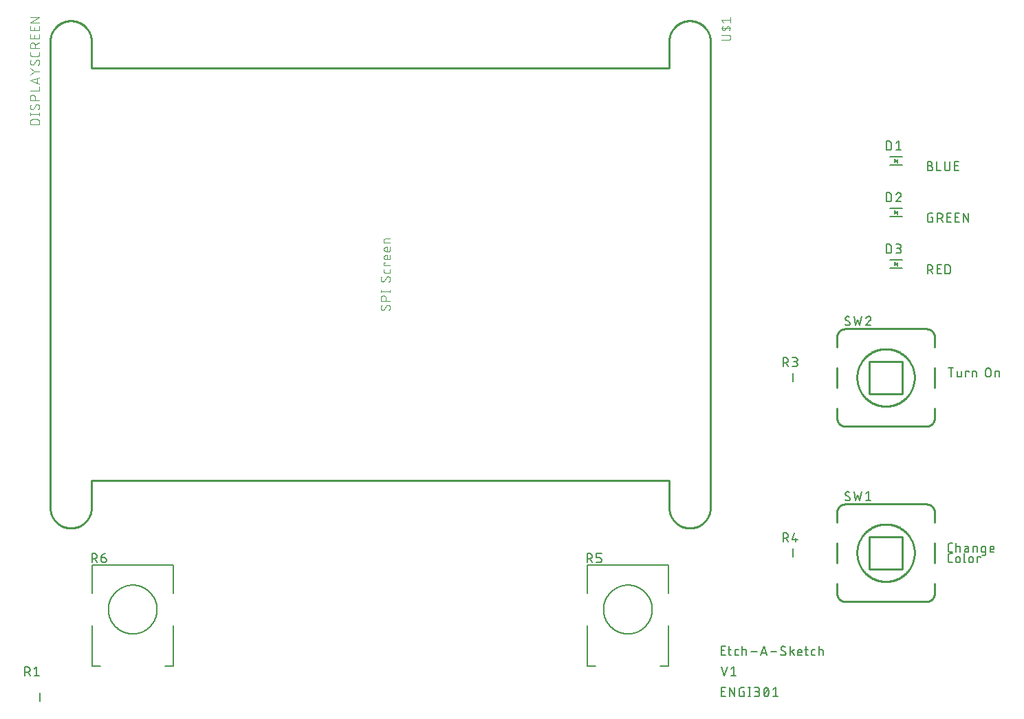
<source format=gbr>
G04 EAGLE Gerber RS-274X export*
G75*
%MOMM*%
%FSLAX34Y34*%
%LPD*%
%INSilkscreen Top*%
%IPPOS*%
%AMOC8*
5,1,8,0,0,1.08239X$1,22.5*%
G01*
%ADD10C,0.152400*%
%ADD11C,0.127000*%
%ADD12C,0.254000*%
%ADD13C,0.101600*%

G36*
X1090205Y746676D02*
X1090205Y746676D01*
X1090305Y746675D01*
X1090319Y746679D01*
X1090331Y746679D01*
X1090374Y746697D01*
X1090484Y746733D01*
X1094484Y748733D01*
X1094519Y748759D01*
X1094560Y748778D01*
X1094609Y748826D01*
X1094663Y748867D01*
X1094688Y748904D01*
X1094719Y748936D01*
X1094748Y748998D01*
X1094785Y749055D01*
X1094795Y749099D01*
X1094814Y749139D01*
X1094819Y749208D01*
X1094834Y749274D01*
X1094828Y749319D01*
X1094831Y749363D01*
X1094812Y749429D01*
X1094803Y749497D01*
X1094782Y749536D01*
X1094770Y749579D01*
X1094729Y749634D01*
X1094697Y749694D01*
X1094663Y749724D01*
X1094637Y749760D01*
X1094566Y749809D01*
X1094528Y749843D01*
X1094507Y749851D01*
X1094484Y749867D01*
X1090484Y751867D01*
X1090388Y751895D01*
X1090294Y751927D01*
X1090281Y751927D01*
X1090268Y751931D01*
X1090169Y751924D01*
X1090069Y751921D01*
X1090058Y751916D01*
X1090045Y751915D01*
X1089954Y751874D01*
X1089862Y751836D01*
X1089852Y751828D01*
X1089840Y751822D01*
X1089769Y751752D01*
X1089696Y751685D01*
X1089690Y751674D01*
X1089681Y751664D01*
X1089639Y751574D01*
X1089593Y751485D01*
X1089591Y751471D01*
X1089586Y751461D01*
X1089583Y751414D01*
X1089566Y751300D01*
X1089566Y747300D01*
X1089583Y747202D01*
X1089597Y747103D01*
X1089603Y747092D01*
X1089605Y747079D01*
X1089656Y746993D01*
X1089703Y746906D01*
X1089713Y746897D01*
X1089720Y746886D01*
X1089797Y746823D01*
X1089872Y746757D01*
X1089884Y746753D01*
X1089894Y746745D01*
X1089988Y746713D01*
X1090081Y746677D01*
X1090094Y746677D01*
X1090106Y746673D01*
X1090205Y746676D01*
G37*
G36*
X1090205Y683176D02*
X1090205Y683176D01*
X1090305Y683175D01*
X1090319Y683179D01*
X1090331Y683179D01*
X1090374Y683197D01*
X1090484Y683233D01*
X1094484Y685233D01*
X1094519Y685259D01*
X1094560Y685278D01*
X1094609Y685326D01*
X1094663Y685367D01*
X1094688Y685404D01*
X1094719Y685436D01*
X1094748Y685498D01*
X1094785Y685555D01*
X1094795Y685599D01*
X1094814Y685639D01*
X1094819Y685708D01*
X1094834Y685774D01*
X1094828Y685819D01*
X1094831Y685863D01*
X1094812Y685929D01*
X1094803Y685997D01*
X1094782Y686036D01*
X1094770Y686079D01*
X1094729Y686134D01*
X1094697Y686194D01*
X1094663Y686224D01*
X1094637Y686260D01*
X1094566Y686309D01*
X1094528Y686343D01*
X1094507Y686351D01*
X1094484Y686367D01*
X1090484Y688367D01*
X1090388Y688395D01*
X1090294Y688427D01*
X1090281Y688427D01*
X1090268Y688431D01*
X1090169Y688424D01*
X1090069Y688421D01*
X1090058Y688416D01*
X1090045Y688415D01*
X1089954Y688374D01*
X1089862Y688336D01*
X1089852Y688328D01*
X1089840Y688322D01*
X1089769Y688252D01*
X1089696Y688185D01*
X1089690Y688174D01*
X1089681Y688164D01*
X1089639Y688074D01*
X1089593Y687985D01*
X1089591Y687971D01*
X1089586Y687961D01*
X1089583Y687914D01*
X1089566Y687800D01*
X1089566Y683800D01*
X1089583Y683702D01*
X1089597Y683603D01*
X1089603Y683592D01*
X1089605Y683579D01*
X1089656Y683493D01*
X1089703Y683406D01*
X1089713Y683397D01*
X1089720Y683386D01*
X1089797Y683323D01*
X1089872Y683257D01*
X1089884Y683253D01*
X1089894Y683245D01*
X1089988Y683213D01*
X1090081Y683177D01*
X1090094Y683177D01*
X1090106Y683173D01*
X1090205Y683176D01*
G37*
G36*
X1090205Y619676D02*
X1090205Y619676D01*
X1090305Y619675D01*
X1090319Y619679D01*
X1090331Y619679D01*
X1090374Y619697D01*
X1090484Y619733D01*
X1094484Y621733D01*
X1094519Y621759D01*
X1094560Y621778D01*
X1094609Y621826D01*
X1094663Y621867D01*
X1094688Y621904D01*
X1094719Y621936D01*
X1094748Y621998D01*
X1094785Y622055D01*
X1094795Y622099D01*
X1094814Y622139D01*
X1094819Y622208D01*
X1094834Y622274D01*
X1094828Y622319D01*
X1094831Y622363D01*
X1094812Y622429D01*
X1094803Y622497D01*
X1094782Y622536D01*
X1094770Y622579D01*
X1094729Y622634D01*
X1094697Y622694D01*
X1094663Y622724D01*
X1094637Y622760D01*
X1094566Y622809D01*
X1094528Y622843D01*
X1094507Y622851D01*
X1094484Y622867D01*
X1090484Y624867D01*
X1090388Y624895D01*
X1090294Y624927D01*
X1090281Y624927D01*
X1090268Y624931D01*
X1090169Y624924D01*
X1090069Y624921D01*
X1090058Y624916D01*
X1090045Y624915D01*
X1089954Y624874D01*
X1089862Y624836D01*
X1089852Y624828D01*
X1089840Y624822D01*
X1089769Y624752D01*
X1089696Y624685D01*
X1089690Y624674D01*
X1089681Y624664D01*
X1089639Y624574D01*
X1089593Y624485D01*
X1089591Y624471D01*
X1089586Y624461D01*
X1089583Y624414D01*
X1089566Y624300D01*
X1089566Y620300D01*
X1089583Y620202D01*
X1089597Y620103D01*
X1089603Y620092D01*
X1089605Y620079D01*
X1089656Y619993D01*
X1089703Y619906D01*
X1089713Y619897D01*
X1089720Y619886D01*
X1089797Y619823D01*
X1089872Y619757D01*
X1089884Y619753D01*
X1089894Y619745D01*
X1089988Y619713D01*
X1090081Y619677D01*
X1090094Y619677D01*
X1090106Y619673D01*
X1090205Y619676D01*
G37*
D10*
X882029Y140462D02*
X877062Y140462D01*
X877062Y151638D01*
X882029Y151638D01*
X880787Y146671D02*
X877062Y146671D01*
X885399Y147913D02*
X889124Y147913D01*
X886641Y151638D02*
X886641Y142325D01*
X886643Y142241D01*
X886648Y142158D01*
X886658Y142075D01*
X886671Y141992D01*
X886688Y141910D01*
X886708Y141829D01*
X886732Y141749D01*
X886760Y141670D01*
X886791Y141593D01*
X886825Y141517D01*
X886863Y141442D01*
X886905Y141369D01*
X886949Y141299D01*
X886997Y141230D01*
X887047Y141163D01*
X887101Y141099D01*
X887157Y141038D01*
X887217Y140978D01*
X887278Y140922D01*
X887342Y140868D01*
X887409Y140818D01*
X887478Y140770D01*
X887548Y140726D01*
X887621Y140684D01*
X887696Y140646D01*
X887772Y140612D01*
X887849Y140581D01*
X887928Y140553D01*
X888008Y140529D01*
X888089Y140509D01*
X888171Y140492D01*
X888254Y140479D01*
X888337Y140469D01*
X888420Y140464D01*
X888504Y140462D01*
X889124Y140462D01*
X895536Y140462D02*
X898019Y140462D01*
X895536Y140462D02*
X895452Y140464D01*
X895369Y140469D01*
X895286Y140479D01*
X895203Y140492D01*
X895121Y140509D01*
X895040Y140529D01*
X894960Y140553D01*
X894881Y140581D01*
X894804Y140612D01*
X894728Y140646D01*
X894653Y140684D01*
X894580Y140726D01*
X894510Y140770D01*
X894441Y140818D01*
X894374Y140868D01*
X894310Y140922D01*
X894249Y140978D01*
X894189Y141038D01*
X894133Y141099D01*
X894079Y141163D01*
X894029Y141230D01*
X893981Y141299D01*
X893937Y141369D01*
X893895Y141442D01*
X893857Y141517D01*
X893823Y141593D01*
X893792Y141670D01*
X893764Y141749D01*
X893740Y141829D01*
X893720Y141910D01*
X893703Y141992D01*
X893690Y142075D01*
X893680Y142158D01*
X893675Y142241D01*
X893673Y142325D01*
X893673Y146050D01*
X893675Y146134D01*
X893681Y146217D01*
X893690Y146300D01*
X893703Y146383D01*
X893720Y146465D01*
X893740Y146546D01*
X893764Y146626D01*
X893792Y146705D01*
X893823Y146782D01*
X893857Y146858D01*
X893895Y146933D01*
X893937Y147006D01*
X893981Y147076D01*
X894029Y147145D01*
X894079Y147212D01*
X894133Y147276D01*
X894189Y147337D01*
X894249Y147397D01*
X894310Y147453D01*
X894374Y147507D01*
X894441Y147557D01*
X894510Y147605D01*
X894580Y147649D01*
X894653Y147691D01*
X894728Y147729D01*
X894804Y147763D01*
X894881Y147794D01*
X894960Y147822D01*
X895040Y147846D01*
X895121Y147866D01*
X895203Y147883D01*
X895286Y147896D01*
X895369Y147906D01*
X895452Y147911D01*
X895536Y147913D01*
X898019Y147913D01*
X902801Y151638D02*
X902801Y140462D01*
X902801Y147913D02*
X905905Y147913D01*
X905989Y147911D01*
X906072Y147906D01*
X906155Y147896D01*
X906238Y147883D01*
X906320Y147866D01*
X906401Y147846D01*
X906481Y147822D01*
X906560Y147794D01*
X906637Y147763D01*
X906713Y147729D01*
X906788Y147691D01*
X906861Y147649D01*
X906931Y147605D01*
X907000Y147557D01*
X907067Y147507D01*
X907131Y147453D01*
X907192Y147397D01*
X907252Y147337D01*
X907308Y147276D01*
X907362Y147212D01*
X907412Y147145D01*
X907460Y147076D01*
X907504Y147006D01*
X907546Y146933D01*
X907584Y146858D01*
X907618Y146782D01*
X907649Y146705D01*
X907677Y146626D01*
X907701Y146546D01*
X907721Y146465D01*
X907738Y146383D01*
X907751Y146300D01*
X907761Y146217D01*
X907766Y146134D01*
X907768Y146050D01*
X907768Y140462D01*
X913370Y144808D02*
X920820Y144808D01*
X925562Y140462D02*
X929287Y151638D01*
X933012Y140462D01*
X932081Y143256D02*
X926493Y143256D01*
X937754Y144808D02*
X945204Y144808D01*
X953911Y140462D02*
X954008Y140464D01*
X954106Y140470D01*
X954203Y140479D01*
X954300Y140493D01*
X954396Y140510D01*
X954491Y140531D01*
X954585Y140555D01*
X954679Y140584D01*
X954771Y140616D01*
X954862Y140651D01*
X954951Y140690D01*
X955039Y140733D01*
X955125Y140779D01*
X955209Y140828D01*
X955291Y140881D01*
X955371Y140936D01*
X955449Y140995D01*
X955524Y141057D01*
X955597Y141122D01*
X955667Y141190D01*
X955735Y141260D01*
X955800Y141333D01*
X955862Y141408D01*
X955921Y141486D01*
X955976Y141566D01*
X956029Y141648D01*
X956078Y141732D01*
X956124Y141818D01*
X956167Y141906D01*
X956206Y141995D01*
X956241Y142086D01*
X956273Y142178D01*
X956302Y142272D01*
X956326Y142366D01*
X956347Y142461D01*
X956364Y142557D01*
X956378Y142654D01*
X956387Y142751D01*
X956393Y142848D01*
X956395Y142946D01*
X953911Y140462D02*
X953768Y140464D01*
X953625Y140470D01*
X953483Y140479D01*
X953341Y140493D01*
X953199Y140511D01*
X953058Y140532D01*
X952917Y140557D01*
X952777Y140586D01*
X952638Y140619D01*
X952500Y140655D01*
X952363Y140696D01*
X952227Y140740D01*
X952092Y140787D01*
X951959Y140839D01*
X951827Y140894D01*
X951697Y140952D01*
X951568Y141014D01*
X951441Y141080D01*
X951316Y141149D01*
X951193Y141221D01*
X951072Y141297D01*
X950953Y141375D01*
X950836Y141458D01*
X950721Y141543D01*
X950609Y141631D01*
X950499Y141723D01*
X950392Y141817D01*
X950287Y141914D01*
X950185Y142014D01*
X950496Y149154D02*
X950498Y149252D01*
X950504Y149349D01*
X950513Y149446D01*
X950527Y149543D01*
X950544Y149639D01*
X950565Y149734D01*
X950589Y149828D01*
X950618Y149922D01*
X950650Y150014D01*
X950685Y150105D01*
X950724Y150194D01*
X950767Y150282D01*
X950813Y150368D01*
X950862Y150452D01*
X950915Y150534D01*
X950970Y150614D01*
X951029Y150692D01*
X951091Y150767D01*
X951156Y150840D01*
X951224Y150910D01*
X951294Y150978D01*
X951367Y151043D01*
X951442Y151105D01*
X951520Y151164D01*
X951600Y151219D01*
X951682Y151272D01*
X951766Y151321D01*
X951852Y151367D01*
X951940Y151410D01*
X952029Y151449D01*
X952120Y151484D01*
X952212Y151516D01*
X952306Y151545D01*
X952400Y151569D01*
X952495Y151590D01*
X952591Y151607D01*
X952688Y151621D01*
X952785Y151630D01*
X952882Y151636D01*
X952980Y151638D01*
X953110Y151636D01*
X953240Y151631D01*
X953370Y151622D01*
X953500Y151609D01*
X953629Y151593D01*
X953758Y151573D01*
X953886Y151549D01*
X954014Y151522D01*
X954140Y151491D01*
X954266Y151457D01*
X954391Y151419D01*
X954514Y151378D01*
X954637Y151333D01*
X954758Y151285D01*
X954878Y151234D01*
X954996Y151179D01*
X955112Y151121D01*
X955227Y151060D01*
X955341Y150995D01*
X955452Y150928D01*
X955561Y150857D01*
X955669Y150783D01*
X955774Y150707D01*
X951738Y146981D02*
X951655Y147032D01*
X951574Y147086D01*
X951496Y147143D01*
X951420Y147203D01*
X951346Y147266D01*
X951275Y147332D01*
X951206Y147400D01*
X951140Y147471D01*
X951076Y147544D01*
X951016Y147620D01*
X950959Y147698D01*
X950904Y147779D01*
X950853Y147861D01*
X950805Y147945D01*
X950760Y148031D01*
X950718Y148119D01*
X950680Y148208D01*
X950646Y148298D01*
X950614Y148390D01*
X950587Y148483D01*
X950563Y148577D01*
X950542Y148672D01*
X950526Y148768D01*
X950513Y148864D01*
X950503Y148960D01*
X950498Y149057D01*
X950496Y149154D01*
X955152Y145119D02*
X955235Y145068D01*
X955316Y145014D01*
X955394Y144957D01*
X955470Y144897D01*
X955544Y144834D01*
X955615Y144768D01*
X955684Y144700D01*
X955750Y144629D01*
X955814Y144556D01*
X955874Y144480D01*
X955931Y144402D01*
X955986Y144321D01*
X956037Y144239D01*
X956085Y144155D01*
X956130Y144069D01*
X956172Y143981D01*
X956210Y143892D01*
X956244Y143802D01*
X956276Y143710D01*
X956303Y143617D01*
X956327Y143523D01*
X956348Y143428D01*
X956364Y143332D01*
X956377Y143236D01*
X956387Y143140D01*
X956392Y143043D01*
X956394Y142946D01*
X955153Y145119D02*
X951738Y146981D01*
X961644Y151638D02*
X961644Y140462D01*
X961644Y144187D02*
X966611Y147913D01*
X963817Y145740D02*
X966611Y140462D01*
X972862Y140462D02*
X975967Y140462D01*
X972862Y140462D02*
X972778Y140464D01*
X972695Y140469D01*
X972612Y140479D01*
X972529Y140492D01*
X972447Y140509D01*
X972366Y140529D01*
X972286Y140553D01*
X972207Y140581D01*
X972130Y140612D01*
X972054Y140646D01*
X971979Y140684D01*
X971906Y140726D01*
X971836Y140770D01*
X971767Y140818D01*
X971700Y140868D01*
X971636Y140922D01*
X971575Y140978D01*
X971515Y141038D01*
X971459Y141099D01*
X971405Y141163D01*
X971355Y141230D01*
X971307Y141299D01*
X971263Y141369D01*
X971221Y141442D01*
X971183Y141517D01*
X971149Y141593D01*
X971118Y141670D01*
X971090Y141749D01*
X971066Y141829D01*
X971046Y141910D01*
X971029Y141992D01*
X971016Y142075D01*
X971006Y142158D01*
X971001Y142241D01*
X970999Y142325D01*
X970999Y145429D01*
X971001Y145528D01*
X971007Y145626D01*
X971017Y145725D01*
X971030Y145822D01*
X971048Y145920D01*
X971069Y146016D01*
X971095Y146112D01*
X971124Y146206D01*
X971156Y146299D01*
X971193Y146391D01*
X971233Y146481D01*
X971277Y146570D01*
X971324Y146657D01*
X971374Y146742D01*
X971428Y146824D01*
X971485Y146905D01*
X971545Y146983D01*
X971609Y147059D01*
X971675Y147132D01*
X971744Y147203D01*
X971816Y147271D01*
X971891Y147335D01*
X971968Y147397D01*
X972047Y147456D01*
X972129Y147511D01*
X972213Y147564D01*
X972298Y147612D01*
X972386Y147658D01*
X972476Y147700D01*
X972567Y147738D01*
X972659Y147772D01*
X972753Y147803D01*
X972848Y147830D01*
X972944Y147854D01*
X973041Y147873D01*
X973138Y147889D01*
X973236Y147901D01*
X973335Y147909D01*
X973434Y147913D01*
X973532Y147913D01*
X973631Y147909D01*
X973730Y147901D01*
X973828Y147889D01*
X973925Y147873D01*
X974022Y147854D01*
X974118Y147830D01*
X974213Y147803D01*
X974307Y147772D01*
X974399Y147738D01*
X974490Y147700D01*
X974580Y147658D01*
X974668Y147612D01*
X974753Y147564D01*
X974837Y147511D01*
X974919Y147456D01*
X974998Y147397D01*
X975075Y147335D01*
X975150Y147271D01*
X975222Y147203D01*
X975291Y147132D01*
X975357Y147059D01*
X975421Y146983D01*
X975481Y146905D01*
X975538Y146824D01*
X975592Y146742D01*
X975642Y146657D01*
X975689Y146570D01*
X975733Y146481D01*
X975773Y146391D01*
X975810Y146299D01*
X975842Y146206D01*
X975871Y146112D01*
X975897Y146016D01*
X975918Y145920D01*
X975936Y145822D01*
X975949Y145725D01*
X975959Y145626D01*
X975965Y145528D01*
X975967Y145429D01*
X975967Y144187D01*
X970999Y144187D01*
X979887Y147913D02*
X983612Y147913D01*
X981129Y151638D02*
X981129Y142325D01*
X981128Y142325D02*
X981130Y142241D01*
X981135Y142158D01*
X981145Y142075D01*
X981158Y141992D01*
X981175Y141910D01*
X981195Y141829D01*
X981219Y141749D01*
X981247Y141670D01*
X981278Y141593D01*
X981312Y141517D01*
X981350Y141442D01*
X981392Y141369D01*
X981436Y141299D01*
X981484Y141230D01*
X981534Y141163D01*
X981588Y141099D01*
X981644Y141038D01*
X981704Y140978D01*
X981765Y140922D01*
X981829Y140868D01*
X981896Y140818D01*
X981965Y140770D01*
X982035Y140726D01*
X982108Y140684D01*
X982183Y140646D01*
X982259Y140612D01*
X982336Y140581D01*
X982415Y140553D01*
X982495Y140529D01*
X982576Y140509D01*
X982658Y140492D01*
X982741Y140479D01*
X982824Y140469D01*
X982907Y140464D01*
X982991Y140462D01*
X983612Y140462D01*
X990024Y140462D02*
X992507Y140462D01*
X990024Y140462D02*
X989940Y140464D01*
X989857Y140469D01*
X989774Y140479D01*
X989691Y140492D01*
X989609Y140509D01*
X989528Y140529D01*
X989448Y140553D01*
X989369Y140581D01*
X989292Y140612D01*
X989216Y140646D01*
X989141Y140684D01*
X989068Y140726D01*
X988998Y140770D01*
X988929Y140818D01*
X988862Y140868D01*
X988798Y140922D01*
X988737Y140978D01*
X988677Y141038D01*
X988621Y141099D01*
X988567Y141163D01*
X988517Y141230D01*
X988469Y141299D01*
X988425Y141369D01*
X988383Y141442D01*
X988345Y141517D01*
X988311Y141593D01*
X988280Y141670D01*
X988252Y141749D01*
X988228Y141829D01*
X988208Y141910D01*
X988191Y141992D01*
X988178Y142075D01*
X988168Y142158D01*
X988163Y142241D01*
X988161Y142325D01*
X988161Y146050D01*
X988163Y146134D01*
X988169Y146217D01*
X988178Y146300D01*
X988191Y146383D01*
X988208Y146465D01*
X988228Y146546D01*
X988252Y146626D01*
X988280Y146705D01*
X988311Y146782D01*
X988345Y146858D01*
X988383Y146933D01*
X988425Y147006D01*
X988469Y147076D01*
X988517Y147145D01*
X988567Y147212D01*
X988621Y147276D01*
X988677Y147337D01*
X988737Y147397D01*
X988798Y147453D01*
X988862Y147507D01*
X988929Y147557D01*
X988998Y147605D01*
X989068Y147649D01*
X989141Y147691D01*
X989216Y147729D01*
X989292Y147763D01*
X989369Y147794D01*
X989448Y147822D01*
X989528Y147846D01*
X989609Y147866D01*
X989691Y147883D01*
X989774Y147896D01*
X989857Y147906D01*
X989940Y147911D01*
X990024Y147913D01*
X992507Y147913D01*
X997288Y151638D02*
X997288Y140462D01*
X997288Y147913D02*
X1000393Y147913D01*
X1000477Y147911D01*
X1000560Y147906D01*
X1000643Y147896D01*
X1000726Y147883D01*
X1000808Y147866D01*
X1000889Y147846D01*
X1000969Y147822D01*
X1001048Y147794D01*
X1001125Y147763D01*
X1001201Y147729D01*
X1001276Y147691D01*
X1001349Y147649D01*
X1001419Y147605D01*
X1001488Y147557D01*
X1001555Y147507D01*
X1001619Y147453D01*
X1001680Y147397D01*
X1001740Y147337D01*
X1001796Y147276D01*
X1001850Y147212D01*
X1001900Y147145D01*
X1001948Y147076D01*
X1001992Y147006D01*
X1002034Y146933D01*
X1002072Y146858D01*
X1002106Y146782D01*
X1002137Y146705D01*
X1002165Y146626D01*
X1002189Y146546D01*
X1002209Y146465D01*
X1002226Y146383D01*
X1002239Y146300D01*
X1002249Y146217D01*
X1002254Y146134D01*
X1002256Y146050D01*
X1002255Y146050D02*
X1002255Y140462D01*
X880787Y115062D02*
X877062Y126238D01*
X884513Y126238D02*
X880787Y115062D01*
X889113Y123754D02*
X892217Y126238D01*
X892217Y115062D01*
X889113Y115062D02*
X895322Y115062D01*
X882029Y89662D02*
X877062Y89662D01*
X877062Y100838D01*
X882029Y100838D01*
X880787Y95871D02*
X877062Y95871D01*
X886940Y100838D02*
X886940Y89662D01*
X893149Y89662D02*
X886940Y100838D01*
X893149Y100838D02*
X893149Y89662D01*
X903478Y95871D02*
X905341Y95871D01*
X905341Y89662D01*
X901615Y89662D01*
X901517Y89664D01*
X901420Y89670D01*
X901323Y89679D01*
X901226Y89693D01*
X901130Y89710D01*
X901035Y89731D01*
X900941Y89755D01*
X900847Y89784D01*
X900755Y89816D01*
X900664Y89851D01*
X900575Y89890D01*
X900487Y89933D01*
X900401Y89979D01*
X900317Y90028D01*
X900235Y90081D01*
X900155Y90136D01*
X900077Y90195D01*
X900002Y90257D01*
X899929Y90322D01*
X899859Y90390D01*
X899791Y90460D01*
X899726Y90533D01*
X899664Y90608D01*
X899605Y90686D01*
X899550Y90766D01*
X899497Y90848D01*
X899448Y90932D01*
X899402Y91018D01*
X899359Y91106D01*
X899320Y91195D01*
X899285Y91286D01*
X899253Y91378D01*
X899224Y91472D01*
X899200Y91566D01*
X899179Y91661D01*
X899162Y91757D01*
X899148Y91854D01*
X899139Y91951D01*
X899133Y92048D01*
X899131Y92146D01*
X899132Y92146D02*
X899132Y98354D01*
X899131Y98354D02*
X899133Y98452D01*
X899139Y98549D01*
X899148Y98646D01*
X899162Y98743D01*
X899179Y98839D01*
X899200Y98934D01*
X899224Y99028D01*
X899253Y99122D01*
X899285Y99214D01*
X899320Y99305D01*
X899359Y99394D01*
X899402Y99482D01*
X899448Y99568D01*
X899497Y99652D01*
X899550Y99734D01*
X899605Y99814D01*
X899664Y99892D01*
X899726Y99967D01*
X899791Y100040D01*
X899859Y100110D01*
X899929Y100178D01*
X900002Y100243D01*
X900077Y100305D01*
X900155Y100364D01*
X900235Y100419D01*
X900317Y100472D01*
X900401Y100521D01*
X900487Y100567D01*
X900575Y100610D01*
X900664Y100649D01*
X900755Y100684D01*
X900847Y100716D01*
X900941Y100745D01*
X901035Y100769D01*
X901130Y100790D01*
X901226Y100807D01*
X901323Y100821D01*
X901420Y100830D01*
X901517Y100836D01*
X901615Y100838D01*
X905341Y100838D01*
X911761Y100838D02*
X911761Y89662D01*
X910519Y89662D02*
X913003Y89662D01*
X913003Y100838D02*
X910519Y100838D01*
X917801Y89662D02*
X920905Y89662D01*
X921016Y89664D01*
X921126Y89670D01*
X921237Y89680D01*
X921347Y89694D01*
X921456Y89711D01*
X921565Y89733D01*
X921673Y89758D01*
X921779Y89788D01*
X921885Y89821D01*
X921990Y89858D01*
X922093Y89898D01*
X922194Y89943D01*
X922294Y89990D01*
X922393Y90042D01*
X922489Y90097D01*
X922583Y90155D01*
X922675Y90216D01*
X922765Y90281D01*
X922853Y90349D01*
X922938Y90420D01*
X923020Y90494D01*
X923100Y90571D01*
X923177Y90651D01*
X923251Y90733D01*
X923322Y90818D01*
X923390Y90906D01*
X923455Y90996D01*
X923516Y91088D01*
X923574Y91182D01*
X923629Y91278D01*
X923681Y91377D01*
X923728Y91477D01*
X923773Y91578D01*
X923813Y91681D01*
X923850Y91786D01*
X923883Y91892D01*
X923913Y91998D01*
X923938Y92106D01*
X923960Y92215D01*
X923977Y92324D01*
X923991Y92434D01*
X924001Y92545D01*
X924007Y92655D01*
X924009Y92766D01*
X924007Y92877D01*
X924001Y92987D01*
X923991Y93098D01*
X923977Y93208D01*
X923960Y93317D01*
X923938Y93426D01*
X923913Y93534D01*
X923883Y93640D01*
X923850Y93746D01*
X923813Y93851D01*
X923773Y93954D01*
X923728Y94055D01*
X923681Y94155D01*
X923629Y94254D01*
X923574Y94350D01*
X923516Y94444D01*
X923455Y94536D01*
X923390Y94626D01*
X923322Y94714D01*
X923251Y94799D01*
X923177Y94881D01*
X923100Y94961D01*
X923020Y95038D01*
X922938Y95112D01*
X922853Y95183D01*
X922765Y95251D01*
X922675Y95316D01*
X922583Y95377D01*
X922489Y95435D01*
X922393Y95490D01*
X922294Y95542D01*
X922194Y95589D01*
X922093Y95634D01*
X921990Y95674D01*
X921885Y95711D01*
X921779Y95744D01*
X921673Y95774D01*
X921565Y95799D01*
X921456Y95821D01*
X921347Y95838D01*
X921237Y95852D01*
X921126Y95862D01*
X921016Y95868D01*
X920905Y95870D01*
X921526Y100838D02*
X917801Y100838D01*
X921526Y100838D02*
X921625Y100836D01*
X921723Y100830D01*
X921822Y100820D01*
X921919Y100807D01*
X922017Y100789D01*
X922113Y100768D01*
X922209Y100742D01*
X922303Y100713D01*
X922396Y100681D01*
X922488Y100644D01*
X922578Y100604D01*
X922667Y100560D01*
X922754Y100513D01*
X922839Y100463D01*
X922921Y100409D01*
X923002Y100352D01*
X923080Y100292D01*
X923156Y100228D01*
X923229Y100162D01*
X923300Y100093D01*
X923368Y100021D01*
X923432Y99946D01*
X923494Y99869D01*
X923553Y99790D01*
X923608Y99708D01*
X923661Y99624D01*
X923709Y99539D01*
X923755Y99451D01*
X923797Y99361D01*
X923835Y99270D01*
X923869Y99178D01*
X923900Y99084D01*
X923927Y98989D01*
X923951Y98893D01*
X923970Y98796D01*
X923986Y98699D01*
X923998Y98601D01*
X924006Y98502D01*
X924010Y98403D01*
X924010Y98305D01*
X924006Y98206D01*
X923998Y98107D01*
X923986Y98009D01*
X923970Y97912D01*
X923951Y97815D01*
X923927Y97719D01*
X923900Y97624D01*
X923869Y97530D01*
X923835Y97438D01*
X923797Y97347D01*
X923755Y97257D01*
X923709Y97169D01*
X923661Y97084D01*
X923608Y97000D01*
X923553Y96918D01*
X923494Y96839D01*
X923432Y96762D01*
X923368Y96687D01*
X923300Y96615D01*
X923229Y96546D01*
X923156Y96480D01*
X923080Y96416D01*
X923002Y96356D01*
X922921Y96299D01*
X922839Y96245D01*
X922754Y96195D01*
X922667Y96148D01*
X922578Y96104D01*
X922488Y96064D01*
X922396Y96027D01*
X922303Y95995D01*
X922209Y95966D01*
X922113Y95940D01*
X922017Y95919D01*
X921919Y95901D01*
X921822Y95888D01*
X921723Y95878D01*
X921625Y95872D01*
X921526Y95870D01*
X921526Y95871D02*
X919042Y95871D01*
X929231Y95250D02*
X929234Y95470D01*
X929241Y95690D01*
X929255Y95909D01*
X929273Y96128D01*
X929297Y96347D01*
X929325Y96565D01*
X929359Y96782D01*
X929398Y96998D01*
X929443Y97214D01*
X929492Y97428D01*
X929547Y97641D01*
X929606Y97853D01*
X929671Y98063D01*
X929741Y98271D01*
X929815Y98478D01*
X929895Y98683D01*
X929979Y98886D01*
X930068Y99087D01*
X930162Y99286D01*
X930195Y99375D01*
X930231Y99463D01*
X930271Y99549D01*
X930314Y99634D01*
X930361Y99716D01*
X930412Y99797D01*
X930465Y99875D01*
X930522Y99951D01*
X930582Y100025D01*
X930645Y100096D01*
X930710Y100165D01*
X930779Y100231D01*
X930850Y100293D01*
X930924Y100353D01*
X931000Y100410D01*
X931078Y100464D01*
X931159Y100514D01*
X931241Y100561D01*
X931326Y100604D01*
X931412Y100644D01*
X931500Y100681D01*
X931589Y100713D01*
X931679Y100742D01*
X931771Y100768D01*
X931863Y100789D01*
X931957Y100807D01*
X932051Y100820D01*
X932145Y100830D01*
X932240Y100836D01*
X932335Y100838D01*
X932430Y100836D01*
X932525Y100830D01*
X932619Y100820D01*
X932713Y100807D01*
X932807Y100789D01*
X932899Y100768D01*
X932991Y100742D01*
X933081Y100713D01*
X933170Y100681D01*
X933258Y100644D01*
X933344Y100604D01*
X933429Y100561D01*
X933511Y100514D01*
X933592Y100464D01*
X933670Y100410D01*
X933746Y100353D01*
X933820Y100293D01*
X933891Y100231D01*
X933960Y100165D01*
X934025Y100096D01*
X934088Y100025D01*
X934148Y99951D01*
X934205Y99875D01*
X934258Y99797D01*
X934309Y99716D01*
X934356Y99633D01*
X934399Y99549D01*
X934439Y99463D01*
X934475Y99375D01*
X934508Y99286D01*
X934509Y99286D02*
X934603Y99087D01*
X934692Y98886D01*
X934776Y98683D01*
X934856Y98478D01*
X934930Y98271D01*
X935000Y98063D01*
X935065Y97853D01*
X935124Y97641D01*
X935179Y97428D01*
X935228Y97214D01*
X935273Y96998D01*
X935312Y96782D01*
X935346Y96565D01*
X935374Y96347D01*
X935398Y96128D01*
X935416Y95909D01*
X935430Y95690D01*
X935437Y95470D01*
X935440Y95250D01*
X929231Y95250D02*
X929234Y95030D01*
X929241Y94810D01*
X929255Y94591D01*
X929273Y94372D01*
X929297Y94153D01*
X929325Y93935D01*
X929359Y93718D01*
X929398Y93502D01*
X929443Y93286D01*
X929492Y93072D01*
X929547Y92859D01*
X929606Y92648D01*
X929671Y92437D01*
X929741Y92229D01*
X929815Y92022D01*
X929895Y91817D01*
X929979Y91614D01*
X930068Y91413D01*
X930162Y91214D01*
X930195Y91125D01*
X930231Y91037D01*
X930271Y90951D01*
X930314Y90866D01*
X930361Y90784D01*
X930412Y90703D01*
X930465Y90625D01*
X930522Y90549D01*
X930582Y90475D01*
X930645Y90404D01*
X930710Y90335D01*
X930779Y90269D01*
X930850Y90207D01*
X930924Y90147D01*
X931000Y90090D01*
X931078Y90036D01*
X931159Y89986D01*
X931241Y89939D01*
X931326Y89896D01*
X931412Y89856D01*
X931500Y89819D01*
X931589Y89787D01*
X931679Y89758D01*
X931771Y89732D01*
X931863Y89711D01*
X931957Y89693D01*
X932051Y89680D01*
X932145Y89670D01*
X932240Y89664D01*
X932335Y89662D01*
X934509Y91214D02*
X934603Y91413D01*
X934692Y91614D01*
X934776Y91817D01*
X934856Y92022D01*
X934930Y92229D01*
X935000Y92437D01*
X935065Y92647D01*
X935124Y92859D01*
X935179Y93072D01*
X935228Y93286D01*
X935273Y93502D01*
X935312Y93718D01*
X935346Y93935D01*
X935374Y94153D01*
X935398Y94372D01*
X935416Y94591D01*
X935430Y94810D01*
X935437Y95030D01*
X935440Y95250D01*
X934508Y91214D02*
X934475Y91125D01*
X934439Y91037D01*
X934399Y90951D01*
X934356Y90866D01*
X934309Y90784D01*
X934258Y90703D01*
X934205Y90625D01*
X934148Y90549D01*
X934088Y90475D01*
X934025Y90404D01*
X933960Y90335D01*
X933891Y90269D01*
X933820Y90207D01*
X933746Y90147D01*
X933670Y90090D01*
X933592Y90036D01*
X933511Y89986D01*
X933429Y89939D01*
X933344Y89896D01*
X933258Y89856D01*
X933170Y89819D01*
X933081Y89787D01*
X932991Y89758D01*
X932899Y89732D01*
X932807Y89711D01*
X932713Y89693D01*
X932619Y89680D01*
X932525Y89670D01*
X932430Y89664D01*
X932335Y89662D01*
X929852Y92146D02*
X934819Y98354D01*
X940661Y98354D02*
X943765Y100838D01*
X943765Y89662D01*
X940661Y89662D02*
X946870Y89662D01*
X1131062Y743571D02*
X1134166Y743571D01*
X1134166Y743570D02*
X1134277Y743568D01*
X1134387Y743562D01*
X1134498Y743552D01*
X1134608Y743538D01*
X1134717Y743521D01*
X1134826Y743499D01*
X1134934Y743474D01*
X1135040Y743444D01*
X1135146Y743411D01*
X1135251Y743374D01*
X1135354Y743334D01*
X1135455Y743289D01*
X1135555Y743242D01*
X1135654Y743190D01*
X1135750Y743135D01*
X1135844Y743077D01*
X1135936Y743016D01*
X1136026Y742951D01*
X1136114Y742883D01*
X1136199Y742812D01*
X1136281Y742738D01*
X1136361Y742661D01*
X1136438Y742581D01*
X1136512Y742499D01*
X1136583Y742414D01*
X1136651Y742326D01*
X1136716Y742236D01*
X1136777Y742144D01*
X1136835Y742050D01*
X1136890Y741954D01*
X1136942Y741855D01*
X1136989Y741755D01*
X1137034Y741654D01*
X1137074Y741551D01*
X1137111Y741446D01*
X1137144Y741340D01*
X1137174Y741234D01*
X1137199Y741126D01*
X1137221Y741017D01*
X1137238Y740908D01*
X1137252Y740798D01*
X1137262Y740687D01*
X1137268Y740577D01*
X1137270Y740466D01*
X1137268Y740355D01*
X1137262Y740245D01*
X1137252Y740134D01*
X1137238Y740024D01*
X1137221Y739915D01*
X1137199Y739806D01*
X1137174Y739698D01*
X1137144Y739592D01*
X1137111Y739486D01*
X1137074Y739381D01*
X1137034Y739278D01*
X1136989Y739177D01*
X1136942Y739077D01*
X1136890Y738978D01*
X1136835Y738882D01*
X1136777Y738788D01*
X1136716Y738696D01*
X1136651Y738606D01*
X1136583Y738518D01*
X1136512Y738433D01*
X1136438Y738351D01*
X1136361Y738271D01*
X1136281Y738194D01*
X1136199Y738120D01*
X1136114Y738049D01*
X1136026Y737981D01*
X1135936Y737916D01*
X1135844Y737855D01*
X1135750Y737797D01*
X1135654Y737742D01*
X1135555Y737690D01*
X1135455Y737643D01*
X1135354Y737598D01*
X1135251Y737558D01*
X1135146Y737521D01*
X1135040Y737488D01*
X1134934Y737458D01*
X1134826Y737433D01*
X1134717Y737411D01*
X1134608Y737394D01*
X1134498Y737380D01*
X1134387Y737370D01*
X1134277Y737364D01*
X1134166Y737362D01*
X1131062Y737362D01*
X1131062Y748538D01*
X1134166Y748538D01*
X1134265Y748536D01*
X1134363Y748530D01*
X1134462Y748520D01*
X1134559Y748507D01*
X1134657Y748489D01*
X1134753Y748468D01*
X1134849Y748442D01*
X1134943Y748413D01*
X1135036Y748381D01*
X1135128Y748344D01*
X1135218Y748304D01*
X1135307Y748260D01*
X1135394Y748213D01*
X1135479Y748163D01*
X1135561Y748109D01*
X1135642Y748052D01*
X1135720Y747992D01*
X1135796Y747928D01*
X1135869Y747862D01*
X1135940Y747793D01*
X1136008Y747721D01*
X1136072Y747646D01*
X1136134Y747569D01*
X1136193Y747490D01*
X1136248Y747408D01*
X1136301Y747324D01*
X1136349Y747239D01*
X1136395Y747151D01*
X1136437Y747061D01*
X1136475Y746970D01*
X1136509Y746878D01*
X1136540Y746784D01*
X1136567Y746689D01*
X1136591Y746593D01*
X1136610Y746496D01*
X1136626Y746399D01*
X1136638Y746301D01*
X1136646Y746202D01*
X1136650Y746103D01*
X1136650Y746005D01*
X1136646Y745906D01*
X1136638Y745807D01*
X1136626Y745709D01*
X1136610Y745612D01*
X1136591Y745515D01*
X1136567Y745419D01*
X1136540Y745324D01*
X1136509Y745230D01*
X1136475Y745138D01*
X1136437Y745047D01*
X1136395Y744957D01*
X1136349Y744869D01*
X1136301Y744784D01*
X1136248Y744700D01*
X1136193Y744618D01*
X1136134Y744539D01*
X1136072Y744462D01*
X1136008Y744387D01*
X1135940Y744315D01*
X1135869Y744246D01*
X1135796Y744180D01*
X1135720Y744116D01*
X1135642Y744056D01*
X1135561Y743999D01*
X1135479Y743945D01*
X1135394Y743895D01*
X1135307Y743848D01*
X1135218Y743804D01*
X1135128Y743764D01*
X1135036Y743727D01*
X1134943Y743695D01*
X1134849Y743666D01*
X1134753Y743640D01*
X1134657Y743619D01*
X1134559Y743601D01*
X1134462Y743588D01*
X1134363Y743578D01*
X1134265Y743572D01*
X1134166Y743570D01*
X1142309Y748538D02*
X1142309Y737362D01*
X1147276Y737362D01*
X1152186Y740466D02*
X1152186Y748538D01*
X1152187Y740466D02*
X1152189Y740355D01*
X1152195Y740245D01*
X1152205Y740134D01*
X1152219Y740024D01*
X1152236Y739915D01*
X1152258Y739806D01*
X1152283Y739698D01*
X1152313Y739592D01*
X1152346Y739486D01*
X1152383Y739381D01*
X1152423Y739278D01*
X1152468Y739177D01*
X1152515Y739077D01*
X1152567Y738978D01*
X1152622Y738882D01*
X1152680Y738788D01*
X1152741Y738696D01*
X1152806Y738606D01*
X1152874Y738518D01*
X1152945Y738433D01*
X1153019Y738351D01*
X1153096Y738271D01*
X1153176Y738194D01*
X1153258Y738120D01*
X1153343Y738049D01*
X1153431Y737981D01*
X1153521Y737916D01*
X1153613Y737855D01*
X1153707Y737797D01*
X1153803Y737742D01*
X1153902Y737690D01*
X1154002Y737643D01*
X1154103Y737598D01*
X1154206Y737558D01*
X1154311Y737521D01*
X1154417Y737488D01*
X1154523Y737458D01*
X1154631Y737433D01*
X1154740Y737411D01*
X1154849Y737394D01*
X1154959Y737380D01*
X1155070Y737370D01*
X1155180Y737364D01*
X1155291Y737362D01*
X1155402Y737364D01*
X1155512Y737370D01*
X1155623Y737380D01*
X1155733Y737394D01*
X1155842Y737411D01*
X1155951Y737433D01*
X1156059Y737458D01*
X1156165Y737488D01*
X1156271Y737521D01*
X1156376Y737558D01*
X1156479Y737598D01*
X1156580Y737643D01*
X1156680Y737690D01*
X1156779Y737742D01*
X1156875Y737797D01*
X1156969Y737855D01*
X1157061Y737916D01*
X1157151Y737981D01*
X1157239Y738049D01*
X1157324Y738120D01*
X1157406Y738194D01*
X1157486Y738271D01*
X1157563Y738351D01*
X1157637Y738433D01*
X1157708Y738518D01*
X1157776Y738606D01*
X1157841Y738696D01*
X1157902Y738788D01*
X1157960Y738882D01*
X1158015Y738978D01*
X1158067Y739077D01*
X1158114Y739177D01*
X1158159Y739278D01*
X1158199Y739381D01*
X1158236Y739486D01*
X1158269Y739592D01*
X1158299Y739698D01*
X1158324Y739806D01*
X1158346Y739915D01*
X1158363Y740024D01*
X1158377Y740134D01*
X1158387Y740245D01*
X1158393Y740355D01*
X1158395Y740466D01*
X1158395Y748538D01*
X1164407Y737362D02*
X1169374Y737362D01*
X1164407Y737362D02*
X1164407Y748538D01*
X1169374Y748538D01*
X1168132Y743571D02*
X1164407Y743571D01*
X1137271Y680071D02*
X1135408Y680071D01*
X1137271Y680071D02*
X1137271Y673862D01*
X1133546Y673862D01*
X1133448Y673864D01*
X1133351Y673870D01*
X1133254Y673879D01*
X1133157Y673893D01*
X1133061Y673910D01*
X1132966Y673931D01*
X1132872Y673955D01*
X1132778Y673984D01*
X1132686Y674016D01*
X1132595Y674051D01*
X1132506Y674090D01*
X1132418Y674133D01*
X1132332Y674179D01*
X1132248Y674228D01*
X1132166Y674281D01*
X1132086Y674336D01*
X1132008Y674395D01*
X1131933Y674457D01*
X1131860Y674522D01*
X1131790Y674590D01*
X1131722Y674660D01*
X1131657Y674733D01*
X1131595Y674808D01*
X1131536Y674886D01*
X1131481Y674966D01*
X1131428Y675048D01*
X1131379Y675132D01*
X1131333Y675218D01*
X1131290Y675306D01*
X1131251Y675395D01*
X1131216Y675486D01*
X1131184Y675578D01*
X1131155Y675672D01*
X1131131Y675766D01*
X1131110Y675861D01*
X1131093Y675957D01*
X1131079Y676054D01*
X1131070Y676151D01*
X1131064Y676248D01*
X1131062Y676346D01*
X1131062Y682554D01*
X1131064Y682652D01*
X1131070Y682749D01*
X1131079Y682846D01*
X1131093Y682943D01*
X1131110Y683039D01*
X1131131Y683134D01*
X1131155Y683228D01*
X1131184Y683322D01*
X1131216Y683414D01*
X1131251Y683505D01*
X1131290Y683594D01*
X1131333Y683682D01*
X1131379Y683768D01*
X1131428Y683852D01*
X1131481Y683934D01*
X1131536Y684014D01*
X1131595Y684092D01*
X1131657Y684167D01*
X1131722Y684240D01*
X1131790Y684310D01*
X1131860Y684378D01*
X1131933Y684443D01*
X1132008Y684505D01*
X1132086Y684564D01*
X1132166Y684619D01*
X1132248Y684672D01*
X1132332Y684721D01*
X1132418Y684767D01*
X1132506Y684810D01*
X1132595Y684849D01*
X1132686Y684884D01*
X1132778Y684916D01*
X1132872Y684945D01*
X1132966Y684969D01*
X1133061Y684990D01*
X1133157Y685007D01*
X1133254Y685021D01*
X1133351Y685030D01*
X1133448Y685036D01*
X1133546Y685038D01*
X1137271Y685038D01*
X1143346Y685038D02*
X1143346Y673862D01*
X1143346Y685038D02*
X1146450Y685038D01*
X1146561Y685036D01*
X1146671Y685030D01*
X1146782Y685020D01*
X1146892Y685006D01*
X1147001Y684989D01*
X1147110Y684967D01*
X1147218Y684942D01*
X1147324Y684912D01*
X1147430Y684879D01*
X1147535Y684842D01*
X1147638Y684802D01*
X1147739Y684757D01*
X1147839Y684710D01*
X1147938Y684658D01*
X1148034Y684603D01*
X1148128Y684545D01*
X1148220Y684484D01*
X1148310Y684419D01*
X1148398Y684351D01*
X1148483Y684280D01*
X1148565Y684206D01*
X1148645Y684129D01*
X1148722Y684049D01*
X1148796Y683967D01*
X1148867Y683882D01*
X1148935Y683794D01*
X1149000Y683704D01*
X1149061Y683612D01*
X1149119Y683518D01*
X1149174Y683422D01*
X1149226Y683323D01*
X1149273Y683223D01*
X1149318Y683122D01*
X1149358Y683019D01*
X1149395Y682914D01*
X1149428Y682808D01*
X1149458Y682702D01*
X1149483Y682594D01*
X1149505Y682485D01*
X1149522Y682376D01*
X1149536Y682266D01*
X1149546Y682155D01*
X1149552Y682045D01*
X1149554Y681934D01*
X1149552Y681823D01*
X1149546Y681713D01*
X1149536Y681602D01*
X1149522Y681492D01*
X1149505Y681383D01*
X1149483Y681274D01*
X1149458Y681166D01*
X1149428Y681060D01*
X1149395Y680954D01*
X1149358Y680849D01*
X1149318Y680746D01*
X1149273Y680645D01*
X1149226Y680545D01*
X1149174Y680446D01*
X1149119Y680350D01*
X1149061Y680256D01*
X1149000Y680164D01*
X1148935Y680074D01*
X1148867Y679986D01*
X1148796Y679901D01*
X1148722Y679819D01*
X1148645Y679739D01*
X1148565Y679662D01*
X1148483Y679588D01*
X1148398Y679517D01*
X1148310Y679449D01*
X1148220Y679384D01*
X1148128Y679323D01*
X1148034Y679265D01*
X1147938Y679210D01*
X1147839Y679158D01*
X1147739Y679111D01*
X1147638Y679066D01*
X1147535Y679026D01*
X1147430Y678989D01*
X1147324Y678956D01*
X1147218Y678926D01*
X1147110Y678901D01*
X1147001Y678879D01*
X1146892Y678862D01*
X1146782Y678848D01*
X1146671Y678838D01*
X1146561Y678832D01*
X1146450Y678830D01*
X1146450Y678829D02*
X1143346Y678829D01*
X1147071Y678829D02*
X1149555Y673862D01*
X1155093Y673862D02*
X1160060Y673862D01*
X1155093Y673862D02*
X1155093Y685038D01*
X1160060Y685038D01*
X1158819Y680071D02*
X1155093Y680071D01*
X1164999Y673862D02*
X1169966Y673862D01*
X1164999Y673862D02*
X1164999Y685038D01*
X1169966Y685038D01*
X1168724Y680071D02*
X1164999Y680071D01*
X1174877Y685038D02*
X1174877Y673862D01*
X1181086Y673862D02*
X1174877Y685038D01*
X1181086Y685038D02*
X1181086Y673862D01*
X1131062Y621538D02*
X1131062Y610362D01*
X1131062Y621538D02*
X1134166Y621538D01*
X1134277Y621536D01*
X1134387Y621530D01*
X1134498Y621520D01*
X1134608Y621506D01*
X1134717Y621489D01*
X1134826Y621467D01*
X1134934Y621442D01*
X1135040Y621412D01*
X1135146Y621379D01*
X1135251Y621342D01*
X1135354Y621302D01*
X1135455Y621257D01*
X1135555Y621210D01*
X1135654Y621158D01*
X1135750Y621103D01*
X1135844Y621045D01*
X1135936Y620984D01*
X1136026Y620919D01*
X1136114Y620851D01*
X1136199Y620780D01*
X1136281Y620706D01*
X1136361Y620629D01*
X1136438Y620549D01*
X1136512Y620467D01*
X1136583Y620382D01*
X1136651Y620294D01*
X1136716Y620204D01*
X1136777Y620112D01*
X1136835Y620018D01*
X1136890Y619922D01*
X1136942Y619823D01*
X1136989Y619723D01*
X1137034Y619622D01*
X1137074Y619519D01*
X1137111Y619414D01*
X1137144Y619308D01*
X1137174Y619202D01*
X1137199Y619094D01*
X1137221Y618985D01*
X1137238Y618876D01*
X1137252Y618766D01*
X1137262Y618655D01*
X1137268Y618545D01*
X1137270Y618434D01*
X1137268Y618323D01*
X1137262Y618213D01*
X1137252Y618102D01*
X1137238Y617992D01*
X1137221Y617883D01*
X1137199Y617774D01*
X1137174Y617666D01*
X1137144Y617560D01*
X1137111Y617454D01*
X1137074Y617349D01*
X1137034Y617246D01*
X1136989Y617145D01*
X1136942Y617045D01*
X1136890Y616946D01*
X1136835Y616850D01*
X1136777Y616756D01*
X1136716Y616664D01*
X1136651Y616574D01*
X1136583Y616486D01*
X1136512Y616401D01*
X1136438Y616319D01*
X1136361Y616239D01*
X1136281Y616162D01*
X1136199Y616088D01*
X1136114Y616017D01*
X1136026Y615949D01*
X1135936Y615884D01*
X1135844Y615823D01*
X1135750Y615765D01*
X1135654Y615710D01*
X1135555Y615658D01*
X1135455Y615611D01*
X1135354Y615566D01*
X1135251Y615526D01*
X1135146Y615489D01*
X1135040Y615456D01*
X1134934Y615426D01*
X1134826Y615401D01*
X1134717Y615379D01*
X1134608Y615362D01*
X1134498Y615348D01*
X1134387Y615338D01*
X1134277Y615332D01*
X1134166Y615330D01*
X1134166Y615329D02*
X1131062Y615329D01*
X1134787Y615329D02*
X1137271Y610362D01*
X1142809Y610362D02*
X1147776Y610362D01*
X1142809Y610362D02*
X1142809Y621538D01*
X1147776Y621538D01*
X1146535Y616571D02*
X1142809Y616571D01*
X1152687Y621538D02*
X1152687Y610362D01*
X1152687Y621538D02*
X1155791Y621538D01*
X1155902Y621536D01*
X1156012Y621530D01*
X1156123Y621520D01*
X1156233Y621506D01*
X1156342Y621489D01*
X1156451Y621467D01*
X1156559Y621442D01*
X1156665Y621412D01*
X1156771Y621379D01*
X1156876Y621342D01*
X1156979Y621302D01*
X1157080Y621257D01*
X1157180Y621210D01*
X1157279Y621158D01*
X1157375Y621103D01*
X1157469Y621045D01*
X1157561Y620984D01*
X1157651Y620919D01*
X1157739Y620851D01*
X1157824Y620780D01*
X1157906Y620706D01*
X1157986Y620629D01*
X1158063Y620549D01*
X1158137Y620467D01*
X1158208Y620382D01*
X1158276Y620294D01*
X1158341Y620204D01*
X1158402Y620112D01*
X1158460Y620018D01*
X1158515Y619922D01*
X1158567Y619823D01*
X1158614Y619723D01*
X1158659Y619622D01*
X1158699Y619519D01*
X1158736Y619414D01*
X1158769Y619308D01*
X1158799Y619202D01*
X1158824Y619094D01*
X1158846Y618985D01*
X1158863Y618876D01*
X1158877Y618766D01*
X1158887Y618655D01*
X1158893Y618545D01*
X1158895Y618434D01*
X1158896Y618434D02*
X1158896Y613466D01*
X1158895Y613466D02*
X1158893Y613355D01*
X1158887Y613245D01*
X1158877Y613134D01*
X1158863Y613024D01*
X1158846Y612915D01*
X1158824Y612806D01*
X1158799Y612698D01*
X1158769Y612592D01*
X1158736Y612486D01*
X1158699Y612381D01*
X1158659Y612278D01*
X1158614Y612177D01*
X1158567Y612077D01*
X1158515Y611978D01*
X1158460Y611882D01*
X1158402Y611788D01*
X1158341Y611696D01*
X1158276Y611606D01*
X1158208Y611518D01*
X1158137Y611433D01*
X1158063Y611351D01*
X1157986Y611271D01*
X1157906Y611194D01*
X1157824Y611120D01*
X1157739Y611049D01*
X1157651Y610981D01*
X1157561Y610916D01*
X1157469Y610855D01*
X1157375Y610797D01*
X1157279Y610742D01*
X1157180Y610690D01*
X1157080Y610643D01*
X1156979Y610598D01*
X1156876Y610558D01*
X1156771Y610521D01*
X1156665Y610488D01*
X1156559Y610458D01*
X1156451Y610433D01*
X1156342Y610411D01*
X1156233Y610394D01*
X1156123Y610380D01*
X1156012Y610370D01*
X1155902Y610364D01*
X1155791Y610362D01*
X1152687Y610362D01*
X1159566Y494538D02*
X1159566Y483362D01*
X1156462Y494538D02*
X1162671Y494538D01*
X1167370Y490813D02*
X1167370Y485225D01*
X1167372Y485141D01*
X1167377Y485058D01*
X1167387Y484975D01*
X1167400Y484892D01*
X1167417Y484810D01*
X1167437Y484729D01*
X1167461Y484649D01*
X1167489Y484570D01*
X1167520Y484493D01*
X1167554Y484417D01*
X1167592Y484342D01*
X1167634Y484269D01*
X1167678Y484199D01*
X1167726Y484130D01*
X1167776Y484063D01*
X1167830Y483999D01*
X1167886Y483938D01*
X1167946Y483878D01*
X1168007Y483822D01*
X1168071Y483768D01*
X1168138Y483718D01*
X1168207Y483670D01*
X1168277Y483626D01*
X1168350Y483584D01*
X1168425Y483546D01*
X1168501Y483512D01*
X1168578Y483481D01*
X1168657Y483453D01*
X1168737Y483429D01*
X1168818Y483409D01*
X1168900Y483392D01*
X1168983Y483379D01*
X1169066Y483369D01*
X1169149Y483364D01*
X1169233Y483362D01*
X1172337Y483362D01*
X1172337Y490813D01*
X1178121Y490813D02*
X1178121Y483362D01*
X1178121Y490813D02*
X1181846Y490813D01*
X1181846Y489571D01*
X1186039Y490813D02*
X1186039Y483362D01*
X1186039Y490813D02*
X1189143Y490813D01*
X1189227Y490811D01*
X1189310Y490806D01*
X1189393Y490796D01*
X1189476Y490783D01*
X1189558Y490766D01*
X1189639Y490746D01*
X1189719Y490722D01*
X1189798Y490694D01*
X1189875Y490663D01*
X1189951Y490629D01*
X1190026Y490591D01*
X1190099Y490549D01*
X1190169Y490505D01*
X1190238Y490457D01*
X1190305Y490407D01*
X1190369Y490353D01*
X1190430Y490297D01*
X1190490Y490237D01*
X1190546Y490176D01*
X1190600Y490112D01*
X1190650Y490045D01*
X1190698Y489976D01*
X1190742Y489906D01*
X1190784Y489833D01*
X1190822Y489758D01*
X1190856Y489682D01*
X1190887Y489605D01*
X1190915Y489526D01*
X1190939Y489446D01*
X1190959Y489365D01*
X1190976Y489283D01*
X1190989Y489200D01*
X1190999Y489117D01*
X1191004Y489034D01*
X1191006Y488950D01*
X1191006Y483362D01*
X1202563Y486466D02*
X1202563Y491434D01*
X1202565Y491545D01*
X1202571Y491655D01*
X1202581Y491766D01*
X1202595Y491876D01*
X1202612Y491985D01*
X1202634Y492094D01*
X1202659Y492202D01*
X1202689Y492308D01*
X1202722Y492414D01*
X1202759Y492519D01*
X1202799Y492622D01*
X1202844Y492723D01*
X1202891Y492823D01*
X1202943Y492922D01*
X1202998Y493018D01*
X1203056Y493112D01*
X1203117Y493204D01*
X1203182Y493294D01*
X1203250Y493382D01*
X1203321Y493467D01*
X1203395Y493549D01*
X1203472Y493629D01*
X1203552Y493706D01*
X1203634Y493780D01*
X1203719Y493851D01*
X1203807Y493919D01*
X1203897Y493984D01*
X1203989Y494045D01*
X1204083Y494103D01*
X1204179Y494158D01*
X1204278Y494210D01*
X1204378Y494257D01*
X1204479Y494302D01*
X1204582Y494342D01*
X1204687Y494379D01*
X1204793Y494412D01*
X1204899Y494442D01*
X1205007Y494467D01*
X1205116Y494489D01*
X1205225Y494506D01*
X1205335Y494520D01*
X1205446Y494530D01*
X1205556Y494536D01*
X1205667Y494538D01*
X1205778Y494536D01*
X1205888Y494530D01*
X1205999Y494520D01*
X1206109Y494506D01*
X1206218Y494489D01*
X1206327Y494467D01*
X1206435Y494442D01*
X1206541Y494412D01*
X1206647Y494379D01*
X1206752Y494342D01*
X1206855Y494302D01*
X1206956Y494257D01*
X1207056Y494210D01*
X1207155Y494158D01*
X1207251Y494103D01*
X1207345Y494045D01*
X1207437Y493984D01*
X1207527Y493919D01*
X1207615Y493851D01*
X1207700Y493780D01*
X1207782Y493706D01*
X1207862Y493629D01*
X1207939Y493549D01*
X1208013Y493467D01*
X1208084Y493382D01*
X1208152Y493294D01*
X1208217Y493204D01*
X1208278Y493112D01*
X1208336Y493018D01*
X1208391Y492922D01*
X1208443Y492823D01*
X1208490Y492723D01*
X1208535Y492622D01*
X1208575Y492519D01*
X1208612Y492414D01*
X1208645Y492308D01*
X1208675Y492202D01*
X1208700Y492094D01*
X1208722Y491985D01*
X1208739Y491876D01*
X1208753Y491766D01*
X1208763Y491655D01*
X1208769Y491545D01*
X1208771Y491434D01*
X1208772Y491434D02*
X1208772Y486466D01*
X1208771Y486466D02*
X1208769Y486355D01*
X1208763Y486245D01*
X1208753Y486134D01*
X1208739Y486024D01*
X1208722Y485915D01*
X1208700Y485806D01*
X1208675Y485698D01*
X1208645Y485592D01*
X1208612Y485486D01*
X1208575Y485381D01*
X1208535Y485278D01*
X1208490Y485177D01*
X1208443Y485077D01*
X1208391Y484978D01*
X1208336Y484882D01*
X1208278Y484788D01*
X1208217Y484696D01*
X1208152Y484606D01*
X1208084Y484518D01*
X1208013Y484433D01*
X1207939Y484351D01*
X1207862Y484271D01*
X1207782Y484194D01*
X1207700Y484120D01*
X1207615Y484049D01*
X1207527Y483981D01*
X1207437Y483916D01*
X1207345Y483855D01*
X1207251Y483797D01*
X1207155Y483742D01*
X1207056Y483690D01*
X1206956Y483643D01*
X1206855Y483598D01*
X1206752Y483558D01*
X1206647Y483521D01*
X1206541Y483488D01*
X1206435Y483458D01*
X1206327Y483433D01*
X1206218Y483411D01*
X1206109Y483394D01*
X1205999Y483380D01*
X1205888Y483370D01*
X1205778Y483364D01*
X1205667Y483362D01*
X1205556Y483364D01*
X1205446Y483370D01*
X1205335Y483380D01*
X1205225Y483394D01*
X1205116Y483411D01*
X1205007Y483433D01*
X1204899Y483458D01*
X1204793Y483488D01*
X1204687Y483521D01*
X1204582Y483558D01*
X1204479Y483598D01*
X1204378Y483643D01*
X1204278Y483690D01*
X1204179Y483742D01*
X1204083Y483797D01*
X1203989Y483855D01*
X1203897Y483916D01*
X1203807Y483981D01*
X1203719Y484049D01*
X1203634Y484120D01*
X1203552Y484194D01*
X1203472Y484271D01*
X1203395Y484351D01*
X1203321Y484433D01*
X1203250Y484518D01*
X1203182Y484606D01*
X1203117Y484696D01*
X1203056Y484788D01*
X1202998Y484882D01*
X1202943Y484978D01*
X1202891Y485077D01*
X1202844Y485177D01*
X1202799Y485278D01*
X1202759Y485381D01*
X1202722Y485486D01*
X1202689Y485592D01*
X1202659Y485698D01*
X1202634Y485806D01*
X1202612Y485915D01*
X1202595Y486024D01*
X1202581Y486134D01*
X1202571Y486245D01*
X1202565Y486355D01*
X1202563Y486466D01*
X1214233Y483362D02*
X1214233Y490813D01*
X1217337Y490813D01*
X1217421Y490811D01*
X1217504Y490806D01*
X1217587Y490796D01*
X1217670Y490783D01*
X1217752Y490766D01*
X1217833Y490746D01*
X1217913Y490722D01*
X1217992Y490694D01*
X1218069Y490663D01*
X1218145Y490629D01*
X1218220Y490591D01*
X1218293Y490549D01*
X1218363Y490505D01*
X1218432Y490457D01*
X1218499Y490407D01*
X1218563Y490353D01*
X1218624Y490297D01*
X1218684Y490237D01*
X1218740Y490176D01*
X1218794Y490112D01*
X1218844Y490045D01*
X1218892Y489976D01*
X1218936Y489906D01*
X1218978Y489833D01*
X1219016Y489758D01*
X1219050Y489682D01*
X1219081Y489605D01*
X1219109Y489526D01*
X1219133Y489446D01*
X1219153Y489365D01*
X1219170Y489283D01*
X1219183Y489200D01*
X1219193Y489117D01*
X1219198Y489034D01*
X1219200Y488950D01*
X1219200Y483362D01*
X1161429Y267462D02*
X1158946Y267462D01*
X1158848Y267464D01*
X1158751Y267470D01*
X1158654Y267479D01*
X1158557Y267493D01*
X1158461Y267510D01*
X1158366Y267531D01*
X1158272Y267555D01*
X1158178Y267584D01*
X1158086Y267616D01*
X1157995Y267651D01*
X1157906Y267690D01*
X1157818Y267733D01*
X1157732Y267779D01*
X1157648Y267828D01*
X1157566Y267881D01*
X1157486Y267936D01*
X1157408Y267995D01*
X1157333Y268057D01*
X1157260Y268122D01*
X1157190Y268190D01*
X1157122Y268260D01*
X1157057Y268333D01*
X1156995Y268408D01*
X1156936Y268486D01*
X1156881Y268566D01*
X1156828Y268648D01*
X1156779Y268732D01*
X1156733Y268818D01*
X1156690Y268906D01*
X1156651Y268995D01*
X1156616Y269086D01*
X1156584Y269178D01*
X1156555Y269272D01*
X1156531Y269366D01*
X1156510Y269461D01*
X1156493Y269557D01*
X1156479Y269654D01*
X1156470Y269751D01*
X1156464Y269848D01*
X1156462Y269946D01*
X1156462Y276154D01*
X1156464Y276252D01*
X1156470Y276349D01*
X1156479Y276446D01*
X1156493Y276543D01*
X1156510Y276639D01*
X1156531Y276734D01*
X1156555Y276828D01*
X1156584Y276922D01*
X1156616Y277014D01*
X1156651Y277105D01*
X1156690Y277194D01*
X1156733Y277282D01*
X1156779Y277368D01*
X1156828Y277452D01*
X1156881Y277534D01*
X1156936Y277614D01*
X1156995Y277692D01*
X1157057Y277767D01*
X1157122Y277840D01*
X1157190Y277910D01*
X1157260Y277978D01*
X1157333Y278043D01*
X1157408Y278105D01*
X1157486Y278164D01*
X1157566Y278219D01*
X1157648Y278272D01*
X1157732Y278321D01*
X1157818Y278367D01*
X1157906Y278410D01*
X1157995Y278449D01*
X1158086Y278484D01*
X1158178Y278516D01*
X1158272Y278545D01*
X1158366Y278569D01*
X1158461Y278590D01*
X1158557Y278607D01*
X1158654Y278621D01*
X1158751Y278630D01*
X1158848Y278636D01*
X1158946Y278638D01*
X1161429Y278638D01*
X1166268Y278638D02*
X1166268Y267462D01*
X1166268Y274913D02*
X1169373Y274913D01*
X1169457Y274911D01*
X1169540Y274906D01*
X1169623Y274896D01*
X1169706Y274883D01*
X1169788Y274866D01*
X1169869Y274846D01*
X1169949Y274822D01*
X1170028Y274794D01*
X1170105Y274763D01*
X1170181Y274729D01*
X1170256Y274691D01*
X1170329Y274649D01*
X1170399Y274605D01*
X1170468Y274557D01*
X1170535Y274507D01*
X1170599Y274453D01*
X1170660Y274397D01*
X1170720Y274337D01*
X1170776Y274276D01*
X1170830Y274212D01*
X1170880Y274145D01*
X1170928Y274076D01*
X1170972Y274006D01*
X1171014Y273933D01*
X1171052Y273858D01*
X1171086Y273782D01*
X1171117Y273705D01*
X1171145Y273626D01*
X1171169Y273546D01*
X1171189Y273465D01*
X1171206Y273383D01*
X1171219Y273300D01*
X1171229Y273217D01*
X1171234Y273134D01*
X1171236Y273050D01*
X1171235Y273050D02*
X1171235Y267462D01*
X1178655Y271808D02*
X1181449Y271808D01*
X1178655Y271808D02*
X1178563Y271806D01*
X1178471Y271800D01*
X1178379Y271790D01*
X1178288Y271777D01*
X1178197Y271759D01*
X1178107Y271738D01*
X1178019Y271713D01*
X1177931Y271684D01*
X1177845Y271651D01*
X1177760Y271615D01*
X1177677Y271575D01*
X1177595Y271532D01*
X1177516Y271485D01*
X1177438Y271435D01*
X1177363Y271382D01*
X1177290Y271326D01*
X1177219Y271266D01*
X1177151Y271204D01*
X1177086Y271139D01*
X1177024Y271071D01*
X1176964Y271000D01*
X1176908Y270927D01*
X1176855Y270852D01*
X1176805Y270774D01*
X1176758Y270695D01*
X1176715Y270613D01*
X1176675Y270530D01*
X1176639Y270445D01*
X1176606Y270359D01*
X1176577Y270271D01*
X1176552Y270183D01*
X1176531Y270093D01*
X1176513Y270002D01*
X1176500Y269911D01*
X1176490Y269819D01*
X1176484Y269727D01*
X1176482Y269635D01*
X1176484Y269543D01*
X1176490Y269451D01*
X1176500Y269359D01*
X1176513Y269268D01*
X1176531Y269177D01*
X1176552Y269087D01*
X1176577Y268999D01*
X1176606Y268911D01*
X1176639Y268825D01*
X1176675Y268740D01*
X1176715Y268657D01*
X1176758Y268575D01*
X1176805Y268496D01*
X1176855Y268418D01*
X1176908Y268343D01*
X1176964Y268270D01*
X1177024Y268199D01*
X1177086Y268131D01*
X1177151Y268066D01*
X1177219Y268004D01*
X1177290Y267944D01*
X1177363Y267888D01*
X1177438Y267835D01*
X1177516Y267785D01*
X1177595Y267738D01*
X1177677Y267695D01*
X1177760Y267655D01*
X1177845Y267619D01*
X1177931Y267586D01*
X1178019Y267557D01*
X1178107Y267532D01*
X1178197Y267511D01*
X1178288Y267493D01*
X1178379Y267480D01*
X1178471Y267470D01*
X1178563Y267464D01*
X1178655Y267462D01*
X1181449Y267462D01*
X1181449Y273050D01*
X1181447Y273134D01*
X1181442Y273217D01*
X1181432Y273300D01*
X1181419Y273383D01*
X1181402Y273465D01*
X1181382Y273546D01*
X1181358Y273626D01*
X1181330Y273705D01*
X1181299Y273782D01*
X1181265Y273858D01*
X1181227Y273933D01*
X1181185Y274006D01*
X1181141Y274076D01*
X1181093Y274145D01*
X1181043Y274212D01*
X1180989Y274276D01*
X1180933Y274337D01*
X1180873Y274397D01*
X1180812Y274453D01*
X1180748Y274507D01*
X1180681Y274557D01*
X1180612Y274605D01*
X1180542Y274649D01*
X1180469Y274691D01*
X1180394Y274729D01*
X1180318Y274763D01*
X1180241Y274794D01*
X1180162Y274822D01*
X1180082Y274846D01*
X1180001Y274866D01*
X1179919Y274883D01*
X1179836Y274896D01*
X1179753Y274906D01*
X1179670Y274911D01*
X1179586Y274913D01*
X1177103Y274913D01*
X1187223Y274913D02*
X1187223Y267462D01*
X1187223Y274913D02*
X1190328Y274913D01*
X1190412Y274911D01*
X1190495Y274906D01*
X1190578Y274896D01*
X1190661Y274883D01*
X1190743Y274866D01*
X1190824Y274846D01*
X1190904Y274822D01*
X1190983Y274794D01*
X1191060Y274763D01*
X1191136Y274729D01*
X1191211Y274691D01*
X1191284Y274649D01*
X1191354Y274605D01*
X1191423Y274557D01*
X1191490Y274507D01*
X1191554Y274453D01*
X1191615Y274397D01*
X1191675Y274337D01*
X1191731Y274276D01*
X1191785Y274212D01*
X1191835Y274145D01*
X1191883Y274076D01*
X1191927Y274006D01*
X1191969Y273933D01*
X1192007Y273858D01*
X1192041Y273782D01*
X1192072Y273705D01*
X1192100Y273626D01*
X1192124Y273546D01*
X1192144Y273465D01*
X1192161Y273383D01*
X1192174Y273300D01*
X1192184Y273217D01*
X1192189Y273134D01*
X1192191Y273050D01*
X1192190Y273050D02*
X1192190Y267462D01*
X1199299Y267462D02*
X1202404Y267462D01*
X1199299Y267462D02*
X1199215Y267464D01*
X1199132Y267469D01*
X1199049Y267479D01*
X1198966Y267492D01*
X1198884Y267509D01*
X1198803Y267529D01*
X1198723Y267553D01*
X1198644Y267581D01*
X1198567Y267612D01*
X1198491Y267646D01*
X1198416Y267684D01*
X1198343Y267726D01*
X1198273Y267770D01*
X1198204Y267818D01*
X1198137Y267868D01*
X1198073Y267922D01*
X1198012Y267978D01*
X1197952Y268038D01*
X1197896Y268099D01*
X1197842Y268163D01*
X1197792Y268230D01*
X1197744Y268299D01*
X1197700Y268369D01*
X1197658Y268442D01*
X1197620Y268517D01*
X1197586Y268593D01*
X1197555Y268670D01*
X1197527Y268749D01*
X1197503Y268829D01*
X1197483Y268910D01*
X1197466Y268992D01*
X1197453Y269075D01*
X1197443Y269158D01*
X1197438Y269241D01*
X1197436Y269325D01*
X1197437Y269325D02*
X1197437Y273050D01*
X1197436Y273050D02*
X1197438Y273134D01*
X1197444Y273217D01*
X1197453Y273300D01*
X1197466Y273383D01*
X1197483Y273465D01*
X1197503Y273546D01*
X1197527Y273626D01*
X1197555Y273705D01*
X1197586Y273782D01*
X1197620Y273858D01*
X1197658Y273933D01*
X1197700Y274006D01*
X1197744Y274076D01*
X1197792Y274145D01*
X1197842Y274212D01*
X1197896Y274276D01*
X1197952Y274337D01*
X1198012Y274397D01*
X1198073Y274453D01*
X1198137Y274507D01*
X1198204Y274557D01*
X1198273Y274605D01*
X1198343Y274649D01*
X1198416Y274691D01*
X1198491Y274729D01*
X1198567Y274763D01*
X1198644Y274794D01*
X1198723Y274822D01*
X1198803Y274846D01*
X1198884Y274866D01*
X1198966Y274883D01*
X1199049Y274896D01*
X1199132Y274906D01*
X1199215Y274911D01*
X1199299Y274913D01*
X1202404Y274913D01*
X1202404Y265599D01*
X1202402Y265513D01*
X1202396Y265427D01*
X1202386Y265342D01*
X1202372Y265257D01*
X1202355Y265172D01*
X1202333Y265089D01*
X1202307Y265007D01*
X1202278Y264926D01*
X1202245Y264847D01*
X1202209Y264769D01*
X1202169Y264692D01*
X1202125Y264618D01*
X1202078Y264546D01*
X1202028Y264476D01*
X1201974Y264409D01*
X1201918Y264344D01*
X1201858Y264282D01*
X1201796Y264222D01*
X1201731Y264166D01*
X1201664Y264112D01*
X1201594Y264062D01*
X1201522Y264015D01*
X1201448Y263971D01*
X1201371Y263931D01*
X1201294Y263895D01*
X1201214Y263862D01*
X1201133Y263833D01*
X1201051Y263807D01*
X1200968Y263785D01*
X1200883Y263768D01*
X1200798Y263754D01*
X1200713Y263744D01*
X1200627Y263738D01*
X1200541Y263736D01*
X1200541Y263737D02*
X1198058Y263737D01*
X1209660Y267462D02*
X1212764Y267462D01*
X1209660Y267462D02*
X1209576Y267464D01*
X1209493Y267469D01*
X1209410Y267479D01*
X1209327Y267492D01*
X1209245Y267509D01*
X1209164Y267529D01*
X1209084Y267553D01*
X1209005Y267581D01*
X1208928Y267612D01*
X1208852Y267646D01*
X1208777Y267684D01*
X1208704Y267726D01*
X1208634Y267770D01*
X1208565Y267818D01*
X1208498Y267868D01*
X1208434Y267922D01*
X1208373Y267978D01*
X1208313Y268038D01*
X1208257Y268099D01*
X1208203Y268163D01*
X1208153Y268230D01*
X1208105Y268299D01*
X1208061Y268369D01*
X1208019Y268442D01*
X1207981Y268517D01*
X1207947Y268593D01*
X1207916Y268670D01*
X1207888Y268749D01*
X1207864Y268829D01*
X1207844Y268910D01*
X1207827Y268992D01*
X1207814Y269075D01*
X1207804Y269158D01*
X1207799Y269241D01*
X1207797Y269325D01*
X1207797Y272429D01*
X1207799Y272528D01*
X1207805Y272626D01*
X1207815Y272725D01*
X1207828Y272822D01*
X1207846Y272920D01*
X1207867Y273016D01*
X1207893Y273112D01*
X1207922Y273206D01*
X1207954Y273299D01*
X1207991Y273391D01*
X1208031Y273481D01*
X1208075Y273570D01*
X1208122Y273657D01*
X1208172Y273742D01*
X1208226Y273824D01*
X1208283Y273905D01*
X1208343Y273983D01*
X1208407Y274059D01*
X1208473Y274132D01*
X1208542Y274203D01*
X1208614Y274271D01*
X1208689Y274335D01*
X1208766Y274397D01*
X1208845Y274456D01*
X1208927Y274511D01*
X1209011Y274564D01*
X1209096Y274612D01*
X1209184Y274658D01*
X1209274Y274700D01*
X1209365Y274738D01*
X1209457Y274772D01*
X1209551Y274803D01*
X1209646Y274830D01*
X1209742Y274854D01*
X1209839Y274873D01*
X1209936Y274889D01*
X1210034Y274901D01*
X1210133Y274909D01*
X1210232Y274913D01*
X1210330Y274913D01*
X1210429Y274909D01*
X1210528Y274901D01*
X1210626Y274889D01*
X1210723Y274873D01*
X1210820Y274854D01*
X1210916Y274830D01*
X1211011Y274803D01*
X1211105Y274772D01*
X1211197Y274738D01*
X1211288Y274700D01*
X1211378Y274658D01*
X1211466Y274612D01*
X1211551Y274564D01*
X1211635Y274511D01*
X1211717Y274456D01*
X1211796Y274397D01*
X1211873Y274335D01*
X1211948Y274271D01*
X1212020Y274203D01*
X1212089Y274132D01*
X1212155Y274059D01*
X1212219Y273983D01*
X1212279Y273905D01*
X1212336Y273824D01*
X1212390Y273742D01*
X1212440Y273657D01*
X1212487Y273570D01*
X1212531Y273481D01*
X1212571Y273391D01*
X1212608Y273299D01*
X1212640Y273206D01*
X1212669Y273112D01*
X1212695Y273016D01*
X1212716Y272920D01*
X1212734Y272822D01*
X1212747Y272725D01*
X1212757Y272626D01*
X1212763Y272528D01*
X1212765Y272429D01*
X1212764Y272429D02*
X1212764Y271187D01*
X1207797Y271187D01*
X1161429Y254762D02*
X1158946Y254762D01*
X1158848Y254764D01*
X1158751Y254770D01*
X1158654Y254779D01*
X1158557Y254793D01*
X1158461Y254810D01*
X1158366Y254831D01*
X1158272Y254855D01*
X1158178Y254884D01*
X1158086Y254916D01*
X1157995Y254951D01*
X1157906Y254990D01*
X1157818Y255033D01*
X1157732Y255079D01*
X1157648Y255128D01*
X1157566Y255181D01*
X1157486Y255236D01*
X1157408Y255295D01*
X1157333Y255357D01*
X1157260Y255422D01*
X1157190Y255490D01*
X1157122Y255560D01*
X1157057Y255633D01*
X1156995Y255708D01*
X1156936Y255786D01*
X1156881Y255866D01*
X1156828Y255948D01*
X1156779Y256032D01*
X1156733Y256118D01*
X1156690Y256206D01*
X1156651Y256295D01*
X1156616Y256386D01*
X1156584Y256478D01*
X1156555Y256572D01*
X1156531Y256666D01*
X1156510Y256761D01*
X1156493Y256857D01*
X1156479Y256954D01*
X1156470Y257051D01*
X1156464Y257148D01*
X1156462Y257246D01*
X1156462Y263454D01*
X1156464Y263552D01*
X1156470Y263649D01*
X1156479Y263746D01*
X1156493Y263843D01*
X1156510Y263939D01*
X1156531Y264034D01*
X1156555Y264128D01*
X1156584Y264222D01*
X1156616Y264314D01*
X1156651Y264405D01*
X1156690Y264494D01*
X1156733Y264582D01*
X1156779Y264668D01*
X1156828Y264752D01*
X1156881Y264834D01*
X1156936Y264914D01*
X1156995Y264992D01*
X1157057Y265067D01*
X1157122Y265140D01*
X1157190Y265210D01*
X1157260Y265278D01*
X1157333Y265343D01*
X1157408Y265405D01*
X1157486Y265464D01*
X1157566Y265519D01*
X1157648Y265572D01*
X1157732Y265621D01*
X1157818Y265667D01*
X1157906Y265710D01*
X1157995Y265749D01*
X1158086Y265784D01*
X1158178Y265816D01*
X1158272Y265845D01*
X1158366Y265869D01*
X1158461Y265890D01*
X1158557Y265907D01*
X1158654Y265921D01*
X1158751Y265930D01*
X1158848Y265936D01*
X1158946Y265938D01*
X1161429Y265938D01*
X1165887Y259729D02*
X1165887Y257246D01*
X1165887Y259729D02*
X1165889Y259828D01*
X1165895Y259926D01*
X1165905Y260025D01*
X1165918Y260122D01*
X1165936Y260220D01*
X1165957Y260316D01*
X1165983Y260412D01*
X1166012Y260506D01*
X1166044Y260599D01*
X1166081Y260691D01*
X1166121Y260781D01*
X1166165Y260870D01*
X1166212Y260957D01*
X1166262Y261042D01*
X1166316Y261124D01*
X1166373Y261205D01*
X1166433Y261283D01*
X1166497Y261359D01*
X1166563Y261432D01*
X1166632Y261503D01*
X1166704Y261571D01*
X1166779Y261635D01*
X1166856Y261697D01*
X1166935Y261756D01*
X1167017Y261811D01*
X1167101Y261864D01*
X1167186Y261912D01*
X1167274Y261958D01*
X1167364Y262000D01*
X1167455Y262038D01*
X1167547Y262072D01*
X1167641Y262103D01*
X1167736Y262130D01*
X1167832Y262154D01*
X1167929Y262173D01*
X1168026Y262189D01*
X1168124Y262201D01*
X1168223Y262209D01*
X1168322Y262213D01*
X1168420Y262213D01*
X1168519Y262209D01*
X1168618Y262201D01*
X1168716Y262189D01*
X1168813Y262173D01*
X1168910Y262154D01*
X1169006Y262130D01*
X1169101Y262103D01*
X1169195Y262072D01*
X1169287Y262038D01*
X1169378Y262000D01*
X1169468Y261958D01*
X1169556Y261912D01*
X1169641Y261864D01*
X1169725Y261811D01*
X1169807Y261756D01*
X1169886Y261697D01*
X1169963Y261635D01*
X1170038Y261571D01*
X1170110Y261503D01*
X1170179Y261432D01*
X1170245Y261359D01*
X1170309Y261283D01*
X1170369Y261205D01*
X1170426Y261124D01*
X1170480Y261042D01*
X1170530Y260957D01*
X1170577Y260870D01*
X1170621Y260781D01*
X1170661Y260691D01*
X1170698Y260599D01*
X1170730Y260506D01*
X1170759Y260412D01*
X1170785Y260316D01*
X1170806Y260220D01*
X1170824Y260122D01*
X1170837Y260025D01*
X1170847Y259926D01*
X1170853Y259828D01*
X1170855Y259729D01*
X1170854Y259729D02*
X1170854Y257246D01*
X1170855Y257246D02*
X1170853Y257147D01*
X1170847Y257049D01*
X1170837Y256950D01*
X1170824Y256853D01*
X1170806Y256755D01*
X1170785Y256659D01*
X1170759Y256563D01*
X1170730Y256469D01*
X1170698Y256376D01*
X1170661Y256284D01*
X1170621Y256194D01*
X1170577Y256105D01*
X1170530Y256018D01*
X1170480Y255933D01*
X1170426Y255851D01*
X1170369Y255770D01*
X1170309Y255692D01*
X1170245Y255616D01*
X1170179Y255543D01*
X1170110Y255472D01*
X1170038Y255404D01*
X1169963Y255340D01*
X1169886Y255278D01*
X1169807Y255219D01*
X1169725Y255164D01*
X1169641Y255111D01*
X1169556Y255063D01*
X1169468Y255017D01*
X1169378Y254975D01*
X1169287Y254937D01*
X1169195Y254903D01*
X1169101Y254872D01*
X1169006Y254845D01*
X1168910Y254821D01*
X1168813Y254802D01*
X1168716Y254786D01*
X1168618Y254774D01*
X1168519Y254766D01*
X1168420Y254762D01*
X1168322Y254762D01*
X1168223Y254766D01*
X1168124Y254774D01*
X1168026Y254786D01*
X1167929Y254802D01*
X1167832Y254821D01*
X1167736Y254845D01*
X1167641Y254872D01*
X1167547Y254903D01*
X1167455Y254937D01*
X1167364Y254975D01*
X1167274Y255017D01*
X1167186Y255063D01*
X1167101Y255111D01*
X1167017Y255164D01*
X1166935Y255219D01*
X1166856Y255278D01*
X1166779Y255340D01*
X1166704Y255404D01*
X1166632Y255472D01*
X1166563Y255543D01*
X1166497Y255616D01*
X1166433Y255692D01*
X1166373Y255770D01*
X1166316Y255851D01*
X1166262Y255933D01*
X1166212Y256018D01*
X1166165Y256105D01*
X1166121Y256194D01*
X1166081Y256284D01*
X1166044Y256376D01*
X1166012Y256469D01*
X1165983Y256563D01*
X1165957Y256659D01*
X1165936Y256755D01*
X1165918Y256853D01*
X1165905Y256950D01*
X1165895Y257049D01*
X1165889Y257147D01*
X1165887Y257246D01*
X1175885Y256625D02*
X1175885Y265938D01*
X1175885Y256625D02*
X1175887Y256541D01*
X1175892Y256458D01*
X1175902Y256375D01*
X1175915Y256292D01*
X1175932Y256210D01*
X1175952Y256129D01*
X1175976Y256049D01*
X1176004Y255970D01*
X1176035Y255893D01*
X1176069Y255817D01*
X1176107Y255742D01*
X1176149Y255669D01*
X1176193Y255599D01*
X1176241Y255530D01*
X1176291Y255463D01*
X1176345Y255399D01*
X1176401Y255338D01*
X1176461Y255278D01*
X1176522Y255222D01*
X1176586Y255168D01*
X1176653Y255118D01*
X1176722Y255070D01*
X1176792Y255026D01*
X1176865Y254984D01*
X1176940Y254946D01*
X1177016Y254912D01*
X1177093Y254881D01*
X1177172Y254853D01*
X1177252Y254829D01*
X1177333Y254809D01*
X1177415Y254792D01*
X1177498Y254779D01*
X1177581Y254769D01*
X1177664Y254764D01*
X1177748Y254762D01*
X1181889Y257246D02*
X1181889Y259729D01*
X1181891Y259828D01*
X1181897Y259926D01*
X1181907Y260025D01*
X1181920Y260122D01*
X1181938Y260220D01*
X1181959Y260316D01*
X1181985Y260412D01*
X1182014Y260506D01*
X1182046Y260599D01*
X1182083Y260691D01*
X1182123Y260781D01*
X1182167Y260870D01*
X1182214Y260957D01*
X1182264Y261042D01*
X1182318Y261124D01*
X1182375Y261205D01*
X1182435Y261283D01*
X1182499Y261359D01*
X1182565Y261432D01*
X1182634Y261503D01*
X1182706Y261571D01*
X1182781Y261635D01*
X1182858Y261697D01*
X1182937Y261756D01*
X1183019Y261811D01*
X1183103Y261864D01*
X1183188Y261912D01*
X1183276Y261958D01*
X1183366Y262000D01*
X1183457Y262038D01*
X1183549Y262072D01*
X1183643Y262103D01*
X1183738Y262130D01*
X1183834Y262154D01*
X1183931Y262173D01*
X1184028Y262189D01*
X1184126Y262201D01*
X1184225Y262209D01*
X1184324Y262213D01*
X1184422Y262213D01*
X1184521Y262209D01*
X1184620Y262201D01*
X1184718Y262189D01*
X1184815Y262173D01*
X1184912Y262154D01*
X1185008Y262130D01*
X1185103Y262103D01*
X1185197Y262072D01*
X1185289Y262038D01*
X1185380Y262000D01*
X1185470Y261958D01*
X1185558Y261912D01*
X1185643Y261864D01*
X1185727Y261811D01*
X1185809Y261756D01*
X1185888Y261697D01*
X1185965Y261635D01*
X1186040Y261571D01*
X1186112Y261503D01*
X1186181Y261432D01*
X1186247Y261359D01*
X1186311Y261283D01*
X1186371Y261205D01*
X1186428Y261124D01*
X1186482Y261042D01*
X1186532Y260957D01*
X1186579Y260870D01*
X1186623Y260781D01*
X1186663Y260691D01*
X1186700Y260599D01*
X1186732Y260506D01*
X1186761Y260412D01*
X1186787Y260316D01*
X1186808Y260220D01*
X1186826Y260122D01*
X1186839Y260025D01*
X1186849Y259926D01*
X1186855Y259828D01*
X1186857Y259729D01*
X1186856Y259729D02*
X1186856Y257246D01*
X1186857Y257246D02*
X1186855Y257147D01*
X1186849Y257049D01*
X1186839Y256950D01*
X1186826Y256853D01*
X1186808Y256755D01*
X1186787Y256659D01*
X1186761Y256563D01*
X1186732Y256469D01*
X1186700Y256376D01*
X1186663Y256284D01*
X1186623Y256194D01*
X1186579Y256105D01*
X1186532Y256018D01*
X1186482Y255933D01*
X1186428Y255851D01*
X1186371Y255770D01*
X1186311Y255692D01*
X1186247Y255616D01*
X1186181Y255543D01*
X1186112Y255472D01*
X1186040Y255404D01*
X1185965Y255340D01*
X1185888Y255278D01*
X1185809Y255219D01*
X1185727Y255164D01*
X1185643Y255111D01*
X1185558Y255063D01*
X1185470Y255017D01*
X1185380Y254975D01*
X1185289Y254937D01*
X1185197Y254903D01*
X1185103Y254872D01*
X1185008Y254845D01*
X1184912Y254821D01*
X1184815Y254802D01*
X1184718Y254786D01*
X1184620Y254774D01*
X1184521Y254766D01*
X1184422Y254762D01*
X1184324Y254762D01*
X1184225Y254766D01*
X1184126Y254774D01*
X1184028Y254786D01*
X1183931Y254802D01*
X1183834Y254821D01*
X1183738Y254845D01*
X1183643Y254872D01*
X1183549Y254903D01*
X1183457Y254937D01*
X1183366Y254975D01*
X1183276Y255017D01*
X1183188Y255063D01*
X1183103Y255111D01*
X1183019Y255164D01*
X1182937Y255219D01*
X1182858Y255278D01*
X1182781Y255340D01*
X1182706Y255404D01*
X1182634Y255472D01*
X1182565Y255543D01*
X1182499Y255616D01*
X1182435Y255692D01*
X1182375Y255770D01*
X1182318Y255851D01*
X1182264Y255933D01*
X1182214Y256018D01*
X1182167Y256105D01*
X1182123Y256194D01*
X1182083Y256284D01*
X1182046Y256376D01*
X1182014Y256469D01*
X1181985Y256563D01*
X1181959Y256659D01*
X1181938Y256755D01*
X1181920Y256853D01*
X1181907Y256950D01*
X1181897Y257049D01*
X1181891Y257147D01*
X1181889Y257246D01*
X1192259Y254762D02*
X1192259Y262213D01*
X1195985Y262213D01*
X1195985Y260971D01*
D11*
X965200Y477520D02*
X965200Y487680D01*
D10*
X953262Y496062D02*
X953262Y507238D01*
X956366Y507238D01*
X956477Y507236D01*
X956587Y507230D01*
X956698Y507220D01*
X956808Y507206D01*
X956917Y507189D01*
X957026Y507167D01*
X957134Y507142D01*
X957240Y507112D01*
X957346Y507079D01*
X957451Y507042D01*
X957554Y507002D01*
X957655Y506957D01*
X957755Y506910D01*
X957854Y506858D01*
X957950Y506803D01*
X958044Y506745D01*
X958136Y506684D01*
X958226Y506619D01*
X958314Y506551D01*
X958399Y506480D01*
X958481Y506406D01*
X958561Y506329D01*
X958638Y506249D01*
X958712Y506167D01*
X958783Y506082D01*
X958851Y505994D01*
X958916Y505904D01*
X958977Y505812D01*
X959035Y505718D01*
X959090Y505622D01*
X959142Y505523D01*
X959189Y505423D01*
X959234Y505322D01*
X959274Y505219D01*
X959311Y505114D01*
X959344Y505008D01*
X959374Y504902D01*
X959399Y504794D01*
X959421Y504685D01*
X959438Y504576D01*
X959452Y504466D01*
X959462Y504355D01*
X959468Y504245D01*
X959470Y504134D01*
X959468Y504023D01*
X959462Y503913D01*
X959452Y503802D01*
X959438Y503692D01*
X959421Y503583D01*
X959399Y503474D01*
X959374Y503366D01*
X959344Y503260D01*
X959311Y503154D01*
X959274Y503049D01*
X959234Y502946D01*
X959189Y502845D01*
X959142Y502745D01*
X959090Y502646D01*
X959035Y502550D01*
X958977Y502456D01*
X958916Y502364D01*
X958851Y502274D01*
X958783Y502186D01*
X958712Y502101D01*
X958638Y502019D01*
X958561Y501939D01*
X958481Y501862D01*
X958399Y501788D01*
X958314Y501717D01*
X958226Y501649D01*
X958136Y501584D01*
X958044Y501523D01*
X957950Y501465D01*
X957854Y501410D01*
X957755Y501358D01*
X957655Y501311D01*
X957554Y501266D01*
X957451Y501226D01*
X957346Y501189D01*
X957240Y501156D01*
X957134Y501126D01*
X957026Y501101D01*
X956917Y501079D01*
X956808Y501062D01*
X956698Y501048D01*
X956587Y501038D01*
X956477Y501032D01*
X956366Y501030D01*
X956366Y501029D02*
X953262Y501029D01*
X956987Y501029D02*
X959471Y496062D01*
X964600Y496062D02*
X967704Y496062D01*
X967815Y496064D01*
X967925Y496070D01*
X968036Y496080D01*
X968146Y496094D01*
X968255Y496111D01*
X968364Y496133D01*
X968472Y496158D01*
X968578Y496188D01*
X968684Y496221D01*
X968789Y496258D01*
X968892Y496298D01*
X968993Y496343D01*
X969093Y496390D01*
X969192Y496442D01*
X969288Y496497D01*
X969382Y496555D01*
X969474Y496616D01*
X969564Y496681D01*
X969652Y496749D01*
X969737Y496820D01*
X969819Y496894D01*
X969899Y496971D01*
X969976Y497051D01*
X970050Y497133D01*
X970121Y497218D01*
X970189Y497306D01*
X970254Y497396D01*
X970315Y497488D01*
X970373Y497582D01*
X970428Y497678D01*
X970480Y497777D01*
X970527Y497877D01*
X970572Y497978D01*
X970612Y498081D01*
X970649Y498186D01*
X970682Y498292D01*
X970712Y498398D01*
X970737Y498506D01*
X970759Y498615D01*
X970776Y498724D01*
X970790Y498834D01*
X970800Y498945D01*
X970806Y499055D01*
X970808Y499166D01*
X970806Y499277D01*
X970800Y499387D01*
X970790Y499498D01*
X970776Y499608D01*
X970759Y499717D01*
X970737Y499826D01*
X970712Y499934D01*
X970682Y500040D01*
X970649Y500146D01*
X970612Y500251D01*
X970572Y500354D01*
X970527Y500455D01*
X970480Y500555D01*
X970428Y500654D01*
X970373Y500750D01*
X970315Y500844D01*
X970254Y500936D01*
X970189Y501026D01*
X970121Y501114D01*
X970050Y501199D01*
X969976Y501281D01*
X969899Y501361D01*
X969819Y501438D01*
X969737Y501512D01*
X969652Y501583D01*
X969564Y501651D01*
X969474Y501716D01*
X969382Y501777D01*
X969288Y501835D01*
X969192Y501890D01*
X969093Y501942D01*
X968993Y501989D01*
X968892Y502034D01*
X968789Y502074D01*
X968684Y502111D01*
X968578Y502144D01*
X968472Y502174D01*
X968364Y502199D01*
X968255Y502221D01*
X968146Y502238D01*
X968036Y502252D01*
X967925Y502262D01*
X967815Y502268D01*
X967704Y502270D01*
X968325Y507238D02*
X964600Y507238D01*
X968325Y507238D02*
X968424Y507236D01*
X968522Y507230D01*
X968621Y507220D01*
X968718Y507207D01*
X968816Y507189D01*
X968912Y507168D01*
X969008Y507142D01*
X969102Y507113D01*
X969195Y507081D01*
X969287Y507044D01*
X969377Y507004D01*
X969466Y506960D01*
X969553Y506913D01*
X969638Y506863D01*
X969720Y506809D01*
X969801Y506752D01*
X969879Y506692D01*
X969955Y506628D01*
X970028Y506562D01*
X970099Y506493D01*
X970167Y506421D01*
X970231Y506346D01*
X970293Y506269D01*
X970352Y506190D01*
X970407Y506108D01*
X970460Y506024D01*
X970508Y505939D01*
X970554Y505851D01*
X970596Y505761D01*
X970634Y505670D01*
X970668Y505578D01*
X970699Y505484D01*
X970726Y505389D01*
X970750Y505293D01*
X970769Y505196D01*
X970785Y505099D01*
X970797Y505001D01*
X970805Y504902D01*
X970809Y504803D01*
X970809Y504705D01*
X970805Y504606D01*
X970797Y504507D01*
X970785Y504409D01*
X970769Y504312D01*
X970750Y504215D01*
X970726Y504119D01*
X970699Y504024D01*
X970668Y503930D01*
X970634Y503838D01*
X970596Y503747D01*
X970554Y503657D01*
X970508Y503569D01*
X970460Y503484D01*
X970407Y503400D01*
X970352Y503318D01*
X970293Y503239D01*
X970231Y503162D01*
X970167Y503087D01*
X970099Y503015D01*
X970028Y502946D01*
X969955Y502880D01*
X969879Y502816D01*
X969801Y502756D01*
X969720Y502699D01*
X969638Y502645D01*
X969553Y502595D01*
X969466Y502548D01*
X969377Y502504D01*
X969287Y502464D01*
X969195Y502427D01*
X969102Y502395D01*
X969008Y502366D01*
X968912Y502340D01*
X968816Y502319D01*
X968718Y502301D01*
X968621Y502288D01*
X968522Y502278D01*
X968424Y502272D01*
X968325Y502270D01*
X968325Y502271D02*
X965842Y502271D01*
D11*
X965200Y271780D02*
X965200Y261620D01*
D10*
X953262Y280162D02*
X953262Y291338D01*
X956366Y291338D01*
X956477Y291336D01*
X956587Y291330D01*
X956698Y291320D01*
X956808Y291306D01*
X956917Y291289D01*
X957026Y291267D01*
X957134Y291242D01*
X957240Y291212D01*
X957346Y291179D01*
X957451Y291142D01*
X957554Y291102D01*
X957655Y291057D01*
X957755Y291010D01*
X957854Y290958D01*
X957950Y290903D01*
X958044Y290845D01*
X958136Y290784D01*
X958226Y290719D01*
X958314Y290651D01*
X958399Y290580D01*
X958481Y290506D01*
X958561Y290429D01*
X958638Y290349D01*
X958712Y290267D01*
X958783Y290182D01*
X958851Y290094D01*
X958916Y290004D01*
X958977Y289912D01*
X959035Y289818D01*
X959090Y289722D01*
X959142Y289623D01*
X959189Y289523D01*
X959234Y289422D01*
X959274Y289319D01*
X959311Y289214D01*
X959344Y289108D01*
X959374Y289002D01*
X959399Y288894D01*
X959421Y288785D01*
X959438Y288676D01*
X959452Y288566D01*
X959462Y288455D01*
X959468Y288345D01*
X959470Y288234D01*
X959468Y288123D01*
X959462Y288013D01*
X959452Y287902D01*
X959438Y287792D01*
X959421Y287683D01*
X959399Y287574D01*
X959374Y287466D01*
X959344Y287360D01*
X959311Y287254D01*
X959274Y287149D01*
X959234Y287046D01*
X959189Y286945D01*
X959142Y286845D01*
X959090Y286746D01*
X959035Y286650D01*
X958977Y286556D01*
X958916Y286464D01*
X958851Y286374D01*
X958783Y286286D01*
X958712Y286201D01*
X958638Y286119D01*
X958561Y286039D01*
X958481Y285962D01*
X958399Y285888D01*
X958314Y285817D01*
X958226Y285749D01*
X958136Y285684D01*
X958044Y285623D01*
X957950Y285565D01*
X957854Y285510D01*
X957755Y285458D01*
X957655Y285411D01*
X957554Y285366D01*
X957451Y285326D01*
X957346Y285289D01*
X957240Y285256D01*
X957134Y285226D01*
X957026Y285201D01*
X956917Y285179D01*
X956808Y285162D01*
X956698Y285148D01*
X956587Y285138D01*
X956477Y285132D01*
X956366Y285130D01*
X956366Y285129D02*
X953262Y285129D01*
X956987Y285129D02*
X959471Y280162D01*
X964600Y282646D02*
X967084Y291338D01*
X964600Y282646D02*
X970809Y282646D01*
X968946Y285129D02*
X968946Y280162D01*
D12*
X1044145Y266700D02*
X1044156Y267568D01*
X1044188Y268435D01*
X1044241Y269301D01*
X1044315Y270165D01*
X1044411Y271028D01*
X1044528Y271888D01*
X1044666Y272744D01*
X1044824Y273597D01*
X1045004Y274446D01*
X1045205Y275291D01*
X1045426Y276130D01*
X1045667Y276963D01*
X1045929Y277790D01*
X1046212Y278611D01*
X1046514Y279424D01*
X1046836Y280230D01*
X1047178Y281027D01*
X1047539Y281816D01*
X1047920Y282596D01*
X1048320Y283366D01*
X1048738Y284126D01*
X1049175Y284876D01*
X1049630Y285615D01*
X1050103Y286342D01*
X1050594Y287058D01*
X1051103Y287761D01*
X1051628Y288452D01*
X1052170Y289129D01*
X1052729Y289793D01*
X1053304Y290443D01*
X1053894Y291079D01*
X1054500Y291700D01*
X1055121Y292306D01*
X1055757Y292896D01*
X1056407Y293471D01*
X1057071Y294030D01*
X1057748Y294572D01*
X1058439Y295097D01*
X1059142Y295606D01*
X1059858Y296097D01*
X1060585Y296570D01*
X1061324Y297025D01*
X1062074Y297462D01*
X1062834Y297880D01*
X1063604Y298280D01*
X1064384Y298661D01*
X1065173Y299022D01*
X1065970Y299364D01*
X1066776Y299686D01*
X1067589Y299988D01*
X1068410Y300271D01*
X1069237Y300533D01*
X1070070Y300774D01*
X1070909Y300995D01*
X1071754Y301196D01*
X1072603Y301376D01*
X1073456Y301534D01*
X1074312Y301672D01*
X1075172Y301789D01*
X1076035Y301885D01*
X1076899Y301959D01*
X1077765Y302012D01*
X1078632Y302044D01*
X1079500Y302055D01*
X1080368Y302044D01*
X1081235Y302012D01*
X1082101Y301959D01*
X1082965Y301885D01*
X1083828Y301789D01*
X1084688Y301672D01*
X1085544Y301534D01*
X1086397Y301376D01*
X1087246Y301196D01*
X1088091Y300995D01*
X1088930Y300774D01*
X1089763Y300533D01*
X1090590Y300271D01*
X1091411Y299988D01*
X1092224Y299686D01*
X1093030Y299364D01*
X1093827Y299022D01*
X1094616Y298661D01*
X1095396Y298280D01*
X1096166Y297880D01*
X1096926Y297462D01*
X1097676Y297025D01*
X1098415Y296570D01*
X1099142Y296097D01*
X1099858Y295606D01*
X1100561Y295097D01*
X1101252Y294572D01*
X1101929Y294030D01*
X1102593Y293471D01*
X1103243Y292896D01*
X1103879Y292306D01*
X1104500Y291700D01*
X1105106Y291079D01*
X1105696Y290443D01*
X1106271Y289793D01*
X1106830Y289129D01*
X1107372Y288452D01*
X1107897Y287761D01*
X1108406Y287058D01*
X1108897Y286342D01*
X1109370Y285615D01*
X1109825Y284876D01*
X1110262Y284126D01*
X1110680Y283366D01*
X1111080Y282596D01*
X1111461Y281816D01*
X1111822Y281027D01*
X1112164Y280230D01*
X1112486Y279424D01*
X1112788Y278611D01*
X1113071Y277790D01*
X1113333Y276963D01*
X1113574Y276130D01*
X1113795Y275291D01*
X1113996Y274446D01*
X1114176Y273597D01*
X1114334Y272744D01*
X1114472Y271888D01*
X1114589Y271028D01*
X1114685Y270165D01*
X1114759Y269301D01*
X1114812Y268435D01*
X1114844Y267568D01*
X1114855Y266700D01*
X1114844Y265832D01*
X1114812Y264965D01*
X1114759Y264099D01*
X1114685Y263235D01*
X1114589Y262372D01*
X1114472Y261512D01*
X1114334Y260656D01*
X1114176Y259803D01*
X1113996Y258954D01*
X1113795Y258109D01*
X1113574Y257270D01*
X1113333Y256437D01*
X1113071Y255610D01*
X1112788Y254789D01*
X1112486Y253976D01*
X1112164Y253170D01*
X1111822Y252373D01*
X1111461Y251584D01*
X1111080Y250804D01*
X1110680Y250034D01*
X1110262Y249274D01*
X1109825Y248524D01*
X1109370Y247785D01*
X1108897Y247058D01*
X1108406Y246342D01*
X1107897Y245639D01*
X1107372Y244948D01*
X1106830Y244271D01*
X1106271Y243607D01*
X1105696Y242957D01*
X1105106Y242321D01*
X1104500Y241700D01*
X1103879Y241094D01*
X1103243Y240504D01*
X1102593Y239929D01*
X1101929Y239370D01*
X1101252Y238828D01*
X1100561Y238303D01*
X1099858Y237794D01*
X1099142Y237303D01*
X1098415Y236830D01*
X1097676Y236375D01*
X1096926Y235938D01*
X1096166Y235520D01*
X1095396Y235120D01*
X1094616Y234739D01*
X1093827Y234378D01*
X1093030Y234036D01*
X1092224Y233714D01*
X1091411Y233412D01*
X1090590Y233129D01*
X1089763Y232867D01*
X1088930Y232626D01*
X1088091Y232405D01*
X1087246Y232204D01*
X1086397Y232024D01*
X1085544Y231866D01*
X1084688Y231728D01*
X1083828Y231611D01*
X1082965Y231515D01*
X1082101Y231441D01*
X1081235Y231388D01*
X1080368Y231356D01*
X1079500Y231345D01*
X1078632Y231356D01*
X1077765Y231388D01*
X1076899Y231441D01*
X1076035Y231515D01*
X1075172Y231611D01*
X1074312Y231728D01*
X1073456Y231866D01*
X1072603Y232024D01*
X1071754Y232204D01*
X1070909Y232405D01*
X1070070Y232626D01*
X1069237Y232867D01*
X1068410Y233129D01*
X1067589Y233412D01*
X1066776Y233714D01*
X1065970Y234036D01*
X1065173Y234378D01*
X1064384Y234739D01*
X1063604Y235120D01*
X1062834Y235520D01*
X1062074Y235938D01*
X1061324Y236375D01*
X1060585Y236830D01*
X1059858Y237303D01*
X1059142Y237794D01*
X1058439Y238303D01*
X1057748Y238828D01*
X1057071Y239370D01*
X1056407Y239929D01*
X1055757Y240504D01*
X1055121Y241094D01*
X1054500Y241700D01*
X1053894Y242321D01*
X1053304Y242957D01*
X1052729Y243607D01*
X1052170Y244271D01*
X1051628Y244948D01*
X1051103Y245639D01*
X1050594Y246342D01*
X1050103Y247058D01*
X1049630Y247785D01*
X1049175Y248524D01*
X1048738Y249274D01*
X1048320Y250034D01*
X1047920Y250804D01*
X1047539Y251584D01*
X1047178Y252373D01*
X1046836Y253170D01*
X1046514Y253976D01*
X1046212Y254789D01*
X1045929Y255610D01*
X1045667Y256437D01*
X1045426Y257270D01*
X1045205Y258109D01*
X1045004Y258954D01*
X1044824Y259803D01*
X1044666Y260656D01*
X1044528Y261512D01*
X1044411Y262372D01*
X1044315Y263235D01*
X1044241Y264099D01*
X1044188Y264965D01*
X1044156Y265832D01*
X1044145Y266700D01*
X1129500Y206700D02*
X1129742Y206703D01*
X1129983Y206712D01*
X1130224Y206726D01*
X1130465Y206747D01*
X1130705Y206773D01*
X1130945Y206805D01*
X1131184Y206843D01*
X1131421Y206886D01*
X1131658Y206936D01*
X1131893Y206991D01*
X1132127Y207051D01*
X1132359Y207118D01*
X1132590Y207189D01*
X1132819Y207267D01*
X1133046Y207350D01*
X1133271Y207438D01*
X1133494Y207532D01*
X1133714Y207631D01*
X1133932Y207736D01*
X1134147Y207845D01*
X1134360Y207960D01*
X1134570Y208080D01*
X1134776Y208205D01*
X1134980Y208335D01*
X1135181Y208470D01*
X1135378Y208610D01*
X1135572Y208754D01*
X1135762Y208903D01*
X1135948Y209057D01*
X1136131Y209215D01*
X1136310Y209377D01*
X1136485Y209544D01*
X1136656Y209715D01*
X1136823Y209890D01*
X1136985Y210069D01*
X1137143Y210252D01*
X1137297Y210438D01*
X1137446Y210628D01*
X1137590Y210822D01*
X1137730Y211019D01*
X1137865Y211220D01*
X1137995Y211424D01*
X1138120Y211630D01*
X1138240Y211840D01*
X1138355Y212053D01*
X1138464Y212268D01*
X1138569Y212486D01*
X1138668Y212706D01*
X1138762Y212929D01*
X1138850Y213154D01*
X1138933Y213381D01*
X1139011Y213610D01*
X1139082Y213841D01*
X1139149Y214073D01*
X1139209Y214307D01*
X1139264Y214542D01*
X1139314Y214779D01*
X1139357Y215016D01*
X1139395Y215255D01*
X1139427Y215495D01*
X1139453Y215735D01*
X1139474Y215976D01*
X1139488Y216217D01*
X1139497Y216458D01*
X1139500Y216700D01*
X1129500Y206700D02*
X1029500Y206700D01*
X1029258Y206703D01*
X1029017Y206712D01*
X1028776Y206726D01*
X1028535Y206747D01*
X1028295Y206773D01*
X1028055Y206805D01*
X1027816Y206843D01*
X1027579Y206886D01*
X1027342Y206936D01*
X1027107Y206991D01*
X1026873Y207051D01*
X1026641Y207118D01*
X1026410Y207189D01*
X1026181Y207267D01*
X1025954Y207350D01*
X1025729Y207438D01*
X1025506Y207532D01*
X1025286Y207631D01*
X1025068Y207736D01*
X1024853Y207845D01*
X1024640Y207960D01*
X1024430Y208080D01*
X1024224Y208205D01*
X1024020Y208335D01*
X1023819Y208470D01*
X1023622Y208610D01*
X1023428Y208754D01*
X1023238Y208903D01*
X1023052Y209057D01*
X1022869Y209215D01*
X1022690Y209377D01*
X1022515Y209544D01*
X1022344Y209715D01*
X1022177Y209890D01*
X1022015Y210069D01*
X1021857Y210252D01*
X1021703Y210438D01*
X1021554Y210628D01*
X1021410Y210822D01*
X1021270Y211019D01*
X1021135Y211220D01*
X1021005Y211424D01*
X1020880Y211630D01*
X1020760Y211840D01*
X1020645Y212053D01*
X1020536Y212268D01*
X1020431Y212486D01*
X1020332Y212706D01*
X1020238Y212929D01*
X1020150Y213154D01*
X1020067Y213381D01*
X1019989Y213610D01*
X1019918Y213841D01*
X1019851Y214073D01*
X1019791Y214307D01*
X1019736Y214542D01*
X1019686Y214779D01*
X1019643Y215016D01*
X1019605Y215255D01*
X1019573Y215495D01*
X1019547Y215735D01*
X1019526Y215976D01*
X1019512Y216217D01*
X1019503Y216458D01*
X1019500Y216700D01*
X1019500Y316700D02*
X1019503Y316942D01*
X1019512Y317183D01*
X1019526Y317424D01*
X1019547Y317665D01*
X1019573Y317905D01*
X1019605Y318145D01*
X1019643Y318384D01*
X1019686Y318621D01*
X1019736Y318858D01*
X1019791Y319093D01*
X1019851Y319327D01*
X1019918Y319559D01*
X1019989Y319790D01*
X1020067Y320019D01*
X1020150Y320246D01*
X1020238Y320471D01*
X1020332Y320694D01*
X1020431Y320914D01*
X1020536Y321132D01*
X1020645Y321347D01*
X1020760Y321560D01*
X1020880Y321770D01*
X1021005Y321976D01*
X1021135Y322180D01*
X1021270Y322381D01*
X1021410Y322578D01*
X1021554Y322772D01*
X1021703Y322962D01*
X1021857Y323148D01*
X1022015Y323331D01*
X1022177Y323510D01*
X1022344Y323685D01*
X1022515Y323856D01*
X1022690Y324023D01*
X1022869Y324185D01*
X1023052Y324343D01*
X1023238Y324497D01*
X1023428Y324646D01*
X1023622Y324790D01*
X1023819Y324930D01*
X1024020Y325065D01*
X1024224Y325195D01*
X1024430Y325320D01*
X1024640Y325440D01*
X1024853Y325555D01*
X1025068Y325664D01*
X1025286Y325769D01*
X1025506Y325868D01*
X1025729Y325962D01*
X1025954Y326050D01*
X1026181Y326133D01*
X1026410Y326211D01*
X1026641Y326282D01*
X1026873Y326349D01*
X1027107Y326409D01*
X1027342Y326464D01*
X1027579Y326514D01*
X1027816Y326557D01*
X1028055Y326595D01*
X1028295Y326627D01*
X1028535Y326653D01*
X1028776Y326674D01*
X1029017Y326688D01*
X1029258Y326697D01*
X1029500Y326700D01*
X1129500Y326700D01*
X1129742Y326697D01*
X1129983Y326688D01*
X1130224Y326674D01*
X1130465Y326653D01*
X1130705Y326627D01*
X1130945Y326595D01*
X1131184Y326557D01*
X1131421Y326514D01*
X1131658Y326464D01*
X1131893Y326409D01*
X1132127Y326349D01*
X1132359Y326282D01*
X1132590Y326211D01*
X1132819Y326133D01*
X1133046Y326050D01*
X1133271Y325962D01*
X1133494Y325868D01*
X1133714Y325769D01*
X1133932Y325664D01*
X1134147Y325555D01*
X1134360Y325440D01*
X1134570Y325320D01*
X1134776Y325195D01*
X1134980Y325065D01*
X1135181Y324930D01*
X1135378Y324790D01*
X1135572Y324646D01*
X1135762Y324497D01*
X1135948Y324343D01*
X1136131Y324185D01*
X1136310Y324023D01*
X1136485Y323856D01*
X1136656Y323685D01*
X1136823Y323510D01*
X1136985Y323331D01*
X1137143Y323148D01*
X1137297Y322962D01*
X1137446Y322772D01*
X1137590Y322578D01*
X1137730Y322381D01*
X1137865Y322180D01*
X1137995Y321976D01*
X1138120Y321770D01*
X1138240Y321560D01*
X1138355Y321347D01*
X1138464Y321132D01*
X1138569Y320914D01*
X1138668Y320694D01*
X1138762Y320471D01*
X1138850Y320246D01*
X1138933Y320019D01*
X1139011Y319790D01*
X1139082Y319559D01*
X1139149Y319327D01*
X1139209Y319093D01*
X1139264Y318858D01*
X1139314Y318621D01*
X1139357Y318384D01*
X1139395Y318145D01*
X1139427Y317905D01*
X1139453Y317665D01*
X1139474Y317424D01*
X1139488Y317183D01*
X1139497Y316942D01*
X1139500Y316700D01*
X1099500Y286700D02*
X1059500Y286700D01*
X1099500Y286700D02*
X1099500Y246700D01*
X1059500Y246700D01*
X1059500Y286700D01*
X1019500Y304200D02*
X1019500Y316700D01*
X1019500Y279200D02*
X1019500Y254200D01*
X1019500Y229200D02*
X1019500Y216700D01*
X1139500Y304200D02*
X1139500Y316700D01*
X1139500Y279200D02*
X1139500Y254200D01*
X1139500Y229200D02*
X1139500Y216700D01*
D10*
X1033187Y330962D02*
X1033284Y330964D01*
X1033382Y330970D01*
X1033479Y330979D01*
X1033576Y330993D01*
X1033672Y331010D01*
X1033767Y331031D01*
X1033861Y331055D01*
X1033955Y331084D01*
X1034047Y331116D01*
X1034138Y331151D01*
X1034227Y331190D01*
X1034315Y331233D01*
X1034401Y331279D01*
X1034485Y331328D01*
X1034567Y331381D01*
X1034647Y331436D01*
X1034725Y331495D01*
X1034800Y331557D01*
X1034873Y331622D01*
X1034943Y331690D01*
X1035011Y331760D01*
X1035076Y331833D01*
X1035138Y331908D01*
X1035197Y331986D01*
X1035252Y332066D01*
X1035305Y332148D01*
X1035354Y332232D01*
X1035400Y332318D01*
X1035443Y332406D01*
X1035482Y332495D01*
X1035517Y332586D01*
X1035549Y332678D01*
X1035578Y332772D01*
X1035602Y332866D01*
X1035623Y332961D01*
X1035640Y333057D01*
X1035654Y333154D01*
X1035663Y333251D01*
X1035669Y333348D01*
X1035671Y333446D01*
X1033187Y330962D02*
X1033044Y330964D01*
X1032901Y330970D01*
X1032759Y330979D01*
X1032617Y330993D01*
X1032475Y331011D01*
X1032334Y331032D01*
X1032193Y331057D01*
X1032053Y331086D01*
X1031914Y331119D01*
X1031776Y331155D01*
X1031639Y331196D01*
X1031503Y331240D01*
X1031368Y331287D01*
X1031235Y331339D01*
X1031103Y331394D01*
X1030973Y331452D01*
X1030844Y331514D01*
X1030717Y331580D01*
X1030592Y331649D01*
X1030469Y331721D01*
X1030348Y331797D01*
X1030229Y331875D01*
X1030112Y331958D01*
X1029997Y332043D01*
X1029885Y332131D01*
X1029775Y332223D01*
X1029668Y332317D01*
X1029563Y332414D01*
X1029461Y332514D01*
X1029772Y339654D02*
X1029774Y339752D01*
X1029780Y339849D01*
X1029789Y339946D01*
X1029803Y340043D01*
X1029820Y340139D01*
X1029841Y340234D01*
X1029865Y340328D01*
X1029894Y340422D01*
X1029926Y340514D01*
X1029961Y340605D01*
X1030000Y340694D01*
X1030043Y340782D01*
X1030089Y340868D01*
X1030138Y340952D01*
X1030191Y341034D01*
X1030246Y341114D01*
X1030305Y341192D01*
X1030367Y341267D01*
X1030432Y341340D01*
X1030500Y341410D01*
X1030570Y341478D01*
X1030643Y341543D01*
X1030718Y341605D01*
X1030796Y341664D01*
X1030876Y341719D01*
X1030958Y341772D01*
X1031042Y341821D01*
X1031128Y341867D01*
X1031216Y341910D01*
X1031305Y341949D01*
X1031396Y341984D01*
X1031488Y342016D01*
X1031582Y342045D01*
X1031676Y342069D01*
X1031771Y342090D01*
X1031867Y342107D01*
X1031964Y342121D01*
X1032061Y342130D01*
X1032158Y342136D01*
X1032256Y342138D01*
X1032386Y342136D01*
X1032516Y342131D01*
X1032646Y342122D01*
X1032776Y342109D01*
X1032905Y342093D01*
X1033034Y342073D01*
X1033162Y342049D01*
X1033290Y342022D01*
X1033416Y341991D01*
X1033542Y341957D01*
X1033667Y341919D01*
X1033790Y341878D01*
X1033913Y341833D01*
X1034034Y341785D01*
X1034154Y341734D01*
X1034272Y341679D01*
X1034388Y341621D01*
X1034503Y341560D01*
X1034617Y341495D01*
X1034728Y341428D01*
X1034837Y341357D01*
X1034945Y341283D01*
X1035050Y341207D01*
X1031015Y337481D02*
X1030932Y337532D01*
X1030851Y337586D01*
X1030773Y337643D01*
X1030697Y337703D01*
X1030623Y337766D01*
X1030552Y337832D01*
X1030483Y337900D01*
X1030417Y337971D01*
X1030353Y338044D01*
X1030293Y338120D01*
X1030236Y338198D01*
X1030181Y338279D01*
X1030130Y338361D01*
X1030082Y338445D01*
X1030037Y338531D01*
X1029995Y338619D01*
X1029957Y338708D01*
X1029923Y338798D01*
X1029891Y338890D01*
X1029864Y338983D01*
X1029840Y339077D01*
X1029819Y339172D01*
X1029803Y339268D01*
X1029790Y339364D01*
X1029780Y339460D01*
X1029775Y339557D01*
X1029773Y339654D01*
X1034428Y335619D02*
X1034511Y335568D01*
X1034592Y335514D01*
X1034670Y335457D01*
X1034746Y335397D01*
X1034820Y335334D01*
X1034891Y335268D01*
X1034960Y335200D01*
X1035026Y335129D01*
X1035090Y335056D01*
X1035150Y334980D01*
X1035207Y334902D01*
X1035262Y334821D01*
X1035313Y334739D01*
X1035361Y334655D01*
X1035406Y334569D01*
X1035448Y334481D01*
X1035486Y334392D01*
X1035520Y334302D01*
X1035552Y334210D01*
X1035579Y334117D01*
X1035603Y334023D01*
X1035624Y333928D01*
X1035640Y333832D01*
X1035653Y333736D01*
X1035663Y333640D01*
X1035668Y333543D01*
X1035670Y333446D01*
X1034429Y335619D02*
X1031014Y337481D01*
X1040172Y342138D02*
X1042656Y330962D01*
X1045139Y338413D01*
X1047623Y330962D01*
X1050107Y342138D01*
X1054989Y339654D02*
X1058093Y342138D01*
X1058093Y330962D01*
X1054989Y330962D02*
X1061198Y330962D01*
D12*
X1044145Y482600D02*
X1044156Y483468D01*
X1044188Y484335D01*
X1044241Y485201D01*
X1044315Y486065D01*
X1044411Y486928D01*
X1044528Y487788D01*
X1044666Y488644D01*
X1044824Y489497D01*
X1045004Y490346D01*
X1045205Y491191D01*
X1045426Y492030D01*
X1045667Y492863D01*
X1045929Y493690D01*
X1046212Y494511D01*
X1046514Y495324D01*
X1046836Y496130D01*
X1047178Y496927D01*
X1047539Y497716D01*
X1047920Y498496D01*
X1048320Y499266D01*
X1048738Y500026D01*
X1049175Y500776D01*
X1049630Y501515D01*
X1050103Y502242D01*
X1050594Y502958D01*
X1051103Y503661D01*
X1051628Y504352D01*
X1052170Y505029D01*
X1052729Y505693D01*
X1053304Y506343D01*
X1053894Y506979D01*
X1054500Y507600D01*
X1055121Y508206D01*
X1055757Y508796D01*
X1056407Y509371D01*
X1057071Y509930D01*
X1057748Y510472D01*
X1058439Y510997D01*
X1059142Y511506D01*
X1059858Y511997D01*
X1060585Y512470D01*
X1061324Y512925D01*
X1062074Y513362D01*
X1062834Y513780D01*
X1063604Y514180D01*
X1064384Y514561D01*
X1065173Y514922D01*
X1065970Y515264D01*
X1066776Y515586D01*
X1067589Y515888D01*
X1068410Y516171D01*
X1069237Y516433D01*
X1070070Y516674D01*
X1070909Y516895D01*
X1071754Y517096D01*
X1072603Y517276D01*
X1073456Y517434D01*
X1074312Y517572D01*
X1075172Y517689D01*
X1076035Y517785D01*
X1076899Y517859D01*
X1077765Y517912D01*
X1078632Y517944D01*
X1079500Y517955D01*
X1080368Y517944D01*
X1081235Y517912D01*
X1082101Y517859D01*
X1082965Y517785D01*
X1083828Y517689D01*
X1084688Y517572D01*
X1085544Y517434D01*
X1086397Y517276D01*
X1087246Y517096D01*
X1088091Y516895D01*
X1088930Y516674D01*
X1089763Y516433D01*
X1090590Y516171D01*
X1091411Y515888D01*
X1092224Y515586D01*
X1093030Y515264D01*
X1093827Y514922D01*
X1094616Y514561D01*
X1095396Y514180D01*
X1096166Y513780D01*
X1096926Y513362D01*
X1097676Y512925D01*
X1098415Y512470D01*
X1099142Y511997D01*
X1099858Y511506D01*
X1100561Y510997D01*
X1101252Y510472D01*
X1101929Y509930D01*
X1102593Y509371D01*
X1103243Y508796D01*
X1103879Y508206D01*
X1104500Y507600D01*
X1105106Y506979D01*
X1105696Y506343D01*
X1106271Y505693D01*
X1106830Y505029D01*
X1107372Y504352D01*
X1107897Y503661D01*
X1108406Y502958D01*
X1108897Y502242D01*
X1109370Y501515D01*
X1109825Y500776D01*
X1110262Y500026D01*
X1110680Y499266D01*
X1111080Y498496D01*
X1111461Y497716D01*
X1111822Y496927D01*
X1112164Y496130D01*
X1112486Y495324D01*
X1112788Y494511D01*
X1113071Y493690D01*
X1113333Y492863D01*
X1113574Y492030D01*
X1113795Y491191D01*
X1113996Y490346D01*
X1114176Y489497D01*
X1114334Y488644D01*
X1114472Y487788D01*
X1114589Y486928D01*
X1114685Y486065D01*
X1114759Y485201D01*
X1114812Y484335D01*
X1114844Y483468D01*
X1114855Y482600D01*
X1114844Y481732D01*
X1114812Y480865D01*
X1114759Y479999D01*
X1114685Y479135D01*
X1114589Y478272D01*
X1114472Y477412D01*
X1114334Y476556D01*
X1114176Y475703D01*
X1113996Y474854D01*
X1113795Y474009D01*
X1113574Y473170D01*
X1113333Y472337D01*
X1113071Y471510D01*
X1112788Y470689D01*
X1112486Y469876D01*
X1112164Y469070D01*
X1111822Y468273D01*
X1111461Y467484D01*
X1111080Y466704D01*
X1110680Y465934D01*
X1110262Y465174D01*
X1109825Y464424D01*
X1109370Y463685D01*
X1108897Y462958D01*
X1108406Y462242D01*
X1107897Y461539D01*
X1107372Y460848D01*
X1106830Y460171D01*
X1106271Y459507D01*
X1105696Y458857D01*
X1105106Y458221D01*
X1104500Y457600D01*
X1103879Y456994D01*
X1103243Y456404D01*
X1102593Y455829D01*
X1101929Y455270D01*
X1101252Y454728D01*
X1100561Y454203D01*
X1099858Y453694D01*
X1099142Y453203D01*
X1098415Y452730D01*
X1097676Y452275D01*
X1096926Y451838D01*
X1096166Y451420D01*
X1095396Y451020D01*
X1094616Y450639D01*
X1093827Y450278D01*
X1093030Y449936D01*
X1092224Y449614D01*
X1091411Y449312D01*
X1090590Y449029D01*
X1089763Y448767D01*
X1088930Y448526D01*
X1088091Y448305D01*
X1087246Y448104D01*
X1086397Y447924D01*
X1085544Y447766D01*
X1084688Y447628D01*
X1083828Y447511D01*
X1082965Y447415D01*
X1082101Y447341D01*
X1081235Y447288D01*
X1080368Y447256D01*
X1079500Y447245D01*
X1078632Y447256D01*
X1077765Y447288D01*
X1076899Y447341D01*
X1076035Y447415D01*
X1075172Y447511D01*
X1074312Y447628D01*
X1073456Y447766D01*
X1072603Y447924D01*
X1071754Y448104D01*
X1070909Y448305D01*
X1070070Y448526D01*
X1069237Y448767D01*
X1068410Y449029D01*
X1067589Y449312D01*
X1066776Y449614D01*
X1065970Y449936D01*
X1065173Y450278D01*
X1064384Y450639D01*
X1063604Y451020D01*
X1062834Y451420D01*
X1062074Y451838D01*
X1061324Y452275D01*
X1060585Y452730D01*
X1059858Y453203D01*
X1059142Y453694D01*
X1058439Y454203D01*
X1057748Y454728D01*
X1057071Y455270D01*
X1056407Y455829D01*
X1055757Y456404D01*
X1055121Y456994D01*
X1054500Y457600D01*
X1053894Y458221D01*
X1053304Y458857D01*
X1052729Y459507D01*
X1052170Y460171D01*
X1051628Y460848D01*
X1051103Y461539D01*
X1050594Y462242D01*
X1050103Y462958D01*
X1049630Y463685D01*
X1049175Y464424D01*
X1048738Y465174D01*
X1048320Y465934D01*
X1047920Y466704D01*
X1047539Y467484D01*
X1047178Y468273D01*
X1046836Y469070D01*
X1046514Y469876D01*
X1046212Y470689D01*
X1045929Y471510D01*
X1045667Y472337D01*
X1045426Y473170D01*
X1045205Y474009D01*
X1045004Y474854D01*
X1044824Y475703D01*
X1044666Y476556D01*
X1044528Y477412D01*
X1044411Y478272D01*
X1044315Y479135D01*
X1044241Y479999D01*
X1044188Y480865D01*
X1044156Y481732D01*
X1044145Y482600D01*
X1129500Y422600D02*
X1129742Y422603D01*
X1129983Y422612D01*
X1130224Y422626D01*
X1130465Y422647D01*
X1130705Y422673D01*
X1130945Y422705D01*
X1131184Y422743D01*
X1131421Y422786D01*
X1131658Y422836D01*
X1131893Y422891D01*
X1132127Y422951D01*
X1132359Y423018D01*
X1132590Y423089D01*
X1132819Y423167D01*
X1133046Y423250D01*
X1133271Y423338D01*
X1133494Y423432D01*
X1133714Y423531D01*
X1133932Y423636D01*
X1134147Y423745D01*
X1134360Y423860D01*
X1134570Y423980D01*
X1134776Y424105D01*
X1134980Y424235D01*
X1135181Y424370D01*
X1135378Y424510D01*
X1135572Y424654D01*
X1135762Y424803D01*
X1135948Y424957D01*
X1136131Y425115D01*
X1136310Y425277D01*
X1136485Y425444D01*
X1136656Y425615D01*
X1136823Y425790D01*
X1136985Y425969D01*
X1137143Y426152D01*
X1137297Y426338D01*
X1137446Y426528D01*
X1137590Y426722D01*
X1137730Y426919D01*
X1137865Y427120D01*
X1137995Y427324D01*
X1138120Y427530D01*
X1138240Y427740D01*
X1138355Y427953D01*
X1138464Y428168D01*
X1138569Y428386D01*
X1138668Y428606D01*
X1138762Y428829D01*
X1138850Y429054D01*
X1138933Y429281D01*
X1139011Y429510D01*
X1139082Y429741D01*
X1139149Y429973D01*
X1139209Y430207D01*
X1139264Y430442D01*
X1139314Y430679D01*
X1139357Y430916D01*
X1139395Y431155D01*
X1139427Y431395D01*
X1139453Y431635D01*
X1139474Y431876D01*
X1139488Y432117D01*
X1139497Y432358D01*
X1139500Y432600D01*
X1129500Y422600D02*
X1029500Y422600D01*
X1029258Y422603D01*
X1029017Y422612D01*
X1028776Y422626D01*
X1028535Y422647D01*
X1028295Y422673D01*
X1028055Y422705D01*
X1027816Y422743D01*
X1027579Y422786D01*
X1027342Y422836D01*
X1027107Y422891D01*
X1026873Y422951D01*
X1026641Y423018D01*
X1026410Y423089D01*
X1026181Y423167D01*
X1025954Y423250D01*
X1025729Y423338D01*
X1025506Y423432D01*
X1025286Y423531D01*
X1025068Y423636D01*
X1024853Y423745D01*
X1024640Y423860D01*
X1024430Y423980D01*
X1024224Y424105D01*
X1024020Y424235D01*
X1023819Y424370D01*
X1023622Y424510D01*
X1023428Y424654D01*
X1023238Y424803D01*
X1023052Y424957D01*
X1022869Y425115D01*
X1022690Y425277D01*
X1022515Y425444D01*
X1022344Y425615D01*
X1022177Y425790D01*
X1022015Y425969D01*
X1021857Y426152D01*
X1021703Y426338D01*
X1021554Y426528D01*
X1021410Y426722D01*
X1021270Y426919D01*
X1021135Y427120D01*
X1021005Y427324D01*
X1020880Y427530D01*
X1020760Y427740D01*
X1020645Y427953D01*
X1020536Y428168D01*
X1020431Y428386D01*
X1020332Y428606D01*
X1020238Y428829D01*
X1020150Y429054D01*
X1020067Y429281D01*
X1019989Y429510D01*
X1019918Y429741D01*
X1019851Y429973D01*
X1019791Y430207D01*
X1019736Y430442D01*
X1019686Y430679D01*
X1019643Y430916D01*
X1019605Y431155D01*
X1019573Y431395D01*
X1019547Y431635D01*
X1019526Y431876D01*
X1019512Y432117D01*
X1019503Y432358D01*
X1019500Y432600D01*
X1019500Y532600D02*
X1019503Y532842D01*
X1019512Y533083D01*
X1019526Y533324D01*
X1019547Y533565D01*
X1019573Y533805D01*
X1019605Y534045D01*
X1019643Y534284D01*
X1019686Y534521D01*
X1019736Y534758D01*
X1019791Y534993D01*
X1019851Y535227D01*
X1019918Y535459D01*
X1019989Y535690D01*
X1020067Y535919D01*
X1020150Y536146D01*
X1020238Y536371D01*
X1020332Y536594D01*
X1020431Y536814D01*
X1020536Y537032D01*
X1020645Y537247D01*
X1020760Y537460D01*
X1020880Y537670D01*
X1021005Y537876D01*
X1021135Y538080D01*
X1021270Y538281D01*
X1021410Y538478D01*
X1021554Y538672D01*
X1021703Y538862D01*
X1021857Y539048D01*
X1022015Y539231D01*
X1022177Y539410D01*
X1022344Y539585D01*
X1022515Y539756D01*
X1022690Y539923D01*
X1022869Y540085D01*
X1023052Y540243D01*
X1023238Y540397D01*
X1023428Y540546D01*
X1023622Y540690D01*
X1023819Y540830D01*
X1024020Y540965D01*
X1024224Y541095D01*
X1024430Y541220D01*
X1024640Y541340D01*
X1024853Y541455D01*
X1025068Y541564D01*
X1025286Y541669D01*
X1025506Y541768D01*
X1025729Y541862D01*
X1025954Y541950D01*
X1026181Y542033D01*
X1026410Y542111D01*
X1026641Y542182D01*
X1026873Y542249D01*
X1027107Y542309D01*
X1027342Y542364D01*
X1027579Y542414D01*
X1027816Y542457D01*
X1028055Y542495D01*
X1028295Y542527D01*
X1028535Y542553D01*
X1028776Y542574D01*
X1029017Y542588D01*
X1029258Y542597D01*
X1029500Y542600D01*
X1129500Y542600D01*
X1129742Y542597D01*
X1129983Y542588D01*
X1130224Y542574D01*
X1130465Y542553D01*
X1130705Y542527D01*
X1130945Y542495D01*
X1131184Y542457D01*
X1131421Y542414D01*
X1131658Y542364D01*
X1131893Y542309D01*
X1132127Y542249D01*
X1132359Y542182D01*
X1132590Y542111D01*
X1132819Y542033D01*
X1133046Y541950D01*
X1133271Y541862D01*
X1133494Y541768D01*
X1133714Y541669D01*
X1133932Y541564D01*
X1134147Y541455D01*
X1134360Y541340D01*
X1134570Y541220D01*
X1134776Y541095D01*
X1134980Y540965D01*
X1135181Y540830D01*
X1135378Y540690D01*
X1135572Y540546D01*
X1135762Y540397D01*
X1135948Y540243D01*
X1136131Y540085D01*
X1136310Y539923D01*
X1136485Y539756D01*
X1136656Y539585D01*
X1136823Y539410D01*
X1136985Y539231D01*
X1137143Y539048D01*
X1137297Y538862D01*
X1137446Y538672D01*
X1137590Y538478D01*
X1137730Y538281D01*
X1137865Y538080D01*
X1137995Y537876D01*
X1138120Y537670D01*
X1138240Y537460D01*
X1138355Y537247D01*
X1138464Y537032D01*
X1138569Y536814D01*
X1138668Y536594D01*
X1138762Y536371D01*
X1138850Y536146D01*
X1138933Y535919D01*
X1139011Y535690D01*
X1139082Y535459D01*
X1139149Y535227D01*
X1139209Y534993D01*
X1139264Y534758D01*
X1139314Y534521D01*
X1139357Y534284D01*
X1139395Y534045D01*
X1139427Y533805D01*
X1139453Y533565D01*
X1139474Y533324D01*
X1139488Y533083D01*
X1139497Y532842D01*
X1139500Y532600D01*
X1099500Y502600D02*
X1059500Y502600D01*
X1099500Y502600D02*
X1099500Y462600D01*
X1059500Y462600D01*
X1059500Y502600D01*
X1019500Y520100D02*
X1019500Y532600D01*
X1019500Y495100D02*
X1019500Y470100D01*
X1019500Y445100D02*
X1019500Y432600D01*
X1139500Y520100D02*
X1139500Y532600D01*
X1139500Y495100D02*
X1139500Y470100D01*
X1139500Y445100D02*
X1139500Y432600D01*
D10*
X1033187Y546862D02*
X1033284Y546864D01*
X1033382Y546870D01*
X1033479Y546879D01*
X1033576Y546893D01*
X1033672Y546910D01*
X1033767Y546931D01*
X1033861Y546955D01*
X1033955Y546984D01*
X1034047Y547016D01*
X1034138Y547051D01*
X1034227Y547090D01*
X1034315Y547133D01*
X1034401Y547179D01*
X1034485Y547228D01*
X1034567Y547281D01*
X1034647Y547336D01*
X1034725Y547395D01*
X1034800Y547457D01*
X1034873Y547522D01*
X1034943Y547590D01*
X1035011Y547660D01*
X1035076Y547733D01*
X1035138Y547808D01*
X1035197Y547886D01*
X1035252Y547966D01*
X1035305Y548048D01*
X1035354Y548132D01*
X1035400Y548218D01*
X1035443Y548306D01*
X1035482Y548395D01*
X1035517Y548486D01*
X1035549Y548578D01*
X1035578Y548672D01*
X1035602Y548766D01*
X1035623Y548861D01*
X1035640Y548957D01*
X1035654Y549054D01*
X1035663Y549151D01*
X1035669Y549248D01*
X1035671Y549346D01*
X1033187Y546862D02*
X1033044Y546864D01*
X1032901Y546870D01*
X1032759Y546879D01*
X1032617Y546893D01*
X1032475Y546911D01*
X1032334Y546932D01*
X1032193Y546957D01*
X1032053Y546986D01*
X1031914Y547019D01*
X1031776Y547055D01*
X1031639Y547096D01*
X1031503Y547140D01*
X1031368Y547187D01*
X1031235Y547239D01*
X1031103Y547294D01*
X1030973Y547352D01*
X1030844Y547414D01*
X1030717Y547480D01*
X1030592Y547549D01*
X1030469Y547621D01*
X1030348Y547697D01*
X1030229Y547775D01*
X1030112Y547858D01*
X1029997Y547943D01*
X1029885Y548031D01*
X1029775Y548123D01*
X1029668Y548217D01*
X1029563Y548314D01*
X1029461Y548414D01*
X1029772Y555554D02*
X1029774Y555652D01*
X1029780Y555749D01*
X1029789Y555846D01*
X1029803Y555943D01*
X1029820Y556039D01*
X1029841Y556134D01*
X1029865Y556228D01*
X1029894Y556322D01*
X1029926Y556414D01*
X1029961Y556505D01*
X1030000Y556594D01*
X1030043Y556682D01*
X1030089Y556768D01*
X1030138Y556852D01*
X1030191Y556934D01*
X1030246Y557014D01*
X1030305Y557092D01*
X1030367Y557167D01*
X1030432Y557240D01*
X1030500Y557310D01*
X1030570Y557378D01*
X1030643Y557443D01*
X1030718Y557505D01*
X1030796Y557564D01*
X1030876Y557619D01*
X1030958Y557672D01*
X1031042Y557721D01*
X1031128Y557767D01*
X1031216Y557810D01*
X1031305Y557849D01*
X1031396Y557884D01*
X1031488Y557916D01*
X1031582Y557945D01*
X1031676Y557969D01*
X1031771Y557990D01*
X1031867Y558007D01*
X1031964Y558021D01*
X1032061Y558030D01*
X1032158Y558036D01*
X1032256Y558038D01*
X1032386Y558036D01*
X1032516Y558031D01*
X1032646Y558022D01*
X1032776Y558009D01*
X1032905Y557993D01*
X1033034Y557973D01*
X1033162Y557949D01*
X1033290Y557922D01*
X1033416Y557891D01*
X1033542Y557857D01*
X1033667Y557819D01*
X1033790Y557778D01*
X1033913Y557733D01*
X1034034Y557685D01*
X1034154Y557634D01*
X1034272Y557579D01*
X1034388Y557521D01*
X1034503Y557460D01*
X1034617Y557395D01*
X1034728Y557328D01*
X1034837Y557257D01*
X1034945Y557183D01*
X1035050Y557107D01*
X1031015Y553381D02*
X1030932Y553432D01*
X1030851Y553486D01*
X1030773Y553543D01*
X1030697Y553603D01*
X1030623Y553666D01*
X1030552Y553732D01*
X1030483Y553800D01*
X1030417Y553871D01*
X1030353Y553944D01*
X1030293Y554020D01*
X1030236Y554098D01*
X1030181Y554179D01*
X1030130Y554261D01*
X1030082Y554345D01*
X1030037Y554431D01*
X1029995Y554519D01*
X1029957Y554608D01*
X1029923Y554698D01*
X1029891Y554790D01*
X1029864Y554883D01*
X1029840Y554977D01*
X1029819Y555072D01*
X1029803Y555168D01*
X1029790Y555264D01*
X1029780Y555360D01*
X1029775Y555457D01*
X1029773Y555554D01*
X1034428Y551519D02*
X1034511Y551468D01*
X1034592Y551414D01*
X1034670Y551357D01*
X1034746Y551297D01*
X1034820Y551234D01*
X1034891Y551168D01*
X1034960Y551100D01*
X1035026Y551029D01*
X1035090Y550956D01*
X1035150Y550880D01*
X1035207Y550802D01*
X1035262Y550721D01*
X1035313Y550639D01*
X1035361Y550555D01*
X1035406Y550469D01*
X1035448Y550381D01*
X1035486Y550292D01*
X1035520Y550202D01*
X1035552Y550110D01*
X1035579Y550017D01*
X1035603Y549923D01*
X1035624Y549828D01*
X1035640Y549732D01*
X1035653Y549636D01*
X1035663Y549540D01*
X1035668Y549443D01*
X1035670Y549346D01*
X1034429Y551519D02*
X1031014Y553381D01*
X1040172Y558038D02*
X1042656Y546862D01*
X1045139Y554313D01*
X1047623Y546862D01*
X1050107Y558038D01*
X1058404Y558038D02*
X1058508Y558036D01*
X1058613Y558030D01*
X1058717Y558020D01*
X1058820Y558007D01*
X1058923Y557989D01*
X1059026Y557968D01*
X1059127Y557943D01*
X1059228Y557914D01*
X1059327Y557881D01*
X1059425Y557845D01*
X1059521Y557805D01*
X1059616Y557761D01*
X1059710Y557714D01*
X1059801Y557664D01*
X1059890Y557610D01*
X1059978Y557553D01*
X1060063Y557492D01*
X1060146Y557428D01*
X1060226Y557362D01*
X1060304Y557292D01*
X1060380Y557220D01*
X1060452Y557144D01*
X1060522Y557066D01*
X1060588Y556986D01*
X1060652Y556903D01*
X1060713Y556818D01*
X1060770Y556730D01*
X1060824Y556641D01*
X1060874Y556550D01*
X1060921Y556456D01*
X1060965Y556361D01*
X1061005Y556265D01*
X1061041Y556167D01*
X1061074Y556068D01*
X1061103Y555967D01*
X1061128Y555866D01*
X1061149Y555763D01*
X1061167Y555660D01*
X1061180Y555557D01*
X1061190Y555453D01*
X1061196Y555348D01*
X1061198Y555244D01*
X1058404Y558039D02*
X1058285Y558037D01*
X1058167Y558031D01*
X1058048Y558021D01*
X1057930Y558008D01*
X1057813Y557990D01*
X1057696Y557968D01*
X1057580Y557943D01*
X1057465Y557914D01*
X1057350Y557881D01*
X1057237Y557844D01*
X1057126Y557804D01*
X1057015Y557760D01*
X1056907Y557712D01*
X1056800Y557661D01*
X1056694Y557606D01*
X1056591Y557547D01*
X1056489Y557486D01*
X1056390Y557421D01*
X1056292Y557352D01*
X1056198Y557281D01*
X1056105Y557206D01*
X1056015Y557129D01*
X1055928Y557048D01*
X1055843Y556965D01*
X1055761Y556879D01*
X1055682Y556790D01*
X1055606Y556699D01*
X1055533Y556605D01*
X1055464Y556509D01*
X1055397Y556410D01*
X1055334Y556310D01*
X1055274Y556207D01*
X1055217Y556103D01*
X1055165Y555996D01*
X1055115Y555888D01*
X1055069Y555779D01*
X1055027Y555667D01*
X1054989Y555555D01*
X1060267Y553071D02*
X1060342Y553145D01*
X1060414Y553222D01*
X1060484Y553301D01*
X1060551Y553383D01*
X1060615Y553467D01*
X1060676Y553553D01*
X1060734Y553641D01*
X1060789Y553732D01*
X1060841Y553824D01*
X1060889Y553918D01*
X1060934Y554013D01*
X1060976Y554111D01*
X1061014Y554209D01*
X1061049Y554309D01*
X1061080Y554410D01*
X1061107Y554512D01*
X1061131Y554615D01*
X1061152Y554718D01*
X1061168Y554823D01*
X1061181Y554928D01*
X1061191Y555033D01*
X1061196Y555138D01*
X1061198Y555244D01*
X1060267Y553071D02*
X1054989Y546862D01*
X1061198Y546862D01*
D11*
X732000Y197000D02*
X732009Y197736D01*
X732036Y198472D01*
X732081Y199207D01*
X732144Y199941D01*
X732226Y200672D01*
X732325Y201402D01*
X732442Y202129D01*
X732576Y202853D01*
X732729Y203573D01*
X732899Y204289D01*
X733087Y205001D01*
X733292Y205709D01*
X733514Y206410D01*
X733754Y207107D01*
X734010Y207797D01*
X734284Y208481D01*
X734574Y209157D01*
X734880Y209827D01*
X735203Y210488D01*
X735542Y211142D01*
X735897Y211787D01*
X736268Y212423D01*
X736654Y213050D01*
X737056Y213667D01*
X737472Y214274D01*
X737904Y214871D01*
X738350Y215457D01*
X738810Y216032D01*
X739284Y216595D01*
X739771Y217147D01*
X740273Y217686D01*
X740787Y218213D01*
X741314Y218727D01*
X741853Y219229D01*
X742405Y219716D01*
X742968Y220190D01*
X743543Y220650D01*
X744129Y221096D01*
X744726Y221528D01*
X745333Y221944D01*
X745950Y222346D01*
X746577Y222732D01*
X747213Y223103D01*
X747858Y223458D01*
X748512Y223797D01*
X749173Y224120D01*
X749843Y224426D01*
X750519Y224716D01*
X751203Y224990D01*
X751893Y225246D01*
X752590Y225486D01*
X753291Y225708D01*
X753999Y225913D01*
X754711Y226101D01*
X755427Y226271D01*
X756147Y226424D01*
X756871Y226558D01*
X757598Y226675D01*
X758328Y226774D01*
X759059Y226856D01*
X759793Y226919D01*
X760528Y226964D01*
X761264Y226991D01*
X762000Y227000D01*
X762736Y226991D01*
X763472Y226964D01*
X764207Y226919D01*
X764941Y226856D01*
X765672Y226774D01*
X766402Y226675D01*
X767129Y226558D01*
X767853Y226424D01*
X768573Y226271D01*
X769289Y226101D01*
X770001Y225913D01*
X770709Y225708D01*
X771410Y225486D01*
X772107Y225246D01*
X772797Y224990D01*
X773481Y224716D01*
X774157Y224426D01*
X774827Y224120D01*
X775488Y223797D01*
X776142Y223458D01*
X776787Y223103D01*
X777423Y222732D01*
X778050Y222346D01*
X778667Y221944D01*
X779274Y221528D01*
X779871Y221096D01*
X780457Y220650D01*
X781032Y220190D01*
X781595Y219716D01*
X782147Y219229D01*
X782686Y218727D01*
X783213Y218213D01*
X783727Y217686D01*
X784229Y217147D01*
X784716Y216595D01*
X785190Y216032D01*
X785650Y215457D01*
X786096Y214871D01*
X786528Y214274D01*
X786944Y213667D01*
X787346Y213050D01*
X787732Y212423D01*
X788103Y211787D01*
X788458Y211142D01*
X788797Y210488D01*
X789120Y209827D01*
X789426Y209157D01*
X789716Y208481D01*
X789990Y207797D01*
X790246Y207107D01*
X790486Y206410D01*
X790708Y205709D01*
X790913Y205001D01*
X791101Y204289D01*
X791271Y203573D01*
X791424Y202853D01*
X791558Y202129D01*
X791675Y201402D01*
X791774Y200672D01*
X791856Y199941D01*
X791919Y199207D01*
X791964Y198472D01*
X791991Y197736D01*
X792000Y197000D01*
X791991Y196264D01*
X791964Y195528D01*
X791919Y194793D01*
X791856Y194059D01*
X791774Y193328D01*
X791675Y192598D01*
X791558Y191871D01*
X791424Y191147D01*
X791271Y190427D01*
X791101Y189711D01*
X790913Y188999D01*
X790708Y188291D01*
X790486Y187590D01*
X790246Y186893D01*
X789990Y186203D01*
X789716Y185519D01*
X789426Y184843D01*
X789120Y184173D01*
X788797Y183512D01*
X788458Y182858D01*
X788103Y182213D01*
X787732Y181577D01*
X787346Y180950D01*
X786944Y180333D01*
X786528Y179726D01*
X786096Y179129D01*
X785650Y178543D01*
X785190Y177968D01*
X784716Y177405D01*
X784229Y176853D01*
X783727Y176314D01*
X783213Y175787D01*
X782686Y175273D01*
X782147Y174771D01*
X781595Y174284D01*
X781032Y173810D01*
X780457Y173350D01*
X779871Y172904D01*
X779274Y172472D01*
X778667Y172056D01*
X778050Y171654D01*
X777423Y171268D01*
X776787Y170897D01*
X776142Y170542D01*
X775488Y170203D01*
X774827Y169880D01*
X774157Y169574D01*
X773481Y169284D01*
X772797Y169010D01*
X772107Y168754D01*
X771410Y168514D01*
X770709Y168292D01*
X770001Y168087D01*
X769289Y167899D01*
X768573Y167729D01*
X767853Y167576D01*
X767129Y167442D01*
X766402Y167325D01*
X765672Y167226D01*
X764941Y167144D01*
X764207Y167081D01*
X763472Y167036D01*
X762736Y167009D01*
X762000Y167000D01*
X761264Y167009D01*
X760528Y167036D01*
X759793Y167081D01*
X759059Y167144D01*
X758328Y167226D01*
X757598Y167325D01*
X756871Y167442D01*
X756147Y167576D01*
X755427Y167729D01*
X754711Y167899D01*
X753999Y168087D01*
X753291Y168292D01*
X752590Y168514D01*
X751893Y168754D01*
X751203Y169010D01*
X750519Y169284D01*
X749843Y169574D01*
X749173Y169880D01*
X748512Y170203D01*
X747858Y170542D01*
X747213Y170897D01*
X746577Y171268D01*
X745950Y171654D01*
X745333Y172056D01*
X744726Y172472D01*
X744129Y172904D01*
X743543Y173350D01*
X742968Y173810D01*
X742405Y174284D01*
X741853Y174771D01*
X741314Y175273D01*
X740787Y175787D01*
X740273Y176314D01*
X739771Y176853D01*
X739284Y177405D01*
X738810Y177968D01*
X738350Y178543D01*
X737904Y179129D01*
X737472Y179726D01*
X737056Y180333D01*
X736654Y180950D01*
X736268Y181577D01*
X735897Y182213D01*
X735542Y182858D01*
X735203Y183512D01*
X734880Y184173D01*
X734574Y184843D01*
X734284Y185519D01*
X734010Y186203D01*
X733754Y186893D01*
X733514Y187590D01*
X733292Y188291D01*
X733087Y188999D01*
X732899Y189711D01*
X732729Y190427D01*
X732576Y191147D01*
X732442Y191871D01*
X732325Y192598D01*
X732226Y193328D01*
X732144Y194059D01*
X732081Y194793D01*
X732036Y195528D01*
X732009Y196264D01*
X732000Y197000D01*
X712000Y177000D02*
X712000Y127000D01*
X712000Y217000D02*
X712000Y252000D01*
X812000Y252000D01*
X812000Y217000D01*
X812000Y177000D02*
X812000Y127000D01*
X802000Y127000D01*
X722000Y127000D02*
X712000Y127000D01*
D10*
X711962Y254762D02*
X711962Y265938D01*
X715066Y265938D01*
X715177Y265936D01*
X715287Y265930D01*
X715398Y265920D01*
X715508Y265906D01*
X715617Y265889D01*
X715726Y265867D01*
X715834Y265842D01*
X715940Y265812D01*
X716046Y265779D01*
X716151Y265742D01*
X716254Y265702D01*
X716355Y265657D01*
X716455Y265610D01*
X716554Y265558D01*
X716650Y265503D01*
X716744Y265445D01*
X716836Y265384D01*
X716926Y265319D01*
X717014Y265251D01*
X717099Y265180D01*
X717181Y265106D01*
X717261Y265029D01*
X717338Y264949D01*
X717412Y264867D01*
X717483Y264782D01*
X717551Y264694D01*
X717616Y264604D01*
X717677Y264512D01*
X717735Y264418D01*
X717790Y264322D01*
X717842Y264223D01*
X717889Y264123D01*
X717934Y264022D01*
X717974Y263919D01*
X718011Y263814D01*
X718044Y263708D01*
X718074Y263602D01*
X718099Y263494D01*
X718121Y263385D01*
X718138Y263276D01*
X718152Y263166D01*
X718162Y263055D01*
X718168Y262945D01*
X718170Y262834D01*
X718168Y262723D01*
X718162Y262613D01*
X718152Y262502D01*
X718138Y262392D01*
X718121Y262283D01*
X718099Y262174D01*
X718074Y262066D01*
X718044Y261960D01*
X718011Y261854D01*
X717974Y261749D01*
X717934Y261646D01*
X717889Y261545D01*
X717842Y261445D01*
X717790Y261346D01*
X717735Y261250D01*
X717677Y261156D01*
X717616Y261064D01*
X717551Y260974D01*
X717483Y260886D01*
X717412Y260801D01*
X717338Y260719D01*
X717261Y260639D01*
X717181Y260562D01*
X717099Y260488D01*
X717014Y260417D01*
X716926Y260349D01*
X716836Y260284D01*
X716744Y260223D01*
X716650Y260165D01*
X716554Y260110D01*
X716455Y260058D01*
X716355Y260011D01*
X716254Y259966D01*
X716151Y259926D01*
X716046Y259889D01*
X715940Y259856D01*
X715834Y259826D01*
X715726Y259801D01*
X715617Y259779D01*
X715508Y259762D01*
X715398Y259748D01*
X715287Y259738D01*
X715177Y259732D01*
X715066Y259730D01*
X715066Y259729D02*
X711962Y259729D01*
X715687Y259729D02*
X718171Y254762D01*
X723300Y254762D02*
X727025Y254762D01*
X727123Y254764D01*
X727220Y254770D01*
X727317Y254779D01*
X727414Y254793D01*
X727510Y254810D01*
X727605Y254831D01*
X727699Y254855D01*
X727793Y254884D01*
X727885Y254916D01*
X727976Y254951D01*
X728065Y254990D01*
X728153Y255033D01*
X728239Y255079D01*
X728323Y255128D01*
X728405Y255181D01*
X728485Y255236D01*
X728563Y255295D01*
X728638Y255357D01*
X728711Y255422D01*
X728781Y255490D01*
X728849Y255560D01*
X728914Y255633D01*
X728976Y255708D01*
X729035Y255786D01*
X729090Y255866D01*
X729143Y255948D01*
X729192Y256032D01*
X729238Y256118D01*
X729281Y256206D01*
X729320Y256295D01*
X729355Y256386D01*
X729387Y256478D01*
X729416Y256572D01*
X729440Y256666D01*
X729461Y256761D01*
X729478Y256857D01*
X729492Y256954D01*
X729501Y257051D01*
X729507Y257148D01*
X729509Y257246D01*
X729509Y258487D01*
X729507Y258585D01*
X729501Y258682D01*
X729492Y258779D01*
X729478Y258876D01*
X729461Y258972D01*
X729440Y259067D01*
X729416Y259161D01*
X729387Y259255D01*
X729355Y259347D01*
X729320Y259438D01*
X729281Y259527D01*
X729238Y259615D01*
X729192Y259701D01*
X729143Y259785D01*
X729090Y259867D01*
X729035Y259947D01*
X728976Y260025D01*
X728914Y260100D01*
X728849Y260173D01*
X728781Y260243D01*
X728711Y260311D01*
X728638Y260376D01*
X728563Y260438D01*
X728485Y260497D01*
X728405Y260552D01*
X728323Y260605D01*
X728239Y260654D01*
X728153Y260700D01*
X728065Y260743D01*
X727976Y260782D01*
X727885Y260817D01*
X727793Y260849D01*
X727699Y260878D01*
X727605Y260902D01*
X727510Y260923D01*
X727414Y260940D01*
X727317Y260954D01*
X727220Y260963D01*
X727123Y260969D01*
X727025Y260971D01*
X723300Y260971D01*
X723300Y265938D01*
X729509Y265938D01*
D11*
X122400Y197000D02*
X122409Y197736D01*
X122436Y198472D01*
X122481Y199207D01*
X122544Y199941D01*
X122626Y200672D01*
X122725Y201402D01*
X122842Y202129D01*
X122976Y202853D01*
X123129Y203573D01*
X123299Y204289D01*
X123487Y205001D01*
X123692Y205709D01*
X123914Y206410D01*
X124154Y207107D01*
X124410Y207797D01*
X124684Y208481D01*
X124974Y209157D01*
X125280Y209827D01*
X125603Y210488D01*
X125942Y211142D01*
X126297Y211787D01*
X126668Y212423D01*
X127054Y213050D01*
X127456Y213667D01*
X127872Y214274D01*
X128304Y214871D01*
X128750Y215457D01*
X129210Y216032D01*
X129684Y216595D01*
X130171Y217147D01*
X130673Y217686D01*
X131187Y218213D01*
X131714Y218727D01*
X132253Y219229D01*
X132805Y219716D01*
X133368Y220190D01*
X133943Y220650D01*
X134529Y221096D01*
X135126Y221528D01*
X135733Y221944D01*
X136350Y222346D01*
X136977Y222732D01*
X137613Y223103D01*
X138258Y223458D01*
X138912Y223797D01*
X139573Y224120D01*
X140243Y224426D01*
X140919Y224716D01*
X141603Y224990D01*
X142293Y225246D01*
X142990Y225486D01*
X143691Y225708D01*
X144399Y225913D01*
X145111Y226101D01*
X145827Y226271D01*
X146547Y226424D01*
X147271Y226558D01*
X147998Y226675D01*
X148728Y226774D01*
X149459Y226856D01*
X150193Y226919D01*
X150928Y226964D01*
X151664Y226991D01*
X152400Y227000D01*
X153136Y226991D01*
X153872Y226964D01*
X154607Y226919D01*
X155341Y226856D01*
X156072Y226774D01*
X156802Y226675D01*
X157529Y226558D01*
X158253Y226424D01*
X158973Y226271D01*
X159689Y226101D01*
X160401Y225913D01*
X161109Y225708D01*
X161810Y225486D01*
X162507Y225246D01*
X163197Y224990D01*
X163881Y224716D01*
X164557Y224426D01*
X165227Y224120D01*
X165888Y223797D01*
X166542Y223458D01*
X167187Y223103D01*
X167823Y222732D01*
X168450Y222346D01*
X169067Y221944D01*
X169674Y221528D01*
X170271Y221096D01*
X170857Y220650D01*
X171432Y220190D01*
X171995Y219716D01*
X172547Y219229D01*
X173086Y218727D01*
X173613Y218213D01*
X174127Y217686D01*
X174629Y217147D01*
X175116Y216595D01*
X175590Y216032D01*
X176050Y215457D01*
X176496Y214871D01*
X176928Y214274D01*
X177344Y213667D01*
X177746Y213050D01*
X178132Y212423D01*
X178503Y211787D01*
X178858Y211142D01*
X179197Y210488D01*
X179520Y209827D01*
X179826Y209157D01*
X180116Y208481D01*
X180390Y207797D01*
X180646Y207107D01*
X180886Y206410D01*
X181108Y205709D01*
X181313Y205001D01*
X181501Y204289D01*
X181671Y203573D01*
X181824Y202853D01*
X181958Y202129D01*
X182075Y201402D01*
X182174Y200672D01*
X182256Y199941D01*
X182319Y199207D01*
X182364Y198472D01*
X182391Y197736D01*
X182400Y197000D01*
X182391Y196264D01*
X182364Y195528D01*
X182319Y194793D01*
X182256Y194059D01*
X182174Y193328D01*
X182075Y192598D01*
X181958Y191871D01*
X181824Y191147D01*
X181671Y190427D01*
X181501Y189711D01*
X181313Y188999D01*
X181108Y188291D01*
X180886Y187590D01*
X180646Y186893D01*
X180390Y186203D01*
X180116Y185519D01*
X179826Y184843D01*
X179520Y184173D01*
X179197Y183512D01*
X178858Y182858D01*
X178503Y182213D01*
X178132Y181577D01*
X177746Y180950D01*
X177344Y180333D01*
X176928Y179726D01*
X176496Y179129D01*
X176050Y178543D01*
X175590Y177968D01*
X175116Y177405D01*
X174629Y176853D01*
X174127Y176314D01*
X173613Y175787D01*
X173086Y175273D01*
X172547Y174771D01*
X171995Y174284D01*
X171432Y173810D01*
X170857Y173350D01*
X170271Y172904D01*
X169674Y172472D01*
X169067Y172056D01*
X168450Y171654D01*
X167823Y171268D01*
X167187Y170897D01*
X166542Y170542D01*
X165888Y170203D01*
X165227Y169880D01*
X164557Y169574D01*
X163881Y169284D01*
X163197Y169010D01*
X162507Y168754D01*
X161810Y168514D01*
X161109Y168292D01*
X160401Y168087D01*
X159689Y167899D01*
X158973Y167729D01*
X158253Y167576D01*
X157529Y167442D01*
X156802Y167325D01*
X156072Y167226D01*
X155341Y167144D01*
X154607Y167081D01*
X153872Y167036D01*
X153136Y167009D01*
X152400Y167000D01*
X151664Y167009D01*
X150928Y167036D01*
X150193Y167081D01*
X149459Y167144D01*
X148728Y167226D01*
X147998Y167325D01*
X147271Y167442D01*
X146547Y167576D01*
X145827Y167729D01*
X145111Y167899D01*
X144399Y168087D01*
X143691Y168292D01*
X142990Y168514D01*
X142293Y168754D01*
X141603Y169010D01*
X140919Y169284D01*
X140243Y169574D01*
X139573Y169880D01*
X138912Y170203D01*
X138258Y170542D01*
X137613Y170897D01*
X136977Y171268D01*
X136350Y171654D01*
X135733Y172056D01*
X135126Y172472D01*
X134529Y172904D01*
X133943Y173350D01*
X133368Y173810D01*
X132805Y174284D01*
X132253Y174771D01*
X131714Y175273D01*
X131187Y175787D01*
X130673Y176314D01*
X130171Y176853D01*
X129684Y177405D01*
X129210Y177968D01*
X128750Y178543D01*
X128304Y179129D01*
X127872Y179726D01*
X127456Y180333D01*
X127054Y180950D01*
X126668Y181577D01*
X126297Y182213D01*
X125942Y182858D01*
X125603Y183512D01*
X125280Y184173D01*
X124974Y184843D01*
X124684Y185519D01*
X124410Y186203D01*
X124154Y186893D01*
X123914Y187590D01*
X123692Y188291D01*
X123487Y188999D01*
X123299Y189711D01*
X123129Y190427D01*
X122976Y191147D01*
X122842Y191871D01*
X122725Y192598D01*
X122626Y193328D01*
X122544Y194059D01*
X122481Y194793D01*
X122436Y195528D01*
X122409Y196264D01*
X122400Y197000D01*
X102400Y177000D02*
X102400Y127000D01*
X102400Y217000D02*
X102400Y252000D01*
X202400Y252000D01*
X202400Y217000D01*
X202400Y177000D02*
X202400Y127000D01*
X192400Y127000D01*
X112400Y127000D02*
X102400Y127000D01*
D10*
X102362Y254762D02*
X102362Y265938D01*
X105466Y265938D01*
X105577Y265936D01*
X105687Y265930D01*
X105798Y265920D01*
X105908Y265906D01*
X106017Y265889D01*
X106126Y265867D01*
X106234Y265842D01*
X106340Y265812D01*
X106446Y265779D01*
X106551Y265742D01*
X106654Y265702D01*
X106755Y265657D01*
X106855Y265610D01*
X106954Y265558D01*
X107050Y265503D01*
X107144Y265445D01*
X107236Y265384D01*
X107326Y265319D01*
X107414Y265251D01*
X107499Y265180D01*
X107581Y265106D01*
X107661Y265029D01*
X107738Y264949D01*
X107812Y264867D01*
X107883Y264782D01*
X107951Y264694D01*
X108016Y264604D01*
X108077Y264512D01*
X108135Y264418D01*
X108190Y264322D01*
X108242Y264223D01*
X108289Y264123D01*
X108334Y264022D01*
X108374Y263919D01*
X108411Y263814D01*
X108444Y263708D01*
X108474Y263602D01*
X108499Y263494D01*
X108521Y263385D01*
X108538Y263276D01*
X108552Y263166D01*
X108562Y263055D01*
X108568Y262945D01*
X108570Y262834D01*
X108568Y262723D01*
X108562Y262613D01*
X108552Y262502D01*
X108538Y262392D01*
X108521Y262283D01*
X108499Y262174D01*
X108474Y262066D01*
X108444Y261960D01*
X108411Y261854D01*
X108374Y261749D01*
X108334Y261646D01*
X108289Y261545D01*
X108242Y261445D01*
X108190Y261346D01*
X108135Y261250D01*
X108077Y261156D01*
X108016Y261064D01*
X107951Y260974D01*
X107883Y260886D01*
X107812Y260801D01*
X107738Y260719D01*
X107661Y260639D01*
X107581Y260562D01*
X107499Y260488D01*
X107414Y260417D01*
X107326Y260349D01*
X107236Y260284D01*
X107144Y260223D01*
X107050Y260165D01*
X106954Y260110D01*
X106855Y260058D01*
X106755Y260011D01*
X106654Y259966D01*
X106551Y259926D01*
X106446Y259889D01*
X106340Y259856D01*
X106234Y259826D01*
X106126Y259801D01*
X106017Y259779D01*
X105908Y259762D01*
X105798Y259748D01*
X105687Y259738D01*
X105577Y259732D01*
X105466Y259730D01*
X105466Y259729D02*
X102362Y259729D01*
X106087Y259729D02*
X108571Y254762D01*
X113700Y260971D02*
X117425Y260971D01*
X117523Y260969D01*
X117620Y260963D01*
X117717Y260954D01*
X117814Y260940D01*
X117910Y260923D01*
X118005Y260902D01*
X118099Y260878D01*
X118193Y260849D01*
X118285Y260817D01*
X118376Y260782D01*
X118465Y260743D01*
X118553Y260700D01*
X118639Y260654D01*
X118723Y260605D01*
X118805Y260552D01*
X118885Y260497D01*
X118963Y260438D01*
X119038Y260376D01*
X119111Y260311D01*
X119181Y260243D01*
X119249Y260173D01*
X119314Y260100D01*
X119376Y260025D01*
X119435Y259947D01*
X119490Y259867D01*
X119543Y259785D01*
X119592Y259701D01*
X119638Y259615D01*
X119681Y259527D01*
X119720Y259438D01*
X119755Y259347D01*
X119787Y259255D01*
X119816Y259161D01*
X119840Y259067D01*
X119861Y258972D01*
X119878Y258876D01*
X119892Y258779D01*
X119901Y258682D01*
X119907Y258585D01*
X119909Y258487D01*
X119909Y257866D01*
X119908Y257866D02*
X119906Y257755D01*
X119900Y257645D01*
X119890Y257534D01*
X119876Y257424D01*
X119859Y257315D01*
X119837Y257206D01*
X119812Y257098D01*
X119782Y256992D01*
X119749Y256886D01*
X119712Y256781D01*
X119672Y256678D01*
X119627Y256577D01*
X119580Y256477D01*
X119528Y256378D01*
X119473Y256282D01*
X119415Y256188D01*
X119354Y256096D01*
X119289Y256006D01*
X119221Y255918D01*
X119150Y255833D01*
X119076Y255751D01*
X118999Y255671D01*
X118919Y255594D01*
X118837Y255520D01*
X118752Y255449D01*
X118664Y255381D01*
X118574Y255316D01*
X118482Y255255D01*
X118388Y255197D01*
X118292Y255142D01*
X118193Y255090D01*
X118093Y255043D01*
X117992Y254998D01*
X117889Y254958D01*
X117784Y254921D01*
X117678Y254888D01*
X117572Y254858D01*
X117464Y254833D01*
X117355Y254811D01*
X117246Y254794D01*
X117136Y254780D01*
X117025Y254770D01*
X116915Y254764D01*
X116804Y254762D01*
X116693Y254764D01*
X116583Y254770D01*
X116472Y254780D01*
X116362Y254794D01*
X116253Y254811D01*
X116144Y254833D01*
X116036Y254858D01*
X115930Y254888D01*
X115824Y254921D01*
X115719Y254958D01*
X115616Y254998D01*
X115515Y255043D01*
X115415Y255090D01*
X115316Y255142D01*
X115220Y255197D01*
X115126Y255255D01*
X115034Y255316D01*
X114944Y255381D01*
X114856Y255449D01*
X114771Y255520D01*
X114689Y255594D01*
X114609Y255671D01*
X114532Y255751D01*
X114458Y255833D01*
X114387Y255918D01*
X114319Y256006D01*
X114254Y256096D01*
X114193Y256188D01*
X114135Y256282D01*
X114080Y256378D01*
X114028Y256477D01*
X113981Y256577D01*
X113936Y256678D01*
X113896Y256781D01*
X113859Y256886D01*
X113826Y256992D01*
X113796Y257098D01*
X113771Y257206D01*
X113749Y257315D01*
X113732Y257424D01*
X113718Y257534D01*
X113708Y257645D01*
X113702Y257755D01*
X113700Y257866D01*
X113700Y260971D01*
X113702Y261110D01*
X113708Y261250D01*
X113718Y261388D01*
X113731Y261527D01*
X113749Y261665D01*
X113770Y261803D01*
X113795Y261940D01*
X113825Y262076D01*
X113857Y262212D01*
X113894Y262346D01*
X113935Y262479D01*
X113979Y262611D01*
X114027Y262742D01*
X114078Y262872D01*
X114133Y263000D01*
X114192Y263126D01*
X114254Y263251D01*
X114320Y263374D01*
X114389Y263495D01*
X114461Y263614D01*
X114537Y263731D01*
X114616Y263845D01*
X114698Y263958D01*
X114784Y264068D01*
X114872Y264176D01*
X114963Y264281D01*
X115058Y264383D01*
X115155Y264483D01*
X115255Y264580D01*
X115357Y264675D01*
X115462Y264766D01*
X115570Y264854D01*
X115680Y264940D01*
X115793Y265022D01*
X115907Y265101D01*
X116024Y265177D01*
X116143Y265249D01*
X116264Y265318D01*
X116387Y265384D01*
X116512Y265446D01*
X116638Y265505D01*
X116766Y265560D01*
X116896Y265611D01*
X117026Y265659D01*
X117159Y265703D01*
X117292Y265744D01*
X117426Y265781D01*
X117562Y265813D01*
X117698Y265843D01*
X117835Y265868D01*
X117973Y265889D01*
X118111Y265907D01*
X118249Y265920D01*
X118388Y265930D01*
X118528Y265936D01*
X118667Y265938D01*
D11*
X1084200Y754300D02*
X1100200Y754300D01*
X1100200Y744300D02*
X1084200Y744300D01*
X1094200Y747300D02*
X1094200Y751300D01*
D10*
X1080262Y762762D02*
X1080262Y773938D01*
X1083366Y773938D01*
X1083477Y773936D01*
X1083587Y773930D01*
X1083698Y773920D01*
X1083808Y773906D01*
X1083917Y773889D01*
X1084026Y773867D01*
X1084134Y773842D01*
X1084240Y773812D01*
X1084346Y773779D01*
X1084451Y773742D01*
X1084554Y773702D01*
X1084655Y773657D01*
X1084755Y773610D01*
X1084854Y773558D01*
X1084950Y773503D01*
X1085044Y773445D01*
X1085136Y773384D01*
X1085226Y773319D01*
X1085314Y773251D01*
X1085399Y773180D01*
X1085481Y773106D01*
X1085561Y773029D01*
X1085638Y772949D01*
X1085712Y772867D01*
X1085783Y772782D01*
X1085851Y772694D01*
X1085916Y772604D01*
X1085977Y772512D01*
X1086035Y772418D01*
X1086090Y772322D01*
X1086142Y772223D01*
X1086189Y772123D01*
X1086234Y772022D01*
X1086274Y771919D01*
X1086311Y771814D01*
X1086344Y771708D01*
X1086374Y771602D01*
X1086399Y771494D01*
X1086421Y771385D01*
X1086438Y771276D01*
X1086452Y771166D01*
X1086462Y771055D01*
X1086468Y770945D01*
X1086470Y770834D01*
X1086471Y770834D02*
X1086471Y765866D01*
X1086470Y765866D02*
X1086468Y765755D01*
X1086462Y765645D01*
X1086452Y765534D01*
X1086438Y765424D01*
X1086421Y765315D01*
X1086399Y765206D01*
X1086374Y765098D01*
X1086344Y764992D01*
X1086311Y764886D01*
X1086274Y764781D01*
X1086234Y764678D01*
X1086189Y764577D01*
X1086142Y764477D01*
X1086090Y764378D01*
X1086035Y764282D01*
X1085977Y764188D01*
X1085916Y764096D01*
X1085851Y764006D01*
X1085783Y763918D01*
X1085712Y763833D01*
X1085638Y763751D01*
X1085561Y763671D01*
X1085481Y763594D01*
X1085399Y763520D01*
X1085314Y763449D01*
X1085226Y763381D01*
X1085136Y763316D01*
X1085044Y763255D01*
X1084950Y763197D01*
X1084854Y763142D01*
X1084755Y763090D01*
X1084655Y763043D01*
X1084554Y762998D01*
X1084451Y762958D01*
X1084346Y762921D01*
X1084240Y762888D01*
X1084134Y762858D01*
X1084026Y762833D01*
X1083917Y762811D01*
X1083808Y762794D01*
X1083698Y762780D01*
X1083587Y762770D01*
X1083477Y762764D01*
X1083366Y762762D01*
X1080262Y762762D01*
X1092073Y771454D02*
X1095177Y773938D01*
X1095177Y762762D01*
X1092073Y762762D02*
X1098282Y762762D01*
D11*
X1100200Y690800D02*
X1084200Y690800D01*
X1084200Y680800D02*
X1100200Y680800D01*
X1094200Y683800D02*
X1094200Y687800D01*
D10*
X1080262Y699262D02*
X1080262Y710438D01*
X1083366Y710438D01*
X1083477Y710436D01*
X1083587Y710430D01*
X1083698Y710420D01*
X1083808Y710406D01*
X1083917Y710389D01*
X1084026Y710367D01*
X1084134Y710342D01*
X1084240Y710312D01*
X1084346Y710279D01*
X1084451Y710242D01*
X1084554Y710202D01*
X1084655Y710157D01*
X1084755Y710110D01*
X1084854Y710058D01*
X1084950Y710003D01*
X1085044Y709945D01*
X1085136Y709884D01*
X1085226Y709819D01*
X1085314Y709751D01*
X1085399Y709680D01*
X1085481Y709606D01*
X1085561Y709529D01*
X1085638Y709449D01*
X1085712Y709367D01*
X1085783Y709282D01*
X1085851Y709194D01*
X1085916Y709104D01*
X1085977Y709012D01*
X1086035Y708918D01*
X1086090Y708822D01*
X1086142Y708723D01*
X1086189Y708623D01*
X1086234Y708522D01*
X1086274Y708419D01*
X1086311Y708314D01*
X1086344Y708208D01*
X1086374Y708102D01*
X1086399Y707994D01*
X1086421Y707885D01*
X1086438Y707776D01*
X1086452Y707666D01*
X1086462Y707555D01*
X1086468Y707445D01*
X1086470Y707334D01*
X1086471Y707334D02*
X1086471Y702366D01*
X1086470Y702366D02*
X1086468Y702255D01*
X1086462Y702145D01*
X1086452Y702034D01*
X1086438Y701924D01*
X1086421Y701815D01*
X1086399Y701706D01*
X1086374Y701598D01*
X1086344Y701492D01*
X1086311Y701386D01*
X1086274Y701281D01*
X1086234Y701178D01*
X1086189Y701077D01*
X1086142Y700977D01*
X1086090Y700878D01*
X1086035Y700782D01*
X1085977Y700688D01*
X1085916Y700596D01*
X1085851Y700506D01*
X1085783Y700418D01*
X1085712Y700333D01*
X1085638Y700251D01*
X1085561Y700171D01*
X1085481Y700094D01*
X1085399Y700020D01*
X1085314Y699949D01*
X1085226Y699881D01*
X1085136Y699816D01*
X1085044Y699755D01*
X1084950Y699697D01*
X1084854Y699642D01*
X1084755Y699590D01*
X1084655Y699543D01*
X1084554Y699498D01*
X1084451Y699458D01*
X1084346Y699421D01*
X1084240Y699388D01*
X1084134Y699358D01*
X1084026Y699333D01*
X1083917Y699311D01*
X1083808Y699294D01*
X1083698Y699280D01*
X1083587Y699270D01*
X1083477Y699264D01*
X1083366Y699262D01*
X1080262Y699262D01*
X1095488Y710438D02*
X1095592Y710436D01*
X1095697Y710430D01*
X1095801Y710420D01*
X1095904Y710407D01*
X1096007Y710389D01*
X1096110Y710368D01*
X1096211Y710343D01*
X1096312Y710314D01*
X1096411Y710281D01*
X1096509Y710245D01*
X1096605Y710205D01*
X1096700Y710161D01*
X1096794Y710114D01*
X1096885Y710064D01*
X1096974Y710010D01*
X1097062Y709953D01*
X1097147Y709892D01*
X1097230Y709828D01*
X1097310Y709762D01*
X1097388Y709692D01*
X1097464Y709620D01*
X1097536Y709544D01*
X1097606Y709466D01*
X1097672Y709386D01*
X1097736Y709303D01*
X1097797Y709218D01*
X1097854Y709130D01*
X1097908Y709041D01*
X1097958Y708950D01*
X1098005Y708856D01*
X1098049Y708761D01*
X1098089Y708665D01*
X1098125Y708567D01*
X1098158Y708468D01*
X1098187Y708367D01*
X1098212Y708266D01*
X1098233Y708163D01*
X1098251Y708060D01*
X1098264Y707957D01*
X1098274Y707853D01*
X1098280Y707748D01*
X1098282Y707644D01*
X1095488Y710439D02*
X1095369Y710437D01*
X1095251Y710431D01*
X1095132Y710421D01*
X1095014Y710408D01*
X1094897Y710390D01*
X1094780Y710368D01*
X1094664Y710343D01*
X1094549Y710314D01*
X1094434Y710281D01*
X1094321Y710244D01*
X1094210Y710204D01*
X1094099Y710160D01*
X1093991Y710112D01*
X1093884Y710061D01*
X1093778Y710006D01*
X1093675Y709947D01*
X1093573Y709886D01*
X1093474Y709821D01*
X1093376Y709752D01*
X1093282Y709681D01*
X1093189Y709606D01*
X1093099Y709529D01*
X1093012Y709448D01*
X1092927Y709365D01*
X1092845Y709279D01*
X1092766Y709190D01*
X1092690Y709099D01*
X1092617Y709005D01*
X1092548Y708909D01*
X1092481Y708810D01*
X1092418Y708710D01*
X1092358Y708607D01*
X1092301Y708503D01*
X1092249Y708396D01*
X1092199Y708288D01*
X1092153Y708179D01*
X1092111Y708067D01*
X1092073Y707955D01*
X1097351Y705471D02*
X1097426Y705545D01*
X1097498Y705622D01*
X1097568Y705701D01*
X1097635Y705783D01*
X1097699Y705867D01*
X1097760Y705953D01*
X1097818Y706041D01*
X1097873Y706132D01*
X1097925Y706224D01*
X1097973Y706318D01*
X1098018Y706413D01*
X1098060Y706511D01*
X1098098Y706609D01*
X1098133Y706709D01*
X1098164Y706810D01*
X1098191Y706912D01*
X1098215Y707015D01*
X1098236Y707118D01*
X1098252Y707223D01*
X1098265Y707328D01*
X1098275Y707433D01*
X1098280Y707538D01*
X1098282Y707644D01*
X1097351Y705471D02*
X1092073Y699262D01*
X1098282Y699262D01*
D11*
X1100200Y627300D02*
X1084200Y627300D01*
X1084200Y617300D02*
X1100200Y617300D01*
X1094200Y620300D02*
X1094200Y624300D01*
D10*
X1080262Y635762D02*
X1080262Y646938D01*
X1083366Y646938D01*
X1083477Y646936D01*
X1083587Y646930D01*
X1083698Y646920D01*
X1083808Y646906D01*
X1083917Y646889D01*
X1084026Y646867D01*
X1084134Y646842D01*
X1084240Y646812D01*
X1084346Y646779D01*
X1084451Y646742D01*
X1084554Y646702D01*
X1084655Y646657D01*
X1084755Y646610D01*
X1084854Y646558D01*
X1084950Y646503D01*
X1085044Y646445D01*
X1085136Y646384D01*
X1085226Y646319D01*
X1085314Y646251D01*
X1085399Y646180D01*
X1085481Y646106D01*
X1085561Y646029D01*
X1085638Y645949D01*
X1085712Y645867D01*
X1085783Y645782D01*
X1085851Y645694D01*
X1085916Y645604D01*
X1085977Y645512D01*
X1086035Y645418D01*
X1086090Y645322D01*
X1086142Y645223D01*
X1086189Y645123D01*
X1086234Y645022D01*
X1086274Y644919D01*
X1086311Y644814D01*
X1086344Y644708D01*
X1086374Y644602D01*
X1086399Y644494D01*
X1086421Y644385D01*
X1086438Y644276D01*
X1086452Y644166D01*
X1086462Y644055D01*
X1086468Y643945D01*
X1086470Y643834D01*
X1086471Y643834D02*
X1086471Y638866D01*
X1086470Y638866D02*
X1086468Y638755D01*
X1086462Y638645D01*
X1086452Y638534D01*
X1086438Y638424D01*
X1086421Y638315D01*
X1086399Y638206D01*
X1086374Y638098D01*
X1086344Y637992D01*
X1086311Y637886D01*
X1086274Y637781D01*
X1086234Y637678D01*
X1086189Y637577D01*
X1086142Y637477D01*
X1086090Y637378D01*
X1086035Y637282D01*
X1085977Y637188D01*
X1085916Y637096D01*
X1085851Y637006D01*
X1085783Y636918D01*
X1085712Y636833D01*
X1085638Y636751D01*
X1085561Y636671D01*
X1085481Y636594D01*
X1085399Y636520D01*
X1085314Y636449D01*
X1085226Y636381D01*
X1085136Y636316D01*
X1085044Y636255D01*
X1084950Y636197D01*
X1084854Y636142D01*
X1084755Y636090D01*
X1084655Y636043D01*
X1084554Y635998D01*
X1084451Y635958D01*
X1084346Y635921D01*
X1084240Y635888D01*
X1084134Y635858D01*
X1084026Y635833D01*
X1083917Y635811D01*
X1083808Y635794D01*
X1083698Y635780D01*
X1083587Y635770D01*
X1083477Y635764D01*
X1083366Y635762D01*
X1080262Y635762D01*
X1092073Y635762D02*
X1095177Y635762D01*
X1095288Y635764D01*
X1095398Y635770D01*
X1095509Y635780D01*
X1095619Y635794D01*
X1095728Y635811D01*
X1095837Y635833D01*
X1095945Y635858D01*
X1096051Y635888D01*
X1096157Y635921D01*
X1096262Y635958D01*
X1096365Y635998D01*
X1096466Y636043D01*
X1096566Y636090D01*
X1096665Y636142D01*
X1096761Y636197D01*
X1096855Y636255D01*
X1096947Y636316D01*
X1097037Y636381D01*
X1097125Y636449D01*
X1097210Y636520D01*
X1097292Y636594D01*
X1097372Y636671D01*
X1097449Y636751D01*
X1097523Y636833D01*
X1097594Y636918D01*
X1097662Y637006D01*
X1097727Y637096D01*
X1097788Y637188D01*
X1097846Y637282D01*
X1097901Y637378D01*
X1097953Y637477D01*
X1098000Y637577D01*
X1098045Y637678D01*
X1098085Y637781D01*
X1098122Y637886D01*
X1098155Y637992D01*
X1098185Y638098D01*
X1098210Y638206D01*
X1098232Y638315D01*
X1098249Y638424D01*
X1098263Y638534D01*
X1098273Y638645D01*
X1098279Y638755D01*
X1098281Y638866D01*
X1098279Y638977D01*
X1098273Y639087D01*
X1098263Y639198D01*
X1098249Y639308D01*
X1098232Y639417D01*
X1098210Y639526D01*
X1098185Y639634D01*
X1098155Y639740D01*
X1098122Y639846D01*
X1098085Y639951D01*
X1098045Y640054D01*
X1098000Y640155D01*
X1097953Y640255D01*
X1097901Y640354D01*
X1097846Y640450D01*
X1097788Y640544D01*
X1097727Y640636D01*
X1097662Y640726D01*
X1097594Y640814D01*
X1097523Y640899D01*
X1097449Y640981D01*
X1097372Y641061D01*
X1097292Y641138D01*
X1097210Y641212D01*
X1097125Y641283D01*
X1097037Y641351D01*
X1096947Y641416D01*
X1096855Y641477D01*
X1096761Y641535D01*
X1096665Y641590D01*
X1096566Y641642D01*
X1096466Y641689D01*
X1096365Y641734D01*
X1096262Y641774D01*
X1096157Y641811D01*
X1096051Y641844D01*
X1095945Y641874D01*
X1095837Y641899D01*
X1095728Y641921D01*
X1095619Y641938D01*
X1095509Y641952D01*
X1095398Y641962D01*
X1095288Y641968D01*
X1095177Y641970D01*
X1095798Y646938D02*
X1092073Y646938D01*
X1095798Y646938D02*
X1095897Y646936D01*
X1095995Y646930D01*
X1096094Y646920D01*
X1096191Y646907D01*
X1096289Y646889D01*
X1096385Y646868D01*
X1096481Y646842D01*
X1096575Y646813D01*
X1096668Y646781D01*
X1096760Y646744D01*
X1096850Y646704D01*
X1096939Y646660D01*
X1097026Y646613D01*
X1097111Y646563D01*
X1097193Y646509D01*
X1097274Y646452D01*
X1097352Y646392D01*
X1097428Y646328D01*
X1097501Y646262D01*
X1097572Y646193D01*
X1097640Y646121D01*
X1097704Y646046D01*
X1097766Y645969D01*
X1097825Y645890D01*
X1097880Y645808D01*
X1097933Y645724D01*
X1097981Y645639D01*
X1098027Y645551D01*
X1098069Y645461D01*
X1098107Y645370D01*
X1098141Y645278D01*
X1098172Y645184D01*
X1098199Y645089D01*
X1098223Y644993D01*
X1098242Y644896D01*
X1098258Y644799D01*
X1098270Y644701D01*
X1098278Y644602D01*
X1098282Y644503D01*
X1098282Y644405D01*
X1098278Y644306D01*
X1098270Y644207D01*
X1098258Y644109D01*
X1098242Y644012D01*
X1098223Y643915D01*
X1098199Y643819D01*
X1098172Y643724D01*
X1098141Y643630D01*
X1098107Y643538D01*
X1098069Y643447D01*
X1098027Y643357D01*
X1097981Y643269D01*
X1097933Y643184D01*
X1097880Y643100D01*
X1097825Y643018D01*
X1097766Y642939D01*
X1097704Y642862D01*
X1097640Y642787D01*
X1097572Y642715D01*
X1097501Y642646D01*
X1097428Y642580D01*
X1097352Y642516D01*
X1097274Y642456D01*
X1097193Y642399D01*
X1097111Y642345D01*
X1097026Y642295D01*
X1096939Y642248D01*
X1096850Y642204D01*
X1096760Y642164D01*
X1096668Y642127D01*
X1096575Y642095D01*
X1096481Y642066D01*
X1096385Y642040D01*
X1096289Y642019D01*
X1096191Y642001D01*
X1096094Y641988D01*
X1095995Y641978D01*
X1095897Y641972D01*
X1095798Y641970D01*
X1095798Y641971D02*
X1093315Y641971D01*
D12*
X76200Y922020D02*
X75586Y922013D01*
X74973Y921990D01*
X74360Y921953D01*
X73749Y921901D01*
X73138Y921835D01*
X72530Y921753D01*
X71924Y921657D01*
X71320Y921547D01*
X70719Y921422D01*
X70121Y921282D01*
X69527Y921128D01*
X68937Y920959D01*
X68351Y920777D01*
X67770Y920580D01*
X67193Y920369D01*
X66622Y920145D01*
X66056Y919907D01*
X65496Y919655D01*
X64943Y919389D01*
X64396Y919111D01*
X63856Y918819D01*
X63323Y918514D01*
X62798Y918196D01*
X62280Y917866D01*
X61771Y917524D01*
X61270Y917169D01*
X60778Y916802D01*
X60295Y916424D01*
X59821Y916034D01*
X59357Y915632D01*
X58902Y915220D01*
X58458Y914796D01*
X58024Y914362D01*
X57600Y913918D01*
X57188Y913463D01*
X56786Y912999D01*
X56396Y912525D01*
X56018Y912042D01*
X55651Y911550D01*
X55296Y911049D01*
X54954Y910540D01*
X54624Y910022D01*
X54306Y909497D01*
X54001Y908964D01*
X53709Y908424D01*
X53431Y907877D01*
X53165Y907324D01*
X52913Y906764D01*
X52675Y906198D01*
X52451Y905627D01*
X52240Y905050D01*
X52043Y904469D01*
X51861Y903883D01*
X51692Y903293D01*
X51538Y902699D01*
X51398Y902101D01*
X51273Y901500D01*
X51163Y900896D01*
X51067Y900290D01*
X50985Y899682D01*
X50919Y899071D01*
X50867Y898460D01*
X50830Y897847D01*
X50807Y897234D01*
X50800Y896620D01*
X50800Y322580D01*
X50807Y321966D01*
X50830Y321353D01*
X50867Y320740D01*
X50919Y320129D01*
X50985Y319518D01*
X51067Y318910D01*
X51163Y318304D01*
X51273Y317700D01*
X51398Y317099D01*
X51538Y316501D01*
X51692Y315907D01*
X51861Y315317D01*
X52043Y314731D01*
X52240Y314150D01*
X52451Y313573D01*
X52675Y313002D01*
X52913Y312436D01*
X53165Y311876D01*
X53431Y311323D01*
X53709Y310776D01*
X54001Y310236D01*
X54306Y309703D01*
X54624Y309178D01*
X54954Y308660D01*
X55296Y308151D01*
X55651Y307650D01*
X56018Y307158D01*
X56396Y306675D01*
X56786Y306201D01*
X57188Y305737D01*
X57600Y305282D01*
X58024Y304838D01*
X58458Y304404D01*
X58902Y303980D01*
X59357Y303568D01*
X59821Y303166D01*
X60295Y302776D01*
X60778Y302398D01*
X61270Y302031D01*
X61771Y301676D01*
X62280Y301334D01*
X62798Y301004D01*
X63323Y300686D01*
X63856Y300381D01*
X64396Y300089D01*
X64943Y299811D01*
X65496Y299545D01*
X66056Y299293D01*
X66622Y299055D01*
X67193Y298831D01*
X67770Y298620D01*
X68351Y298423D01*
X68937Y298241D01*
X69527Y298072D01*
X70121Y297918D01*
X70719Y297778D01*
X71320Y297653D01*
X71924Y297543D01*
X72530Y297447D01*
X73138Y297365D01*
X73749Y297299D01*
X74360Y297247D01*
X74973Y297210D01*
X75586Y297187D01*
X76200Y297180D01*
X76814Y297187D01*
X77427Y297210D01*
X78040Y297247D01*
X78651Y297299D01*
X79262Y297365D01*
X79870Y297447D01*
X80476Y297543D01*
X81080Y297653D01*
X81681Y297778D01*
X82279Y297918D01*
X82873Y298072D01*
X83463Y298241D01*
X84049Y298423D01*
X84630Y298620D01*
X85207Y298831D01*
X85778Y299055D01*
X86344Y299293D01*
X86904Y299545D01*
X87457Y299811D01*
X88004Y300089D01*
X88544Y300381D01*
X89077Y300686D01*
X89602Y301004D01*
X90120Y301334D01*
X90629Y301676D01*
X91130Y302031D01*
X91622Y302398D01*
X92105Y302776D01*
X92579Y303166D01*
X93043Y303568D01*
X93498Y303980D01*
X93942Y304404D01*
X94376Y304838D01*
X94800Y305282D01*
X95212Y305737D01*
X95614Y306201D01*
X96004Y306675D01*
X96382Y307158D01*
X96749Y307650D01*
X97104Y308151D01*
X97446Y308660D01*
X97776Y309178D01*
X98094Y309703D01*
X98399Y310236D01*
X98691Y310776D01*
X98969Y311323D01*
X99235Y311876D01*
X99487Y312436D01*
X99725Y313002D01*
X99949Y313573D01*
X100160Y314150D01*
X100357Y314731D01*
X100539Y315317D01*
X100708Y315907D01*
X100862Y316501D01*
X101002Y317099D01*
X101127Y317700D01*
X101237Y318304D01*
X101333Y318910D01*
X101415Y319518D01*
X101481Y320129D01*
X101533Y320740D01*
X101570Y321353D01*
X101593Y321966D01*
X101600Y322580D01*
X101600Y355600D01*
X812800Y355600D01*
X812800Y322580D01*
X812807Y321966D01*
X812830Y321353D01*
X812867Y320740D01*
X812919Y320129D01*
X812985Y319518D01*
X813067Y318910D01*
X813163Y318304D01*
X813273Y317700D01*
X813398Y317099D01*
X813538Y316501D01*
X813692Y315907D01*
X813861Y315317D01*
X814043Y314731D01*
X814240Y314150D01*
X814451Y313573D01*
X814675Y313002D01*
X814913Y312436D01*
X815165Y311876D01*
X815431Y311323D01*
X815709Y310776D01*
X816001Y310236D01*
X816306Y309703D01*
X816624Y309178D01*
X816954Y308660D01*
X817296Y308151D01*
X817651Y307650D01*
X818018Y307158D01*
X818396Y306675D01*
X818786Y306201D01*
X819188Y305737D01*
X819600Y305282D01*
X820024Y304838D01*
X820458Y304404D01*
X820902Y303980D01*
X821357Y303568D01*
X821821Y303166D01*
X822295Y302776D01*
X822778Y302398D01*
X823270Y302031D01*
X823771Y301676D01*
X824280Y301334D01*
X824798Y301004D01*
X825323Y300686D01*
X825856Y300381D01*
X826396Y300089D01*
X826943Y299811D01*
X827496Y299545D01*
X828056Y299293D01*
X828622Y299055D01*
X829193Y298831D01*
X829770Y298620D01*
X830351Y298423D01*
X830937Y298241D01*
X831527Y298072D01*
X832121Y297918D01*
X832719Y297778D01*
X833320Y297653D01*
X833924Y297543D01*
X834530Y297447D01*
X835138Y297365D01*
X835749Y297299D01*
X836360Y297247D01*
X836973Y297210D01*
X837586Y297187D01*
X838200Y297180D01*
X838814Y297187D01*
X839427Y297210D01*
X840040Y297247D01*
X840651Y297299D01*
X841262Y297365D01*
X841870Y297447D01*
X842476Y297543D01*
X843080Y297653D01*
X843681Y297778D01*
X844279Y297918D01*
X844873Y298072D01*
X845463Y298241D01*
X846049Y298423D01*
X846630Y298620D01*
X847207Y298831D01*
X847778Y299055D01*
X848344Y299293D01*
X848904Y299545D01*
X849457Y299811D01*
X850004Y300089D01*
X850544Y300381D01*
X851077Y300686D01*
X851602Y301004D01*
X852120Y301334D01*
X852629Y301676D01*
X853130Y302031D01*
X853622Y302398D01*
X854105Y302776D01*
X854579Y303166D01*
X855043Y303568D01*
X855498Y303980D01*
X855942Y304404D01*
X856376Y304838D01*
X856800Y305282D01*
X857212Y305737D01*
X857614Y306201D01*
X858004Y306675D01*
X858382Y307158D01*
X858749Y307650D01*
X859104Y308151D01*
X859446Y308660D01*
X859776Y309178D01*
X860094Y309703D01*
X860399Y310236D01*
X860691Y310776D01*
X860969Y311323D01*
X861235Y311876D01*
X861487Y312436D01*
X861725Y313002D01*
X861949Y313573D01*
X862160Y314150D01*
X862357Y314731D01*
X862539Y315317D01*
X862708Y315907D01*
X862862Y316501D01*
X863002Y317099D01*
X863127Y317700D01*
X863237Y318304D01*
X863333Y318910D01*
X863415Y319518D01*
X863481Y320129D01*
X863533Y320740D01*
X863570Y321353D01*
X863593Y321966D01*
X863600Y322580D01*
X863600Y896620D01*
X863593Y897234D01*
X863570Y897847D01*
X863533Y898460D01*
X863481Y899071D01*
X863415Y899682D01*
X863333Y900290D01*
X863237Y900896D01*
X863127Y901500D01*
X863002Y902101D01*
X862862Y902699D01*
X862708Y903293D01*
X862539Y903883D01*
X862357Y904469D01*
X862160Y905050D01*
X861949Y905627D01*
X861725Y906198D01*
X861487Y906764D01*
X861235Y907324D01*
X860969Y907877D01*
X860691Y908424D01*
X860399Y908964D01*
X860094Y909497D01*
X859776Y910022D01*
X859446Y910540D01*
X859104Y911049D01*
X858749Y911550D01*
X858382Y912042D01*
X858004Y912525D01*
X857614Y912999D01*
X857212Y913463D01*
X856800Y913918D01*
X856376Y914362D01*
X855942Y914796D01*
X855498Y915220D01*
X855043Y915632D01*
X854579Y916034D01*
X854105Y916424D01*
X853622Y916802D01*
X853130Y917169D01*
X852629Y917524D01*
X852120Y917866D01*
X851602Y918196D01*
X851077Y918514D01*
X850544Y918819D01*
X850004Y919111D01*
X849457Y919389D01*
X848904Y919655D01*
X848344Y919907D01*
X847778Y920145D01*
X847207Y920369D01*
X846630Y920580D01*
X846049Y920777D01*
X845463Y920959D01*
X844873Y921128D01*
X844279Y921282D01*
X843681Y921422D01*
X843080Y921547D01*
X842476Y921657D01*
X841870Y921753D01*
X841262Y921835D01*
X840651Y921901D01*
X840040Y921953D01*
X839427Y921990D01*
X838814Y922013D01*
X838200Y922020D01*
X837586Y922013D01*
X836973Y921990D01*
X836360Y921953D01*
X835749Y921901D01*
X835138Y921835D01*
X834530Y921753D01*
X833924Y921657D01*
X833320Y921547D01*
X832719Y921422D01*
X832121Y921282D01*
X831527Y921128D01*
X830937Y920959D01*
X830351Y920777D01*
X829770Y920580D01*
X829193Y920369D01*
X828622Y920145D01*
X828056Y919907D01*
X827496Y919655D01*
X826943Y919389D01*
X826396Y919111D01*
X825856Y918819D01*
X825323Y918514D01*
X824798Y918196D01*
X824280Y917866D01*
X823771Y917524D01*
X823270Y917169D01*
X822778Y916802D01*
X822295Y916424D01*
X821821Y916034D01*
X821357Y915632D01*
X820902Y915220D01*
X820458Y914796D01*
X820024Y914362D01*
X819600Y913918D01*
X819188Y913463D01*
X818786Y912999D01*
X818396Y912525D01*
X818018Y912042D01*
X817651Y911550D01*
X817296Y911049D01*
X816954Y910540D01*
X816624Y910022D01*
X816306Y909497D01*
X816001Y908964D01*
X815709Y908424D01*
X815431Y907877D01*
X815165Y907324D01*
X814913Y906764D01*
X814675Y906198D01*
X814451Y905627D01*
X814240Y905050D01*
X814043Y904469D01*
X813861Y903883D01*
X813692Y903293D01*
X813538Y902699D01*
X813398Y902101D01*
X813273Y901500D01*
X813163Y900896D01*
X813067Y900290D01*
X812985Y899682D01*
X812919Y899071D01*
X812867Y898460D01*
X812830Y897847D01*
X812807Y897234D01*
X812800Y896620D01*
X812800Y863600D01*
X101600Y863600D01*
X101600Y896620D01*
X101593Y897234D01*
X101570Y897847D01*
X101533Y898460D01*
X101481Y899071D01*
X101415Y899682D01*
X101333Y900290D01*
X101237Y900896D01*
X101127Y901500D01*
X101002Y902101D01*
X100862Y902699D01*
X100708Y903293D01*
X100539Y903883D01*
X100357Y904469D01*
X100160Y905050D01*
X99949Y905627D01*
X99725Y906198D01*
X99487Y906764D01*
X99235Y907324D01*
X98969Y907877D01*
X98691Y908424D01*
X98399Y908964D01*
X98094Y909497D01*
X97776Y910022D01*
X97446Y910540D01*
X97104Y911049D01*
X96749Y911550D01*
X96382Y912042D01*
X96004Y912525D01*
X95614Y912999D01*
X95212Y913463D01*
X94800Y913918D01*
X94376Y914362D01*
X93942Y914796D01*
X93498Y915220D01*
X93043Y915632D01*
X92579Y916034D01*
X92105Y916424D01*
X91622Y916802D01*
X91130Y917169D01*
X90629Y917524D01*
X90120Y917866D01*
X89602Y918196D01*
X89077Y918514D01*
X88544Y918819D01*
X88004Y919111D01*
X87457Y919389D01*
X86904Y919655D01*
X86344Y919907D01*
X85778Y920145D01*
X85207Y920369D01*
X84630Y920580D01*
X84049Y920777D01*
X83463Y920959D01*
X82873Y921128D01*
X82279Y921282D01*
X81681Y921422D01*
X81080Y921547D01*
X80476Y921657D01*
X79870Y921753D01*
X79262Y921835D01*
X78651Y921901D01*
X78040Y921953D01*
X77427Y921990D01*
X76814Y922013D01*
X76200Y922020D01*
D13*
X466796Y572022D02*
X466895Y572020D01*
X466995Y572014D01*
X467094Y572005D01*
X467192Y571992D01*
X467290Y571975D01*
X467388Y571954D01*
X467484Y571929D01*
X467579Y571901D01*
X467673Y571869D01*
X467766Y571834D01*
X467858Y571795D01*
X467948Y571752D01*
X468036Y571707D01*
X468123Y571657D01*
X468207Y571605D01*
X468290Y571549D01*
X468370Y571491D01*
X468448Y571429D01*
X468523Y571364D01*
X468596Y571296D01*
X468666Y571226D01*
X468734Y571153D01*
X468799Y571078D01*
X468861Y571000D01*
X468919Y570920D01*
X468975Y570837D01*
X469027Y570753D01*
X469077Y570666D01*
X469122Y570578D01*
X469165Y570488D01*
X469204Y570396D01*
X469239Y570303D01*
X469271Y570209D01*
X469299Y570114D01*
X469324Y570018D01*
X469345Y569920D01*
X469362Y569822D01*
X469375Y569724D01*
X469384Y569625D01*
X469390Y569525D01*
X469392Y569426D01*
X469390Y569282D01*
X469384Y569137D01*
X469375Y568993D01*
X469362Y568850D01*
X469345Y568706D01*
X469324Y568563D01*
X469299Y568421D01*
X469271Y568280D01*
X469239Y568139D01*
X469203Y567999D01*
X469164Y567860D01*
X469121Y567722D01*
X469074Y567586D01*
X469024Y567450D01*
X468970Y567316D01*
X468913Y567184D01*
X468852Y567053D01*
X468788Y566924D01*
X468720Y566796D01*
X468650Y566670D01*
X468575Y566546D01*
X468498Y566425D01*
X468417Y566305D01*
X468334Y566187D01*
X468247Y566072D01*
X468157Y565959D01*
X468064Y565848D01*
X467969Y565740D01*
X467870Y565634D01*
X467769Y565531D01*
X460304Y565856D02*
X460205Y565858D01*
X460105Y565864D01*
X460006Y565873D01*
X459908Y565886D01*
X459810Y565903D01*
X459712Y565924D01*
X459616Y565949D01*
X459521Y565977D01*
X459427Y566009D01*
X459334Y566044D01*
X459242Y566083D01*
X459152Y566126D01*
X459064Y566171D01*
X458977Y566221D01*
X458893Y566273D01*
X458810Y566329D01*
X458730Y566387D01*
X458652Y566449D01*
X458577Y566514D01*
X458504Y566582D01*
X458434Y566652D01*
X458366Y566725D01*
X458301Y566800D01*
X458239Y566878D01*
X458181Y566958D01*
X458125Y567041D01*
X458073Y567125D01*
X458023Y567212D01*
X457978Y567300D01*
X457935Y567390D01*
X457896Y567482D01*
X457861Y567575D01*
X457829Y567669D01*
X457801Y567764D01*
X457776Y567860D01*
X457755Y567958D01*
X457738Y568056D01*
X457725Y568154D01*
X457716Y568253D01*
X457710Y568353D01*
X457708Y568452D01*
X457710Y568588D01*
X457716Y568724D01*
X457725Y568860D01*
X457738Y568996D01*
X457756Y569131D01*
X457776Y569265D01*
X457801Y569399D01*
X457829Y569533D01*
X457862Y569665D01*
X457897Y569796D01*
X457937Y569927D01*
X457980Y570056D01*
X458026Y570184D01*
X458077Y570310D01*
X458130Y570436D01*
X458188Y570559D01*
X458248Y570681D01*
X458312Y570801D01*
X458380Y570920D01*
X458450Y571036D01*
X458524Y571150D01*
X458601Y571263D01*
X458682Y571373D01*
X462576Y567154D02*
X462523Y567068D01*
X462466Y566984D01*
X462407Y566902D01*
X462344Y566822D01*
X462278Y566745D01*
X462210Y566670D01*
X462138Y566598D01*
X462064Y566529D01*
X461987Y566463D01*
X461908Y566400D01*
X461826Y566340D01*
X461742Y566283D01*
X461656Y566229D01*
X461568Y566179D01*
X461478Y566132D01*
X461387Y566088D01*
X461293Y566049D01*
X461199Y566012D01*
X461103Y565980D01*
X461005Y565951D01*
X460907Y565926D01*
X460808Y565905D01*
X460708Y565887D01*
X460608Y565874D01*
X460507Y565864D01*
X460405Y565858D01*
X460304Y565856D01*
X464524Y570724D02*
X464577Y570810D01*
X464634Y570894D01*
X464693Y570976D01*
X464756Y571056D01*
X464822Y571133D01*
X464890Y571208D01*
X464962Y571280D01*
X465036Y571349D01*
X465113Y571415D01*
X465192Y571478D01*
X465274Y571538D01*
X465358Y571595D01*
X465444Y571649D01*
X465532Y571699D01*
X465622Y571746D01*
X465713Y571790D01*
X465807Y571829D01*
X465901Y571866D01*
X465997Y571898D01*
X466095Y571927D01*
X466193Y571952D01*
X466292Y571973D01*
X466392Y571991D01*
X466492Y572004D01*
X466593Y572014D01*
X466695Y572020D01*
X466796Y572022D01*
X464524Y570724D02*
X462576Y567154D01*
X457708Y577130D02*
X469392Y577130D01*
X457708Y577130D02*
X457708Y580376D01*
X457710Y580489D01*
X457716Y580602D01*
X457726Y580715D01*
X457740Y580828D01*
X457757Y580940D01*
X457779Y581051D01*
X457804Y581161D01*
X457834Y581271D01*
X457867Y581379D01*
X457904Y581486D01*
X457944Y581592D01*
X457989Y581696D01*
X458037Y581799D01*
X458088Y581900D01*
X458143Y581999D01*
X458201Y582096D01*
X458263Y582191D01*
X458328Y582284D01*
X458396Y582374D01*
X458467Y582462D01*
X458542Y582548D01*
X458619Y582631D01*
X458699Y582711D01*
X458782Y582788D01*
X458868Y582863D01*
X458956Y582934D01*
X459046Y583002D01*
X459139Y583067D01*
X459234Y583129D01*
X459331Y583187D01*
X459430Y583242D01*
X459531Y583293D01*
X459634Y583341D01*
X459738Y583386D01*
X459844Y583426D01*
X459951Y583463D01*
X460059Y583496D01*
X460169Y583526D01*
X460279Y583551D01*
X460390Y583573D01*
X460502Y583590D01*
X460615Y583604D01*
X460728Y583614D01*
X460841Y583620D01*
X460954Y583622D01*
X461067Y583620D01*
X461180Y583614D01*
X461293Y583604D01*
X461406Y583590D01*
X461518Y583573D01*
X461629Y583551D01*
X461739Y583526D01*
X461849Y583496D01*
X461957Y583463D01*
X462064Y583426D01*
X462170Y583386D01*
X462274Y583341D01*
X462377Y583293D01*
X462478Y583242D01*
X462577Y583187D01*
X462674Y583129D01*
X462769Y583067D01*
X462862Y583002D01*
X462952Y582934D01*
X463040Y582863D01*
X463126Y582788D01*
X463209Y582711D01*
X463289Y582631D01*
X463366Y582548D01*
X463441Y582462D01*
X463512Y582374D01*
X463580Y582284D01*
X463645Y582191D01*
X463707Y582096D01*
X463765Y581999D01*
X463820Y581900D01*
X463871Y581799D01*
X463919Y581696D01*
X463964Y581592D01*
X464004Y581486D01*
X464041Y581379D01*
X464074Y581271D01*
X464104Y581161D01*
X464129Y581051D01*
X464151Y580940D01*
X464168Y580828D01*
X464182Y580715D01*
X464192Y580602D01*
X464198Y580489D01*
X464200Y580376D01*
X464199Y580376D02*
X464199Y577130D01*
X469392Y588970D02*
X457708Y588970D01*
X469392Y587671D02*
X469392Y590268D01*
X457708Y590268D02*
X457708Y587671D01*
X469392Y604478D02*
X469390Y604577D01*
X469384Y604677D01*
X469375Y604776D01*
X469362Y604874D01*
X469345Y604972D01*
X469324Y605070D01*
X469299Y605166D01*
X469271Y605261D01*
X469239Y605355D01*
X469204Y605448D01*
X469165Y605540D01*
X469122Y605630D01*
X469077Y605718D01*
X469027Y605805D01*
X468975Y605889D01*
X468919Y605972D01*
X468861Y606052D01*
X468799Y606130D01*
X468734Y606205D01*
X468666Y606278D01*
X468596Y606348D01*
X468523Y606416D01*
X468448Y606481D01*
X468370Y606543D01*
X468290Y606601D01*
X468207Y606657D01*
X468123Y606709D01*
X468036Y606759D01*
X467948Y606804D01*
X467858Y606847D01*
X467766Y606886D01*
X467673Y606921D01*
X467579Y606953D01*
X467484Y606981D01*
X467388Y607006D01*
X467290Y607027D01*
X467192Y607044D01*
X467094Y607057D01*
X466995Y607066D01*
X466895Y607072D01*
X466796Y607074D01*
X469392Y604478D02*
X469390Y604334D01*
X469384Y604189D01*
X469375Y604045D01*
X469362Y603902D01*
X469345Y603758D01*
X469324Y603615D01*
X469299Y603473D01*
X469271Y603332D01*
X469239Y603191D01*
X469203Y603051D01*
X469164Y602912D01*
X469121Y602774D01*
X469074Y602638D01*
X469024Y602502D01*
X468970Y602368D01*
X468913Y602236D01*
X468852Y602105D01*
X468788Y601976D01*
X468720Y601848D01*
X468650Y601722D01*
X468575Y601598D01*
X468498Y601477D01*
X468417Y601357D01*
X468334Y601239D01*
X468247Y601124D01*
X468157Y601011D01*
X468064Y600900D01*
X467969Y600792D01*
X467870Y600686D01*
X467769Y600583D01*
X460304Y600908D02*
X460205Y600910D01*
X460105Y600916D01*
X460006Y600925D01*
X459908Y600938D01*
X459810Y600955D01*
X459712Y600976D01*
X459616Y601001D01*
X459521Y601029D01*
X459427Y601061D01*
X459334Y601096D01*
X459242Y601135D01*
X459152Y601178D01*
X459064Y601223D01*
X458977Y601273D01*
X458893Y601325D01*
X458810Y601381D01*
X458730Y601439D01*
X458652Y601501D01*
X458577Y601566D01*
X458504Y601634D01*
X458434Y601704D01*
X458366Y601777D01*
X458301Y601852D01*
X458239Y601930D01*
X458181Y602010D01*
X458125Y602093D01*
X458073Y602177D01*
X458023Y602264D01*
X457978Y602352D01*
X457935Y602442D01*
X457896Y602534D01*
X457861Y602627D01*
X457829Y602721D01*
X457801Y602816D01*
X457776Y602912D01*
X457755Y603010D01*
X457738Y603108D01*
X457725Y603206D01*
X457716Y603305D01*
X457710Y603405D01*
X457708Y603504D01*
X457710Y603640D01*
X457716Y603776D01*
X457725Y603912D01*
X457738Y604048D01*
X457756Y604183D01*
X457776Y604317D01*
X457801Y604451D01*
X457829Y604585D01*
X457862Y604717D01*
X457897Y604848D01*
X457937Y604979D01*
X457980Y605108D01*
X458026Y605236D01*
X458077Y605362D01*
X458130Y605488D01*
X458188Y605611D01*
X458248Y605733D01*
X458312Y605853D01*
X458380Y605972D01*
X458450Y606088D01*
X458524Y606202D01*
X458601Y606315D01*
X458682Y606425D01*
X462576Y602206D02*
X462523Y602120D01*
X462466Y602036D01*
X462407Y601954D01*
X462344Y601874D01*
X462278Y601797D01*
X462210Y601722D01*
X462138Y601650D01*
X462064Y601581D01*
X461987Y601515D01*
X461908Y601452D01*
X461826Y601392D01*
X461742Y601335D01*
X461656Y601281D01*
X461568Y601231D01*
X461478Y601184D01*
X461387Y601140D01*
X461293Y601101D01*
X461199Y601064D01*
X461103Y601032D01*
X461005Y601003D01*
X460907Y600978D01*
X460808Y600957D01*
X460708Y600939D01*
X460608Y600926D01*
X460507Y600916D01*
X460405Y600910D01*
X460304Y600908D01*
X464524Y605776D02*
X464577Y605862D01*
X464634Y605946D01*
X464693Y606028D01*
X464756Y606108D01*
X464822Y606185D01*
X464890Y606260D01*
X464962Y606332D01*
X465036Y606401D01*
X465113Y606467D01*
X465192Y606530D01*
X465274Y606590D01*
X465358Y606647D01*
X465444Y606701D01*
X465532Y606751D01*
X465622Y606798D01*
X465713Y606842D01*
X465807Y606881D01*
X465901Y606918D01*
X465997Y606950D01*
X466095Y606979D01*
X466193Y607004D01*
X466292Y607025D01*
X466392Y607043D01*
X466492Y607056D01*
X466593Y607066D01*
X466695Y607072D01*
X466796Y607074D01*
X464524Y605776D02*
X462576Y602206D01*
X469392Y613480D02*
X469392Y616076D01*
X469392Y613480D02*
X469390Y613393D01*
X469384Y613305D01*
X469374Y613219D01*
X469361Y613132D01*
X469343Y613047D01*
X469322Y612962D01*
X469297Y612878D01*
X469268Y612796D01*
X469235Y612715D01*
X469199Y612635D01*
X469160Y612557D01*
X469116Y612481D01*
X469070Y612407D01*
X469020Y612336D01*
X468967Y612266D01*
X468911Y612199D01*
X468852Y612135D01*
X468790Y612073D01*
X468726Y612014D01*
X468659Y611958D01*
X468589Y611905D01*
X468518Y611855D01*
X468444Y611809D01*
X468368Y611765D01*
X468290Y611726D01*
X468210Y611690D01*
X468129Y611657D01*
X468047Y611628D01*
X467963Y611603D01*
X467878Y611582D01*
X467793Y611564D01*
X467706Y611551D01*
X467620Y611541D01*
X467532Y611535D01*
X467445Y611533D01*
X467445Y611532D02*
X463550Y611532D01*
X463550Y611533D02*
X463463Y611535D01*
X463375Y611541D01*
X463289Y611551D01*
X463202Y611564D01*
X463117Y611582D01*
X463032Y611603D01*
X462948Y611628D01*
X462866Y611657D01*
X462785Y611690D01*
X462705Y611726D01*
X462627Y611765D01*
X462551Y611809D01*
X462477Y611855D01*
X462406Y611905D01*
X462336Y611958D01*
X462269Y612014D01*
X462205Y612073D01*
X462143Y612135D01*
X462084Y612199D01*
X462028Y612266D01*
X461975Y612336D01*
X461925Y612407D01*
X461879Y612481D01*
X461835Y612557D01*
X461796Y612635D01*
X461760Y612715D01*
X461727Y612796D01*
X461698Y612878D01*
X461673Y612962D01*
X461652Y613047D01*
X461634Y613132D01*
X461621Y613219D01*
X461611Y613305D01*
X461605Y613393D01*
X461603Y613480D01*
X461603Y616076D01*
X461603Y620729D02*
X469392Y620729D01*
X461603Y620729D02*
X461603Y624624D01*
X462901Y624624D01*
X469392Y630230D02*
X469392Y633476D01*
X469392Y630230D02*
X469390Y630143D01*
X469384Y630055D01*
X469374Y629969D01*
X469361Y629882D01*
X469343Y629797D01*
X469322Y629712D01*
X469297Y629628D01*
X469268Y629546D01*
X469235Y629465D01*
X469199Y629385D01*
X469160Y629307D01*
X469116Y629231D01*
X469070Y629157D01*
X469020Y629086D01*
X468967Y629016D01*
X468911Y628949D01*
X468852Y628885D01*
X468790Y628823D01*
X468726Y628764D01*
X468659Y628708D01*
X468589Y628655D01*
X468518Y628605D01*
X468444Y628559D01*
X468368Y628515D01*
X468290Y628476D01*
X468210Y628440D01*
X468129Y628407D01*
X468047Y628378D01*
X467963Y628353D01*
X467878Y628332D01*
X467793Y628314D01*
X467706Y628301D01*
X467620Y628291D01*
X467532Y628285D01*
X467445Y628283D01*
X464199Y628283D01*
X464199Y628284D02*
X464098Y628286D01*
X463998Y628292D01*
X463898Y628302D01*
X463798Y628315D01*
X463699Y628333D01*
X463600Y628354D01*
X463503Y628379D01*
X463406Y628408D01*
X463311Y628441D01*
X463217Y628477D01*
X463125Y628517D01*
X463034Y628560D01*
X462945Y628607D01*
X462858Y628657D01*
X462772Y628711D01*
X462689Y628768D01*
X462609Y628828D01*
X462530Y628891D01*
X462454Y628958D01*
X462381Y629027D01*
X462311Y629099D01*
X462243Y629173D01*
X462178Y629250D01*
X462117Y629330D01*
X462058Y629412D01*
X462003Y629496D01*
X461951Y629582D01*
X461902Y629670D01*
X461857Y629760D01*
X461815Y629852D01*
X461777Y629945D01*
X461743Y630040D01*
X461712Y630135D01*
X461685Y630232D01*
X461662Y630330D01*
X461642Y630429D01*
X461627Y630529D01*
X461615Y630629D01*
X461607Y630729D01*
X461603Y630830D01*
X461603Y630930D01*
X461607Y631031D01*
X461615Y631131D01*
X461627Y631231D01*
X461642Y631331D01*
X461662Y631430D01*
X461685Y631528D01*
X461712Y631625D01*
X461743Y631720D01*
X461777Y631815D01*
X461815Y631908D01*
X461857Y632000D01*
X461902Y632090D01*
X461951Y632178D01*
X462003Y632264D01*
X462058Y632348D01*
X462117Y632430D01*
X462178Y632510D01*
X462243Y632587D01*
X462311Y632661D01*
X462381Y632733D01*
X462454Y632802D01*
X462530Y632869D01*
X462609Y632932D01*
X462689Y632992D01*
X462772Y633049D01*
X462858Y633103D01*
X462945Y633153D01*
X463034Y633200D01*
X463125Y633243D01*
X463217Y633283D01*
X463311Y633319D01*
X463406Y633352D01*
X463503Y633381D01*
X463600Y633406D01*
X463699Y633427D01*
X463798Y633445D01*
X463898Y633458D01*
X463998Y633468D01*
X464098Y633474D01*
X464199Y633476D01*
X465497Y633476D01*
X465497Y628283D01*
X469392Y640136D02*
X469392Y643382D01*
X469392Y640136D02*
X469390Y640049D01*
X469384Y639961D01*
X469374Y639875D01*
X469361Y639788D01*
X469343Y639703D01*
X469322Y639618D01*
X469297Y639534D01*
X469268Y639452D01*
X469235Y639371D01*
X469199Y639291D01*
X469160Y639213D01*
X469116Y639137D01*
X469070Y639063D01*
X469020Y638992D01*
X468967Y638922D01*
X468911Y638855D01*
X468852Y638791D01*
X468790Y638729D01*
X468726Y638670D01*
X468659Y638614D01*
X468589Y638561D01*
X468518Y638511D01*
X468444Y638465D01*
X468368Y638421D01*
X468290Y638382D01*
X468210Y638346D01*
X468129Y638313D01*
X468047Y638284D01*
X467963Y638259D01*
X467878Y638238D01*
X467793Y638220D01*
X467706Y638207D01*
X467620Y638197D01*
X467532Y638191D01*
X467445Y638189D01*
X464199Y638189D01*
X464199Y638190D02*
X464098Y638192D01*
X463998Y638198D01*
X463898Y638208D01*
X463798Y638221D01*
X463699Y638239D01*
X463600Y638260D01*
X463503Y638285D01*
X463406Y638314D01*
X463311Y638347D01*
X463217Y638383D01*
X463125Y638423D01*
X463034Y638466D01*
X462945Y638513D01*
X462858Y638563D01*
X462772Y638617D01*
X462689Y638674D01*
X462609Y638734D01*
X462530Y638797D01*
X462454Y638864D01*
X462381Y638933D01*
X462311Y639005D01*
X462243Y639079D01*
X462178Y639156D01*
X462117Y639236D01*
X462058Y639318D01*
X462003Y639402D01*
X461951Y639488D01*
X461902Y639576D01*
X461857Y639666D01*
X461815Y639758D01*
X461777Y639851D01*
X461743Y639946D01*
X461712Y640041D01*
X461685Y640138D01*
X461662Y640236D01*
X461642Y640335D01*
X461627Y640435D01*
X461615Y640535D01*
X461607Y640635D01*
X461603Y640736D01*
X461603Y640836D01*
X461607Y640937D01*
X461615Y641037D01*
X461627Y641137D01*
X461642Y641237D01*
X461662Y641336D01*
X461685Y641434D01*
X461712Y641531D01*
X461743Y641626D01*
X461777Y641721D01*
X461815Y641814D01*
X461857Y641906D01*
X461902Y641996D01*
X461951Y642084D01*
X462003Y642170D01*
X462058Y642254D01*
X462117Y642336D01*
X462178Y642416D01*
X462243Y642493D01*
X462311Y642567D01*
X462381Y642639D01*
X462454Y642708D01*
X462530Y642775D01*
X462609Y642838D01*
X462689Y642898D01*
X462772Y642955D01*
X462858Y643009D01*
X462945Y643059D01*
X463034Y643106D01*
X463125Y643149D01*
X463217Y643189D01*
X463311Y643225D01*
X463406Y643258D01*
X463503Y643287D01*
X463600Y643312D01*
X463699Y643333D01*
X463798Y643351D01*
X463898Y643364D01*
X463998Y643374D01*
X464098Y643380D01*
X464199Y643382D01*
X465497Y643382D01*
X465497Y638189D01*
X469392Y648476D02*
X461603Y648476D01*
X461603Y651722D01*
X461605Y651809D01*
X461611Y651897D01*
X461621Y651983D01*
X461634Y652070D01*
X461652Y652155D01*
X461673Y652240D01*
X461698Y652324D01*
X461727Y652406D01*
X461760Y652487D01*
X461796Y652567D01*
X461835Y652645D01*
X461879Y652721D01*
X461925Y652795D01*
X461975Y652866D01*
X462028Y652936D01*
X462084Y653003D01*
X462143Y653067D01*
X462204Y653129D01*
X462269Y653188D01*
X462336Y653244D01*
X462406Y653297D01*
X462477Y653347D01*
X462551Y653393D01*
X462627Y653437D01*
X462705Y653476D01*
X462785Y653512D01*
X462866Y653545D01*
X462948Y653574D01*
X463032Y653599D01*
X463117Y653620D01*
X463202Y653638D01*
X463289Y653651D01*
X463375Y653661D01*
X463463Y653667D01*
X463550Y653669D01*
X469392Y653669D01*
X876808Y898384D02*
X885246Y898384D01*
X885246Y898383D02*
X885359Y898385D01*
X885472Y898391D01*
X885585Y898401D01*
X885698Y898415D01*
X885810Y898432D01*
X885921Y898454D01*
X886031Y898479D01*
X886141Y898509D01*
X886249Y898542D01*
X886356Y898579D01*
X886462Y898619D01*
X886566Y898664D01*
X886669Y898712D01*
X886770Y898763D01*
X886869Y898818D01*
X886966Y898876D01*
X887061Y898938D01*
X887154Y899003D01*
X887244Y899071D01*
X887332Y899142D01*
X887418Y899217D01*
X887501Y899294D01*
X887581Y899374D01*
X887658Y899457D01*
X887733Y899543D01*
X887804Y899631D01*
X887872Y899721D01*
X887937Y899814D01*
X887999Y899909D01*
X888057Y900006D01*
X888112Y900105D01*
X888163Y900206D01*
X888211Y900309D01*
X888256Y900413D01*
X888296Y900519D01*
X888333Y900626D01*
X888366Y900734D01*
X888396Y900844D01*
X888421Y900954D01*
X888443Y901065D01*
X888460Y901177D01*
X888474Y901290D01*
X888484Y901403D01*
X888490Y901516D01*
X888492Y901629D01*
X888490Y901742D01*
X888484Y901855D01*
X888474Y901968D01*
X888460Y902081D01*
X888443Y902193D01*
X888421Y902304D01*
X888396Y902414D01*
X888366Y902524D01*
X888333Y902632D01*
X888296Y902739D01*
X888256Y902845D01*
X888211Y902949D01*
X888163Y903052D01*
X888112Y903153D01*
X888057Y903252D01*
X887999Y903349D01*
X887937Y903444D01*
X887872Y903537D01*
X887804Y903627D01*
X887733Y903715D01*
X887658Y903801D01*
X887581Y903884D01*
X887501Y903964D01*
X887418Y904041D01*
X887332Y904116D01*
X887244Y904187D01*
X887154Y904255D01*
X887061Y904320D01*
X886966Y904382D01*
X886869Y904440D01*
X886770Y904495D01*
X886669Y904546D01*
X886566Y904594D01*
X886462Y904639D01*
X886356Y904679D01*
X886249Y904716D01*
X886141Y904749D01*
X886031Y904779D01*
X885921Y904804D01*
X885810Y904826D01*
X885698Y904843D01*
X885585Y904857D01*
X885472Y904867D01*
X885359Y904873D01*
X885246Y904875D01*
X876808Y904875D01*
X876808Y912678D02*
X888492Y912678D01*
X882650Y912678D02*
X881676Y911056D01*
X881677Y911055D02*
X881630Y910982D01*
X881581Y910911D01*
X881528Y910842D01*
X881472Y910775D01*
X881413Y910711D01*
X881352Y910649D01*
X881288Y910591D01*
X881221Y910535D01*
X881152Y910483D01*
X881080Y910433D01*
X881006Y910387D01*
X880931Y910344D01*
X880853Y910305D01*
X880774Y910269D01*
X880693Y910237D01*
X880611Y910208D01*
X880528Y910183D01*
X880444Y910162D01*
X880359Y910145D01*
X880273Y910131D01*
X880187Y910122D01*
X880100Y910116D01*
X880013Y910114D01*
X879926Y910116D01*
X879839Y910122D01*
X879753Y910132D01*
X879667Y910145D01*
X879582Y910163D01*
X879498Y910184D01*
X879415Y910209D01*
X879332Y910238D01*
X879252Y910270D01*
X879173Y910306D01*
X879095Y910345D01*
X879020Y910388D01*
X878946Y910435D01*
X878875Y910484D01*
X878805Y910537D01*
X878739Y910592D01*
X878675Y910651D01*
X878613Y910712D01*
X878554Y910776D01*
X878499Y910843D01*
X878446Y910912D01*
X878396Y910984D01*
X878350Y911057D01*
X878307Y911133D01*
X878268Y911210D01*
X878232Y911289D01*
X878199Y911370D01*
X878171Y911452D01*
X878145Y911535D01*
X878124Y911619D01*
X878107Y911704D01*
X878106Y911705D02*
X878082Y911845D01*
X878062Y911987D01*
X878046Y912128D01*
X878035Y912270D01*
X878027Y912413D01*
X878023Y912555D01*
X878022Y912698D01*
X878026Y912841D01*
X878034Y912983D01*
X878046Y913125D01*
X878062Y913267D01*
X878081Y913408D01*
X878105Y913549D01*
X878132Y913689D01*
X878164Y913828D01*
X878199Y913966D01*
X878238Y914104D01*
X878281Y914240D01*
X878327Y914374D01*
X878378Y914508D01*
X878431Y914640D01*
X878489Y914770D01*
X878550Y914899D01*
X878615Y915026D01*
X878683Y915152D01*
X878755Y915275D01*
X882650Y912678D02*
X883624Y914301D01*
X883623Y914302D02*
X883670Y914375D01*
X883719Y914446D01*
X883772Y914516D01*
X883828Y914582D01*
X883887Y914646D01*
X883948Y914708D01*
X884012Y914766D01*
X884079Y914822D01*
X884148Y914874D01*
X884220Y914924D01*
X884294Y914970D01*
X884369Y915013D01*
X884447Y915052D01*
X884526Y915088D01*
X884607Y915120D01*
X884689Y915149D01*
X884772Y915174D01*
X884856Y915195D01*
X884941Y915212D01*
X885027Y915226D01*
X885114Y915235D01*
X885200Y915241D01*
X885287Y915243D01*
X885374Y915241D01*
X885461Y915235D01*
X885547Y915225D01*
X885633Y915212D01*
X885718Y915194D01*
X885802Y915173D01*
X885885Y915148D01*
X885968Y915119D01*
X886048Y915087D01*
X886127Y915051D01*
X886205Y915012D01*
X886280Y914969D01*
X886354Y914922D01*
X886425Y914873D01*
X886495Y914820D01*
X886561Y914765D01*
X886625Y914706D01*
X886687Y914645D01*
X886746Y914580D01*
X886801Y914514D01*
X886854Y914445D01*
X886904Y914373D01*
X886950Y914300D01*
X886993Y914224D01*
X887032Y914147D01*
X887068Y914068D01*
X887101Y913987D01*
X887129Y913905D01*
X887155Y913822D01*
X887176Y913738D01*
X887193Y913652D01*
X887194Y913652D02*
X887218Y913512D01*
X887238Y913370D01*
X887254Y913229D01*
X887265Y913087D01*
X887273Y912944D01*
X887277Y912802D01*
X887278Y912659D01*
X887274Y912516D01*
X887266Y912374D01*
X887254Y912232D01*
X887238Y912090D01*
X887219Y911949D01*
X887195Y911808D01*
X887168Y911668D01*
X887136Y911529D01*
X887101Y911391D01*
X887062Y911253D01*
X887019Y911117D01*
X886973Y910983D01*
X886922Y910849D01*
X886869Y910717D01*
X886811Y910587D01*
X886750Y910458D01*
X886685Y910331D01*
X886617Y910205D01*
X886545Y910082D01*
X879404Y920101D02*
X876808Y923346D01*
X888492Y923346D01*
X888492Y920101D02*
X888492Y926592D01*
X37592Y794371D02*
X25908Y794371D01*
X25908Y797617D01*
X25910Y797730D01*
X25916Y797843D01*
X25926Y797956D01*
X25940Y798069D01*
X25957Y798181D01*
X25979Y798292D01*
X26004Y798402D01*
X26034Y798512D01*
X26067Y798620D01*
X26104Y798727D01*
X26144Y798833D01*
X26189Y798937D01*
X26237Y799040D01*
X26288Y799141D01*
X26343Y799240D01*
X26401Y799337D01*
X26463Y799432D01*
X26528Y799525D01*
X26596Y799615D01*
X26667Y799703D01*
X26742Y799789D01*
X26819Y799872D01*
X26899Y799952D01*
X26982Y800029D01*
X27068Y800104D01*
X27156Y800175D01*
X27246Y800243D01*
X27339Y800308D01*
X27434Y800370D01*
X27531Y800428D01*
X27630Y800483D01*
X27731Y800534D01*
X27834Y800582D01*
X27938Y800627D01*
X28044Y800667D01*
X28151Y800704D01*
X28259Y800737D01*
X28369Y800767D01*
X28479Y800792D01*
X28590Y800814D01*
X28702Y800831D01*
X28815Y800845D01*
X28928Y800855D01*
X29041Y800861D01*
X29154Y800863D01*
X29154Y800862D02*
X34346Y800862D01*
X34346Y800863D02*
X34459Y800861D01*
X34572Y800855D01*
X34685Y800845D01*
X34798Y800831D01*
X34910Y800814D01*
X35021Y800792D01*
X35131Y800767D01*
X35241Y800737D01*
X35349Y800704D01*
X35456Y800667D01*
X35562Y800627D01*
X35666Y800582D01*
X35769Y800534D01*
X35870Y800483D01*
X35969Y800428D01*
X36066Y800370D01*
X36161Y800308D01*
X36254Y800243D01*
X36344Y800175D01*
X36432Y800104D01*
X36518Y800029D01*
X36601Y799952D01*
X36681Y799872D01*
X36758Y799789D01*
X36833Y799703D01*
X36904Y799615D01*
X36972Y799525D01*
X37037Y799432D01*
X37099Y799337D01*
X37157Y799240D01*
X37212Y799141D01*
X37263Y799040D01*
X37311Y798937D01*
X37356Y798833D01*
X37396Y798727D01*
X37433Y798620D01*
X37466Y798512D01*
X37496Y798402D01*
X37521Y798292D01*
X37543Y798181D01*
X37560Y798069D01*
X37574Y797956D01*
X37584Y797843D01*
X37590Y797730D01*
X37592Y797617D01*
X37592Y794371D01*
X37592Y807142D02*
X25908Y807142D01*
X37592Y805843D02*
X37592Y808440D01*
X25908Y808440D02*
X25908Y805843D01*
X37592Y816554D02*
X37590Y816653D01*
X37584Y816753D01*
X37575Y816852D01*
X37562Y816950D01*
X37545Y817048D01*
X37524Y817146D01*
X37499Y817242D01*
X37471Y817337D01*
X37439Y817431D01*
X37404Y817524D01*
X37365Y817616D01*
X37322Y817706D01*
X37277Y817794D01*
X37227Y817881D01*
X37175Y817965D01*
X37119Y818048D01*
X37061Y818128D01*
X36999Y818206D01*
X36934Y818281D01*
X36866Y818354D01*
X36796Y818424D01*
X36723Y818492D01*
X36648Y818557D01*
X36570Y818619D01*
X36490Y818677D01*
X36407Y818733D01*
X36323Y818785D01*
X36236Y818835D01*
X36148Y818880D01*
X36058Y818923D01*
X35966Y818962D01*
X35873Y818997D01*
X35779Y819029D01*
X35684Y819057D01*
X35588Y819082D01*
X35490Y819103D01*
X35392Y819120D01*
X35294Y819133D01*
X35195Y819142D01*
X35095Y819148D01*
X34996Y819150D01*
X37592Y816554D02*
X37590Y816410D01*
X37584Y816265D01*
X37575Y816121D01*
X37562Y815978D01*
X37545Y815834D01*
X37524Y815691D01*
X37499Y815549D01*
X37471Y815408D01*
X37439Y815267D01*
X37403Y815127D01*
X37364Y814988D01*
X37321Y814850D01*
X37274Y814714D01*
X37224Y814578D01*
X37170Y814444D01*
X37113Y814312D01*
X37052Y814181D01*
X36988Y814052D01*
X36920Y813924D01*
X36850Y813798D01*
X36775Y813674D01*
X36698Y813553D01*
X36617Y813433D01*
X36534Y813315D01*
X36447Y813200D01*
X36357Y813087D01*
X36264Y812976D01*
X36169Y812868D01*
X36070Y812762D01*
X35969Y812659D01*
X28504Y812984D02*
X28405Y812986D01*
X28305Y812992D01*
X28206Y813001D01*
X28108Y813014D01*
X28010Y813031D01*
X27912Y813052D01*
X27816Y813077D01*
X27721Y813105D01*
X27627Y813137D01*
X27534Y813172D01*
X27442Y813211D01*
X27352Y813254D01*
X27264Y813299D01*
X27177Y813349D01*
X27093Y813401D01*
X27010Y813457D01*
X26930Y813515D01*
X26852Y813577D01*
X26777Y813642D01*
X26704Y813710D01*
X26634Y813780D01*
X26566Y813853D01*
X26501Y813928D01*
X26439Y814006D01*
X26381Y814086D01*
X26325Y814169D01*
X26273Y814253D01*
X26223Y814340D01*
X26178Y814428D01*
X26135Y814518D01*
X26096Y814610D01*
X26061Y814703D01*
X26029Y814797D01*
X26001Y814892D01*
X25976Y814988D01*
X25955Y815086D01*
X25938Y815184D01*
X25925Y815282D01*
X25916Y815381D01*
X25910Y815481D01*
X25908Y815580D01*
X25910Y815716D01*
X25916Y815852D01*
X25925Y815988D01*
X25938Y816124D01*
X25956Y816259D01*
X25976Y816393D01*
X26001Y816527D01*
X26029Y816661D01*
X26062Y816793D01*
X26097Y816924D01*
X26137Y817055D01*
X26180Y817184D01*
X26226Y817312D01*
X26277Y817438D01*
X26330Y817564D01*
X26388Y817687D01*
X26448Y817809D01*
X26512Y817929D01*
X26580Y818048D01*
X26650Y818164D01*
X26724Y818278D01*
X26801Y818391D01*
X26882Y818501D01*
X30776Y814282D02*
X30723Y814196D01*
X30666Y814112D01*
X30607Y814030D01*
X30544Y813950D01*
X30478Y813873D01*
X30410Y813798D01*
X30338Y813726D01*
X30264Y813657D01*
X30187Y813591D01*
X30108Y813528D01*
X30026Y813468D01*
X29942Y813411D01*
X29856Y813357D01*
X29768Y813307D01*
X29678Y813260D01*
X29587Y813216D01*
X29493Y813177D01*
X29399Y813140D01*
X29303Y813108D01*
X29205Y813079D01*
X29107Y813054D01*
X29008Y813033D01*
X28908Y813015D01*
X28808Y813002D01*
X28707Y812992D01*
X28605Y812986D01*
X28504Y812984D01*
X32724Y817852D02*
X32777Y817938D01*
X32834Y818022D01*
X32893Y818104D01*
X32956Y818184D01*
X33022Y818261D01*
X33090Y818336D01*
X33162Y818408D01*
X33236Y818477D01*
X33313Y818543D01*
X33392Y818606D01*
X33474Y818666D01*
X33558Y818723D01*
X33644Y818777D01*
X33732Y818827D01*
X33822Y818874D01*
X33913Y818918D01*
X34007Y818957D01*
X34101Y818994D01*
X34197Y819026D01*
X34295Y819055D01*
X34393Y819080D01*
X34492Y819101D01*
X34592Y819119D01*
X34692Y819132D01*
X34793Y819142D01*
X34895Y819148D01*
X34996Y819150D01*
X32724Y817852D02*
X30776Y814282D01*
X25908Y824258D02*
X37592Y824258D01*
X25908Y824258D02*
X25908Y827504D01*
X25910Y827617D01*
X25916Y827730D01*
X25926Y827843D01*
X25940Y827956D01*
X25957Y828068D01*
X25979Y828179D01*
X26004Y828289D01*
X26034Y828399D01*
X26067Y828507D01*
X26104Y828614D01*
X26144Y828720D01*
X26189Y828824D01*
X26237Y828927D01*
X26288Y829028D01*
X26343Y829127D01*
X26401Y829224D01*
X26463Y829319D01*
X26528Y829412D01*
X26596Y829502D01*
X26667Y829590D01*
X26742Y829676D01*
X26819Y829759D01*
X26899Y829839D01*
X26982Y829916D01*
X27068Y829991D01*
X27156Y830062D01*
X27246Y830130D01*
X27339Y830195D01*
X27434Y830257D01*
X27531Y830315D01*
X27630Y830370D01*
X27731Y830421D01*
X27834Y830469D01*
X27938Y830514D01*
X28044Y830554D01*
X28151Y830591D01*
X28259Y830624D01*
X28369Y830654D01*
X28479Y830679D01*
X28590Y830701D01*
X28702Y830718D01*
X28815Y830732D01*
X28928Y830742D01*
X29041Y830748D01*
X29154Y830750D01*
X29267Y830748D01*
X29380Y830742D01*
X29493Y830732D01*
X29606Y830718D01*
X29718Y830701D01*
X29829Y830679D01*
X29939Y830654D01*
X30049Y830624D01*
X30157Y830591D01*
X30264Y830554D01*
X30370Y830514D01*
X30474Y830469D01*
X30577Y830421D01*
X30678Y830370D01*
X30777Y830315D01*
X30874Y830257D01*
X30969Y830195D01*
X31062Y830130D01*
X31152Y830062D01*
X31240Y829991D01*
X31326Y829916D01*
X31409Y829839D01*
X31489Y829759D01*
X31566Y829676D01*
X31641Y829590D01*
X31712Y829502D01*
X31780Y829412D01*
X31845Y829319D01*
X31907Y829224D01*
X31965Y829127D01*
X32020Y829028D01*
X32071Y828927D01*
X32119Y828824D01*
X32164Y828720D01*
X32204Y828614D01*
X32241Y828507D01*
X32274Y828399D01*
X32304Y828289D01*
X32329Y828179D01*
X32351Y828068D01*
X32368Y827956D01*
X32382Y827843D01*
X32392Y827730D01*
X32398Y827617D01*
X32400Y827504D01*
X32399Y827504D02*
X32399Y824258D01*
X37592Y835542D02*
X25908Y835542D01*
X37592Y835542D02*
X37592Y840734D01*
X37592Y844395D02*
X25908Y848290D01*
X37592Y852184D01*
X34671Y851211D02*
X34671Y845369D01*
X25908Y855825D02*
X31425Y859720D01*
X25908Y863614D01*
X31425Y859720D02*
X37592Y859720D01*
X37592Y871418D02*
X37590Y871517D01*
X37584Y871617D01*
X37575Y871716D01*
X37562Y871814D01*
X37545Y871912D01*
X37524Y872010D01*
X37499Y872106D01*
X37471Y872201D01*
X37439Y872295D01*
X37404Y872388D01*
X37365Y872480D01*
X37322Y872570D01*
X37277Y872658D01*
X37227Y872745D01*
X37175Y872829D01*
X37119Y872912D01*
X37061Y872992D01*
X36999Y873070D01*
X36934Y873145D01*
X36866Y873218D01*
X36796Y873288D01*
X36723Y873356D01*
X36648Y873421D01*
X36570Y873483D01*
X36490Y873541D01*
X36407Y873597D01*
X36323Y873649D01*
X36236Y873699D01*
X36148Y873744D01*
X36058Y873787D01*
X35966Y873826D01*
X35873Y873861D01*
X35779Y873893D01*
X35684Y873921D01*
X35588Y873946D01*
X35490Y873967D01*
X35392Y873984D01*
X35294Y873997D01*
X35195Y874006D01*
X35095Y874012D01*
X34996Y874014D01*
X37592Y871418D02*
X37590Y871274D01*
X37584Y871129D01*
X37575Y870985D01*
X37562Y870842D01*
X37545Y870698D01*
X37524Y870555D01*
X37499Y870413D01*
X37471Y870272D01*
X37439Y870131D01*
X37403Y869991D01*
X37364Y869852D01*
X37321Y869714D01*
X37274Y869578D01*
X37224Y869442D01*
X37170Y869308D01*
X37113Y869176D01*
X37052Y869045D01*
X36988Y868916D01*
X36920Y868788D01*
X36850Y868662D01*
X36775Y868538D01*
X36698Y868417D01*
X36617Y868297D01*
X36534Y868179D01*
X36447Y868064D01*
X36357Y867951D01*
X36264Y867840D01*
X36169Y867732D01*
X36070Y867626D01*
X35969Y867523D01*
X28504Y867848D02*
X28405Y867850D01*
X28305Y867856D01*
X28206Y867865D01*
X28108Y867878D01*
X28010Y867895D01*
X27912Y867916D01*
X27816Y867941D01*
X27721Y867969D01*
X27627Y868001D01*
X27534Y868036D01*
X27442Y868075D01*
X27352Y868118D01*
X27264Y868163D01*
X27177Y868213D01*
X27093Y868265D01*
X27010Y868321D01*
X26930Y868379D01*
X26852Y868441D01*
X26777Y868506D01*
X26704Y868574D01*
X26634Y868644D01*
X26566Y868717D01*
X26501Y868792D01*
X26439Y868870D01*
X26381Y868950D01*
X26325Y869033D01*
X26273Y869117D01*
X26223Y869204D01*
X26178Y869292D01*
X26135Y869382D01*
X26096Y869474D01*
X26061Y869567D01*
X26029Y869661D01*
X26001Y869756D01*
X25976Y869852D01*
X25955Y869950D01*
X25938Y870048D01*
X25925Y870146D01*
X25916Y870245D01*
X25910Y870345D01*
X25908Y870444D01*
X25910Y870580D01*
X25916Y870716D01*
X25925Y870852D01*
X25938Y870988D01*
X25956Y871123D01*
X25976Y871257D01*
X26001Y871391D01*
X26029Y871525D01*
X26062Y871657D01*
X26097Y871788D01*
X26137Y871919D01*
X26180Y872048D01*
X26226Y872176D01*
X26277Y872302D01*
X26330Y872428D01*
X26388Y872551D01*
X26448Y872673D01*
X26512Y872793D01*
X26580Y872912D01*
X26650Y873028D01*
X26724Y873142D01*
X26801Y873255D01*
X26882Y873365D01*
X30776Y869145D02*
X30723Y869059D01*
X30666Y868975D01*
X30607Y868893D01*
X30544Y868813D01*
X30478Y868736D01*
X30410Y868661D01*
X30338Y868589D01*
X30264Y868520D01*
X30187Y868454D01*
X30108Y868391D01*
X30026Y868331D01*
X29942Y868274D01*
X29856Y868220D01*
X29768Y868170D01*
X29678Y868123D01*
X29587Y868079D01*
X29493Y868040D01*
X29399Y868003D01*
X29303Y867971D01*
X29205Y867942D01*
X29107Y867917D01*
X29008Y867896D01*
X28908Y867878D01*
X28808Y867865D01*
X28707Y867855D01*
X28605Y867849D01*
X28504Y867847D01*
X32724Y872716D02*
X32777Y872802D01*
X32834Y872886D01*
X32893Y872968D01*
X32956Y873048D01*
X33022Y873125D01*
X33090Y873200D01*
X33162Y873272D01*
X33236Y873341D01*
X33313Y873407D01*
X33392Y873470D01*
X33474Y873530D01*
X33558Y873587D01*
X33644Y873641D01*
X33732Y873691D01*
X33822Y873738D01*
X33913Y873782D01*
X34007Y873821D01*
X34101Y873858D01*
X34197Y873890D01*
X34295Y873919D01*
X34393Y873944D01*
X34492Y873965D01*
X34592Y873983D01*
X34692Y873996D01*
X34793Y874006D01*
X34895Y874012D01*
X34996Y874014D01*
X32724Y872716D02*
X30776Y869146D01*
X37592Y881135D02*
X37592Y883732D01*
X37592Y881135D02*
X37590Y881036D01*
X37584Y880936D01*
X37575Y880837D01*
X37562Y880739D01*
X37545Y880641D01*
X37524Y880543D01*
X37499Y880447D01*
X37471Y880352D01*
X37439Y880258D01*
X37404Y880165D01*
X37365Y880073D01*
X37322Y879983D01*
X37277Y879895D01*
X37227Y879808D01*
X37175Y879724D01*
X37119Y879641D01*
X37061Y879561D01*
X36999Y879483D01*
X36934Y879408D01*
X36866Y879335D01*
X36796Y879265D01*
X36723Y879197D01*
X36648Y879132D01*
X36570Y879070D01*
X36490Y879012D01*
X36407Y878956D01*
X36323Y878904D01*
X36236Y878854D01*
X36148Y878809D01*
X36058Y878766D01*
X35966Y878727D01*
X35873Y878692D01*
X35779Y878660D01*
X35684Y878632D01*
X35588Y878607D01*
X35490Y878586D01*
X35392Y878569D01*
X35294Y878556D01*
X35195Y878547D01*
X35095Y878541D01*
X34996Y878539D01*
X28504Y878539D01*
X28504Y878538D02*
X28405Y878540D01*
X28305Y878546D01*
X28206Y878555D01*
X28108Y878568D01*
X28010Y878586D01*
X27912Y878606D01*
X27816Y878631D01*
X27720Y878659D01*
X27626Y878691D01*
X27533Y878726D01*
X27442Y878765D01*
X27352Y878808D01*
X27263Y878853D01*
X27177Y878903D01*
X27092Y878955D01*
X27010Y879011D01*
X26930Y879070D01*
X26852Y879131D01*
X26776Y879196D01*
X26703Y879264D01*
X26633Y879334D01*
X26565Y879407D01*
X26500Y879483D01*
X26439Y879561D01*
X26380Y879641D01*
X26324Y879723D01*
X26272Y879808D01*
X26223Y879894D01*
X26177Y879983D01*
X26134Y880073D01*
X26095Y880164D01*
X26060Y880257D01*
X26028Y880351D01*
X26000Y880447D01*
X25975Y880543D01*
X25955Y880641D01*
X25937Y880739D01*
X25924Y880837D01*
X25915Y880936D01*
X25909Y881035D01*
X25907Y881135D01*
X25908Y881135D02*
X25908Y883732D01*
X25908Y888552D02*
X37592Y888552D01*
X25908Y888552D02*
X25908Y891797D01*
X25910Y891910D01*
X25916Y892023D01*
X25926Y892136D01*
X25940Y892249D01*
X25957Y892361D01*
X25979Y892472D01*
X26004Y892582D01*
X26034Y892692D01*
X26067Y892800D01*
X26104Y892907D01*
X26144Y893013D01*
X26189Y893117D01*
X26237Y893220D01*
X26288Y893321D01*
X26343Y893420D01*
X26401Y893517D01*
X26463Y893612D01*
X26528Y893705D01*
X26596Y893795D01*
X26667Y893883D01*
X26742Y893969D01*
X26819Y894052D01*
X26899Y894132D01*
X26982Y894209D01*
X27068Y894284D01*
X27156Y894355D01*
X27246Y894423D01*
X27339Y894488D01*
X27434Y894550D01*
X27531Y894608D01*
X27630Y894663D01*
X27731Y894714D01*
X27834Y894762D01*
X27938Y894807D01*
X28044Y894847D01*
X28151Y894884D01*
X28259Y894917D01*
X28369Y894947D01*
X28479Y894972D01*
X28590Y894994D01*
X28702Y895011D01*
X28815Y895025D01*
X28928Y895035D01*
X29041Y895041D01*
X29154Y895043D01*
X29267Y895041D01*
X29380Y895035D01*
X29493Y895025D01*
X29606Y895011D01*
X29718Y894994D01*
X29829Y894972D01*
X29939Y894947D01*
X30049Y894917D01*
X30157Y894884D01*
X30264Y894847D01*
X30370Y894807D01*
X30474Y894762D01*
X30577Y894714D01*
X30678Y894663D01*
X30777Y894608D01*
X30874Y894550D01*
X30969Y894488D01*
X31062Y894423D01*
X31152Y894355D01*
X31240Y894284D01*
X31326Y894209D01*
X31409Y894132D01*
X31489Y894052D01*
X31566Y893969D01*
X31641Y893883D01*
X31712Y893795D01*
X31780Y893705D01*
X31845Y893612D01*
X31907Y893517D01*
X31965Y893420D01*
X32020Y893321D01*
X32071Y893220D01*
X32119Y893117D01*
X32164Y893013D01*
X32204Y892907D01*
X32241Y892800D01*
X32274Y892692D01*
X32304Y892582D01*
X32329Y892472D01*
X32351Y892361D01*
X32368Y892249D01*
X32382Y892136D01*
X32392Y892023D01*
X32398Y891910D01*
X32400Y891797D01*
X32399Y891797D02*
X32399Y888552D01*
X32399Y892446D02*
X37592Y895043D01*
X37592Y900312D02*
X37592Y905504D01*
X37592Y900312D02*
X25908Y900312D01*
X25908Y905504D01*
X31101Y904206D02*
X31101Y900312D01*
X37592Y910218D02*
X37592Y915410D01*
X37592Y910218D02*
X25908Y910218D01*
X25908Y915410D01*
X31101Y914112D02*
X31101Y910218D01*
X25908Y920101D02*
X37592Y920101D01*
X37592Y926592D02*
X25908Y920101D01*
X25908Y926592D02*
X37592Y926592D01*
D11*
X38100Y93980D02*
X38100Y83820D01*
D10*
X19791Y115062D02*
X19791Y126238D01*
X22896Y126238D01*
X23007Y126236D01*
X23117Y126230D01*
X23228Y126220D01*
X23338Y126206D01*
X23447Y126189D01*
X23556Y126167D01*
X23664Y126142D01*
X23770Y126112D01*
X23876Y126079D01*
X23981Y126042D01*
X24084Y126002D01*
X24185Y125957D01*
X24285Y125910D01*
X24384Y125858D01*
X24480Y125803D01*
X24574Y125745D01*
X24666Y125684D01*
X24756Y125619D01*
X24844Y125551D01*
X24929Y125480D01*
X25011Y125406D01*
X25091Y125329D01*
X25168Y125249D01*
X25242Y125167D01*
X25313Y125082D01*
X25381Y124994D01*
X25446Y124904D01*
X25507Y124812D01*
X25565Y124718D01*
X25620Y124622D01*
X25672Y124523D01*
X25719Y124423D01*
X25764Y124322D01*
X25804Y124219D01*
X25841Y124114D01*
X25874Y124008D01*
X25904Y123902D01*
X25929Y123794D01*
X25951Y123685D01*
X25968Y123576D01*
X25982Y123466D01*
X25992Y123355D01*
X25998Y123245D01*
X26000Y123134D01*
X25998Y123023D01*
X25992Y122913D01*
X25982Y122802D01*
X25968Y122692D01*
X25951Y122583D01*
X25929Y122474D01*
X25904Y122366D01*
X25874Y122260D01*
X25841Y122154D01*
X25804Y122049D01*
X25764Y121946D01*
X25719Y121845D01*
X25672Y121745D01*
X25620Y121646D01*
X25565Y121550D01*
X25507Y121456D01*
X25446Y121364D01*
X25381Y121274D01*
X25313Y121186D01*
X25242Y121101D01*
X25168Y121019D01*
X25091Y120939D01*
X25011Y120862D01*
X24929Y120788D01*
X24844Y120717D01*
X24756Y120649D01*
X24666Y120584D01*
X24574Y120523D01*
X24480Y120465D01*
X24384Y120410D01*
X24285Y120358D01*
X24185Y120311D01*
X24084Y120266D01*
X23981Y120226D01*
X23876Y120189D01*
X23770Y120156D01*
X23664Y120126D01*
X23556Y120101D01*
X23447Y120079D01*
X23338Y120062D01*
X23228Y120048D01*
X23117Y120038D01*
X23007Y120032D01*
X22896Y120030D01*
X22896Y120029D02*
X19791Y120029D01*
X23516Y120029D02*
X26000Y115062D01*
X31129Y123754D02*
X34234Y126238D01*
X34234Y115062D01*
X37338Y115062D02*
X31129Y115062D01*
M02*

</source>
